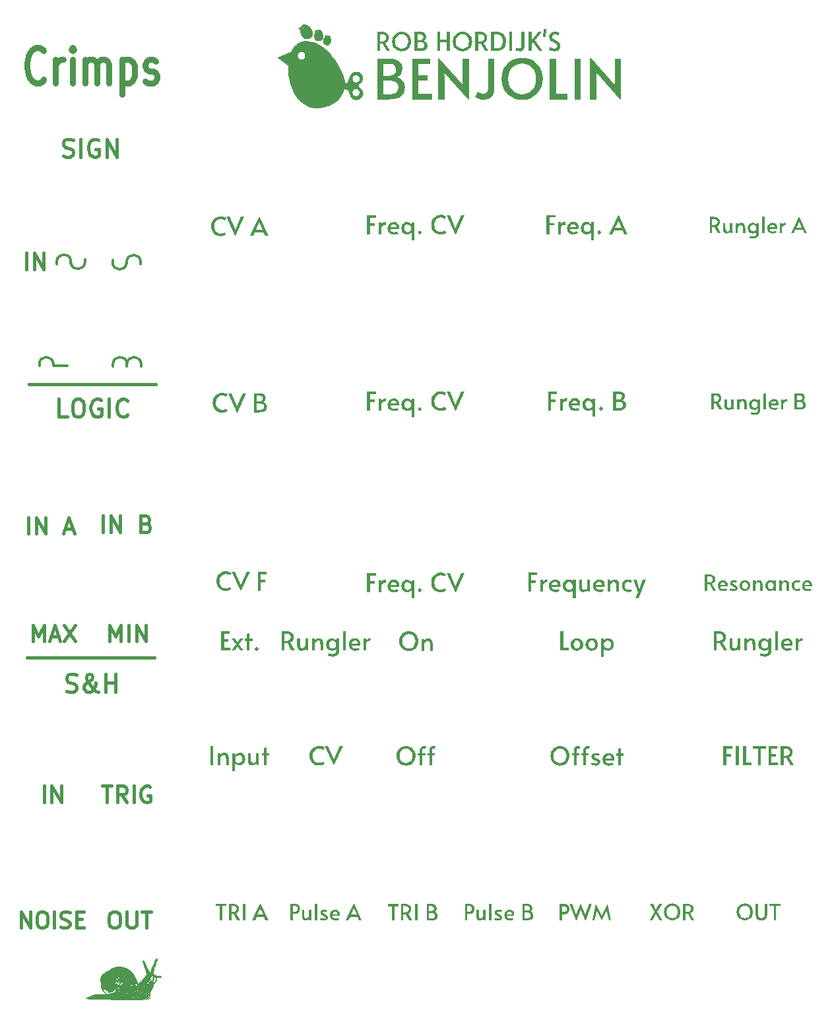
<source format=gbr>
%TF.GenerationSoftware,KiCad,Pcbnew,(6.0.7-1)-1*%
%TF.CreationDate,2022-09-24T04:55:16+07:00*%
%TF.ProjectId,benjolin_1.6_panel,62656e6a-6f6c-4696-9e5f-312e365f7061,rev?*%
%TF.SameCoordinates,Original*%
%TF.FileFunction,Legend,Top*%
%TF.FilePolarity,Positive*%
%FSLAX46Y46*%
G04 Gerber Fmt 4.6, Leading zero omitted, Abs format (unit mm)*
G04 Created by KiCad (PCBNEW (6.0.7-1)-1) date 2022-09-24 04:55:16*
%MOMM*%
%LPD*%
G01*
G04 APERTURE LIST*
%ADD10C,0.330000*%
%ADD11C,0.050000*%
%ADD12C,0.400000*%
%ADD13C,0.800000*%
%ADD14C,0.150000*%
%ADD15C,0.010000*%
G04 APERTURE END LIST*
D10*
X31400000Y-58700000D02*
X31400000Y-59000000D01*
X33200000Y-58800000D02*
X33200000Y-59100000D01*
X27850000Y-58950000D02*
X27850000Y-58650000D01*
X26050000Y-58850000D02*
G75*
G03*
X24248612Y-58899683I-900000J-50000D01*
G01*
X22000000Y-72300000D02*
X22000000Y-72050000D01*
X35001388Y-58949683D02*
G75*
G03*
X33200000Y-58900000I-901388J-317D01*
G01*
X35050000Y-72000000D02*
G75*
G03*
X33248612Y-72049683I-900000J-50000D01*
G01*
X24250000Y-59200000D02*
X24250000Y-58900000D01*
D11*
G36*
X57590145Y-29251256D02*
G01*
X57596388Y-29246409D01*
X57617820Y-29231677D01*
X57633491Y-29221928D01*
X57652071Y-29211296D01*
X57673262Y-29200311D01*
X57696769Y-29189501D01*
X57722295Y-29179397D01*
X57749543Y-29170528D01*
X57778219Y-29163423D01*
X57808024Y-29158612D01*
X57823257Y-29157232D01*
X57838663Y-29156624D01*
X57854202Y-29156854D01*
X57869839Y-29157988D01*
X57885536Y-29160093D01*
X57901256Y-29163235D01*
X57916962Y-29167480D01*
X57932618Y-29172893D01*
X57935840Y-29174178D01*
X57939070Y-29175504D01*
X57942306Y-29176872D01*
X57945546Y-29178280D01*
X57948790Y-29179731D01*
X57952035Y-29181225D01*
X57955280Y-29182762D01*
X57958525Y-29184343D01*
X57958557Y-29184265D01*
X57974323Y-29192590D01*
X57990205Y-29202093D01*
X58006232Y-29212839D01*
X58022434Y-29224899D01*
X58038840Y-29238339D01*
X58055478Y-29253227D01*
X58072377Y-29269633D01*
X58089567Y-29287623D01*
X58107077Y-29307265D01*
X58124935Y-29328629D01*
X58143171Y-29351781D01*
X58161814Y-29376791D01*
X58180892Y-29403725D01*
X58200435Y-29432652D01*
X58220472Y-29463640D01*
X58241032Y-29496757D01*
X58262761Y-29536098D01*
X58282016Y-29578347D01*
X58298847Y-29623067D01*
X58313309Y-29669825D01*
X58325452Y-29718183D01*
X58335330Y-29767707D01*
X58342996Y-29817960D01*
X58348500Y-29868508D01*
X58351897Y-29918915D01*
X58353238Y-29968744D01*
X58352575Y-30017561D01*
X58349962Y-30064930D01*
X58345450Y-30110416D01*
X58339092Y-30153582D01*
X58330940Y-30193993D01*
X58321047Y-30231214D01*
X58318448Y-30239482D01*
X58315655Y-30247687D01*
X58312668Y-30255827D01*
X58309490Y-30263900D01*
X58306121Y-30271903D01*
X58302561Y-30279832D01*
X58298812Y-30287685D01*
X58294875Y-30295459D01*
X58278843Y-30322920D01*
X58270509Y-30336818D01*
X58261895Y-30350442D01*
X58257467Y-30357061D01*
X58252951Y-30363502D01*
X58248339Y-30369729D01*
X58243626Y-30375707D01*
X58238804Y-30381399D01*
X58233869Y-30386768D01*
X58228814Y-30391778D01*
X58223631Y-30396394D01*
X58205665Y-30414844D01*
X58186768Y-30432384D01*
X58167025Y-30448965D01*
X58146520Y-30464540D01*
X58125337Y-30479058D01*
X58103561Y-30492470D01*
X58081277Y-30504729D01*
X58058568Y-30515784D01*
X58035519Y-30525586D01*
X58012214Y-30534088D01*
X57988739Y-30541239D01*
X57965176Y-30546991D01*
X57941611Y-30551295D01*
X57918129Y-30554102D01*
X57894812Y-30555363D01*
X57871746Y-30555028D01*
X57813965Y-30551119D01*
X57782742Y-30547914D01*
X57750331Y-30543565D01*
X57717008Y-30537839D01*
X57683047Y-30530504D01*
X57648724Y-30521327D01*
X57614314Y-30510076D01*
X57580092Y-30496517D01*
X57546334Y-30480418D01*
X57529714Y-30471344D01*
X57513314Y-30461547D01*
X57497167Y-30450999D01*
X57481307Y-30439671D01*
X57465770Y-30427533D01*
X57450590Y-30414556D01*
X57435801Y-30400712D01*
X57421437Y-30385971D01*
X57407533Y-30370304D01*
X57394123Y-30353683D01*
X57381242Y-30336077D01*
X57368924Y-30317459D01*
X57347407Y-30280510D01*
X57328949Y-30243239D01*
X57313395Y-30205744D01*
X57300589Y-30168123D01*
X57290374Y-30130475D01*
X57282595Y-30092896D01*
X57277097Y-30055486D01*
X57273723Y-30018342D01*
X57272317Y-29981563D01*
X57272724Y-29945246D01*
X57274788Y-29909489D01*
X57278353Y-29874391D01*
X57283263Y-29840049D01*
X57289362Y-29806562D01*
X57296495Y-29774027D01*
X57304506Y-29742543D01*
X57322536Y-29683118D01*
X57342208Y-29629072D01*
X57362273Y-29581189D01*
X57381485Y-29540253D01*
X57398599Y-29507049D01*
X57412366Y-29482361D01*
X57424876Y-29461669D01*
X57398868Y-29407558D01*
X57672919Y-29407558D01*
X57673019Y-29411585D01*
X57673312Y-29415588D01*
X57673796Y-29419557D01*
X57674468Y-29423488D01*
X57675327Y-29427371D01*
X57676370Y-29431201D01*
X57677595Y-29434971D01*
X57679001Y-29438672D01*
X57680584Y-29442299D01*
X57682344Y-29445844D01*
X57684277Y-29449300D01*
X57686383Y-29452661D01*
X57688658Y-29455918D01*
X57691100Y-29459066D01*
X57693708Y-29462096D01*
X57696479Y-29465003D01*
X57699412Y-29467778D01*
X57702503Y-29470415D01*
X57705752Y-29472907D01*
X57709156Y-29475247D01*
X57712712Y-29477428D01*
X57716420Y-29479442D01*
X57720229Y-29481263D01*
X57724091Y-29482867D01*
X57727998Y-29484257D01*
X57731942Y-29485435D01*
X57735918Y-29486404D01*
X57739917Y-29487165D01*
X57743933Y-29487722D01*
X57747959Y-29488077D01*
X57751987Y-29488231D01*
X57756011Y-29488188D01*
X57760023Y-29487950D01*
X57764017Y-29487518D01*
X57767984Y-29486896D01*
X57771919Y-29486086D01*
X57775814Y-29485090D01*
X57779662Y-29483910D01*
X57783456Y-29482549D01*
X57787189Y-29481009D01*
X57790853Y-29479293D01*
X57794443Y-29477403D01*
X57797949Y-29475340D01*
X57801367Y-29473109D01*
X57804687Y-29470710D01*
X57807905Y-29468146D01*
X57811011Y-29465420D01*
X57814000Y-29462534D01*
X57816864Y-29459491D01*
X57819595Y-29456292D01*
X57822188Y-29452940D01*
X57824635Y-29449437D01*
X57826929Y-29445786D01*
X57829062Y-29441989D01*
X57831005Y-29438095D01*
X57832735Y-29434156D01*
X57834254Y-29430179D01*
X57835562Y-29426171D01*
X57836664Y-29422139D01*
X57837559Y-29418090D01*
X57838252Y-29414032D01*
X57838744Y-29409971D01*
X57839036Y-29405914D01*
X57839132Y-29401868D01*
X57839033Y-29397841D01*
X57838740Y-29393840D01*
X57838258Y-29389870D01*
X57837587Y-29385941D01*
X57836729Y-29382057D01*
X57835687Y-29378228D01*
X57834462Y-29374459D01*
X57833058Y-29370757D01*
X57831475Y-29367130D01*
X57829717Y-29363585D01*
X57827784Y-29360128D01*
X57825680Y-29356768D01*
X57823406Y-29353510D01*
X57820965Y-29350361D01*
X57818358Y-29347330D01*
X57815588Y-29344423D01*
X57812656Y-29341646D01*
X57809566Y-29339007D01*
X57806318Y-29336514D01*
X57802915Y-29334172D01*
X57799359Y-29331989D01*
X57795653Y-29329973D01*
X57795653Y-29329971D01*
X57791843Y-29328149D01*
X57787980Y-29326543D01*
X57784073Y-29325152D01*
X57780127Y-29323973D01*
X57776151Y-29323003D01*
X57772150Y-29322241D01*
X57768133Y-29321683D01*
X57764106Y-29321328D01*
X57760077Y-29321173D01*
X57756052Y-29321215D01*
X57752039Y-29321454D01*
X57748044Y-29321885D01*
X57744075Y-29322507D01*
X57740139Y-29323317D01*
X57736243Y-29324314D01*
X57732394Y-29325494D01*
X57728598Y-29326855D01*
X57724865Y-29328395D01*
X57721199Y-29330112D01*
X57717609Y-29332003D01*
X57714101Y-29334066D01*
X57710682Y-29336299D01*
X57707361Y-29338698D01*
X57704143Y-29341263D01*
X57701035Y-29343990D01*
X57698046Y-29346877D01*
X57695182Y-29349921D01*
X57692449Y-29353122D01*
X57689856Y-29356475D01*
X57687409Y-29359979D01*
X57685115Y-29363631D01*
X57682982Y-29367429D01*
X57681039Y-29371324D01*
X57679309Y-29375264D01*
X57677791Y-29379242D01*
X57676483Y-29383251D01*
X57675383Y-29387284D01*
X57674488Y-29391333D01*
X57673796Y-29395392D01*
X57673305Y-29399454D01*
X57673013Y-29403512D01*
X57672919Y-29407558D01*
X57398868Y-29407558D01*
X57305611Y-29213521D01*
X57590145Y-29251256D01*
G37*
X57590145Y-29251256D02*
X57596388Y-29246409D01*
X57617820Y-29231677D01*
X57633491Y-29221928D01*
X57652071Y-29211296D01*
X57673262Y-29200311D01*
X57696769Y-29189501D01*
X57722295Y-29179397D01*
X57749543Y-29170528D01*
X57778219Y-29163423D01*
X57808024Y-29158612D01*
X57823257Y-29157232D01*
X57838663Y-29156624D01*
X57854202Y-29156854D01*
X57869839Y-29157988D01*
X57885536Y-29160093D01*
X57901256Y-29163235D01*
X57916962Y-29167480D01*
X57932618Y-29172893D01*
X57935840Y-29174178D01*
X57939070Y-29175504D01*
X57942306Y-29176872D01*
X57945546Y-29178280D01*
X57948790Y-29179731D01*
X57952035Y-29181225D01*
X57955280Y-29182762D01*
X57958525Y-29184343D01*
X57958557Y-29184265D01*
X57974323Y-29192590D01*
X57990205Y-29202093D01*
X58006232Y-29212839D01*
X58022434Y-29224899D01*
X58038840Y-29238339D01*
X58055478Y-29253227D01*
X58072377Y-29269633D01*
X58089567Y-29287623D01*
X58107077Y-29307265D01*
X58124935Y-29328629D01*
X58143171Y-29351781D01*
X58161814Y-29376791D01*
X58180892Y-29403725D01*
X58200435Y-29432652D01*
X58220472Y-29463640D01*
X58241032Y-29496757D01*
X58262761Y-29536098D01*
X58282016Y-29578347D01*
X58298847Y-29623067D01*
X58313309Y-29669825D01*
X58325452Y-29718183D01*
X58335330Y-29767707D01*
X58342996Y-29817960D01*
X58348500Y-29868508D01*
X58351897Y-29918915D01*
X58353238Y-29968744D01*
X58352575Y-30017561D01*
X58349962Y-30064930D01*
X58345450Y-30110416D01*
X58339092Y-30153582D01*
X58330940Y-30193993D01*
X58321047Y-30231214D01*
X58318448Y-30239482D01*
X58315655Y-30247687D01*
X58312668Y-30255827D01*
X58309490Y-30263900D01*
X58306121Y-30271903D01*
X58302561Y-30279832D01*
X58298812Y-30287685D01*
X58294875Y-30295459D01*
X58278843Y-30322920D01*
X58270509Y-30336818D01*
X58261895Y-30350442D01*
X58257467Y-30357061D01*
X58252951Y-30363502D01*
X58248339Y-30369729D01*
X58243626Y-30375707D01*
X58238804Y-30381399D01*
X58233869Y-30386768D01*
X58228814Y-30391778D01*
X58223631Y-30396394D01*
X58205665Y-30414844D01*
X58186768Y-30432384D01*
X58167025Y-30448965D01*
X58146520Y-30464540D01*
X58125337Y-30479058D01*
X58103561Y-30492470D01*
X58081277Y-30504729D01*
X58058568Y-30515784D01*
X58035519Y-30525586D01*
X58012214Y-30534088D01*
X57988739Y-30541239D01*
X57965176Y-30546991D01*
X57941611Y-30551295D01*
X57918129Y-30554102D01*
X57894812Y-30555363D01*
X57871746Y-30555028D01*
X57813965Y-30551119D01*
X57782742Y-30547914D01*
X57750331Y-30543565D01*
X57717008Y-30537839D01*
X57683047Y-30530504D01*
X57648724Y-30521327D01*
X57614314Y-30510076D01*
X57580092Y-30496517D01*
X57546334Y-30480418D01*
X57529714Y-30471344D01*
X57513314Y-30461547D01*
X57497167Y-30450999D01*
X57481307Y-30439671D01*
X57465770Y-30427533D01*
X57450590Y-30414556D01*
X57435801Y-30400712D01*
X57421437Y-30385971D01*
X57407533Y-30370304D01*
X57394123Y-30353683D01*
X57381242Y-30336077D01*
X57368924Y-30317459D01*
X57347407Y-30280510D01*
X57328949Y-30243239D01*
X57313395Y-30205744D01*
X57300589Y-30168123D01*
X57290374Y-30130475D01*
X57282595Y-30092896D01*
X57277097Y-30055486D01*
X57273723Y-30018342D01*
X57272317Y-29981563D01*
X57272724Y-29945246D01*
X57274788Y-29909489D01*
X57278353Y-29874391D01*
X57283263Y-29840049D01*
X57289362Y-29806562D01*
X57296495Y-29774027D01*
X57304506Y-29742543D01*
X57322536Y-29683118D01*
X57342208Y-29629072D01*
X57362273Y-29581189D01*
X57381485Y-29540253D01*
X57398599Y-29507049D01*
X57412366Y-29482361D01*
X57424876Y-29461669D01*
X57398868Y-29407558D01*
X57672919Y-29407558D01*
X57673019Y-29411585D01*
X57673312Y-29415588D01*
X57673796Y-29419557D01*
X57674468Y-29423488D01*
X57675327Y-29427371D01*
X57676370Y-29431201D01*
X57677595Y-29434971D01*
X57679001Y-29438672D01*
X57680584Y-29442299D01*
X57682344Y-29445844D01*
X57684277Y-29449300D01*
X57686383Y-29452661D01*
X57688658Y-29455918D01*
X57691100Y-29459066D01*
X57693708Y-29462096D01*
X57696479Y-29465003D01*
X57699412Y-29467778D01*
X57702503Y-29470415D01*
X57705752Y-29472907D01*
X57709156Y-29475247D01*
X57712712Y-29477428D01*
X57716420Y-29479442D01*
X57720229Y-29481263D01*
X57724091Y-29482867D01*
X57727998Y-29484257D01*
X57731942Y-29485435D01*
X57735918Y-29486404D01*
X57739917Y-29487165D01*
X57743933Y-29487722D01*
X57747959Y-29488077D01*
X57751987Y-29488231D01*
X57756011Y-29488188D01*
X57760023Y-29487950D01*
X57764017Y-29487518D01*
X57767984Y-29486896D01*
X57771919Y-29486086D01*
X57775814Y-29485090D01*
X57779662Y-29483910D01*
X57783456Y-29482549D01*
X57787189Y-29481009D01*
X57790853Y-29479293D01*
X57794443Y-29477403D01*
X57797949Y-29475340D01*
X57801367Y-29473109D01*
X57804687Y-29470710D01*
X57807905Y-29468146D01*
X57811011Y-29465420D01*
X57814000Y-29462534D01*
X57816864Y-29459491D01*
X57819595Y-29456292D01*
X57822188Y-29452940D01*
X57824635Y-29449437D01*
X57826929Y-29445786D01*
X57829062Y-29441989D01*
X57831005Y-29438095D01*
X57832735Y-29434156D01*
X57834254Y-29430179D01*
X57835562Y-29426171D01*
X57836664Y-29422139D01*
X57837559Y-29418090D01*
X57838252Y-29414032D01*
X57838744Y-29409971D01*
X57839036Y-29405914D01*
X57839132Y-29401868D01*
X57839033Y-29397841D01*
X57838740Y-29393840D01*
X57838258Y-29389870D01*
X57837587Y-29385941D01*
X57836729Y-29382057D01*
X57835687Y-29378228D01*
X57834462Y-29374459D01*
X57833058Y-29370757D01*
X57831475Y-29367130D01*
X57829717Y-29363585D01*
X57827784Y-29360128D01*
X57825680Y-29356768D01*
X57823406Y-29353510D01*
X57820965Y-29350361D01*
X57818358Y-29347330D01*
X57815588Y-29344423D01*
X57812656Y-29341646D01*
X57809566Y-29339007D01*
X57806318Y-29336514D01*
X57802915Y-29334172D01*
X57799359Y-29331989D01*
X57795653Y-29329973D01*
X57795653Y-29329971D01*
X57791843Y-29328149D01*
X57787980Y-29326543D01*
X57784073Y-29325152D01*
X57780127Y-29323973D01*
X57776151Y-29323003D01*
X57772150Y-29322241D01*
X57768133Y-29321683D01*
X57764106Y-29321328D01*
X57760077Y-29321173D01*
X57756052Y-29321215D01*
X57752039Y-29321454D01*
X57748044Y-29321885D01*
X57744075Y-29322507D01*
X57740139Y-29323317D01*
X57736243Y-29324314D01*
X57732394Y-29325494D01*
X57728598Y-29326855D01*
X57724865Y-29328395D01*
X57721199Y-29330112D01*
X57717609Y-29332003D01*
X57714101Y-29334066D01*
X57710682Y-29336299D01*
X57707361Y-29338698D01*
X57704143Y-29341263D01*
X57701035Y-29343990D01*
X57698046Y-29346877D01*
X57695182Y-29349921D01*
X57692449Y-29353122D01*
X57689856Y-29356475D01*
X57687409Y-29359979D01*
X57685115Y-29363631D01*
X57682982Y-29367429D01*
X57681039Y-29371324D01*
X57679309Y-29375264D01*
X57677791Y-29379242D01*
X57676483Y-29383251D01*
X57675383Y-29387284D01*
X57674488Y-29391333D01*
X57673796Y-29395392D01*
X57673305Y-29399454D01*
X57673013Y-29403512D01*
X57672919Y-29407558D01*
X57398868Y-29407558D01*
X57305611Y-29213521D01*
X57590145Y-29251256D01*
D10*
X33250000Y-72000000D02*
G75*
G03*
X31448612Y-72049683I-900000J-50000D01*
G01*
X26050000Y-59100000D02*
X26050000Y-58800000D01*
X35000000Y-58950000D02*
X35000000Y-59250000D01*
X26050000Y-59000000D02*
G75*
G03*
X27851388Y-58950317I900000J50000D01*
G01*
X31398612Y-59000317D02*
G75*
G03*
X33200000Y-59050000I901388J317D01*
G01*
D12*
X20450000Y-109650000D02*
X36750000Y-109650000D01*
D11*
G36*
X58685204Y-30083615D02*
G01*
X58700943Y-30070331D01*
X58672402Y-29837556D01*
X58891709Y-29945629D01*
X58919381Y-29937381D01*
X58934686Y-29933789D01*
X58952578Y-29930279D01*
X58972675Y-29927195D01*
X58994593Y-29924886D01*
X59017947Y-29923697D01*
X59042354Y-29923974D01*
X59067432Y-29926063D01*
X59092795Y-29930312D01*
X59105464Y-29933355D01*
X59118061Y-29937067D01*
X59130537Y-29941492D01*
X59142846Y-29946673D01*
X59154938Y-29952654D01*
X59166766Y-29959478D01*
X59178282Y-29967188D01*
X59189438Y-29975828D01*
X59191693Y-29977740D01*
X59193938Y-29979690D01*
X59196174Y-29981675D01*
X59198401Y-29983697D01*
X59200618Y-29985753D01*
X59202825Y-29987844D01*
X59205024Y-29989969D01*
X59207213Y-29992128D01*
X59207268Y-29992078D01*
X59217718Y-30003098D01*
X59227941Y-30015098D01*
X59237942Y-30028142D01*
X59247725Y-30042293D01*
X59257297Y-30057614D01*
X59266660Y-30074167D01*
X59275821Y-30092015D01*
X59284785Y-30111222D01*
X59293555Y-30131849D01*
X59302137Y-30153959D01*
X59310536Y-30177617D01*
X59318757Y-30202883D01*
X59326804Y-30229822D01*
X59334682Y-30258495D01*
X59342397Y-30288966D01*
X59349953Y-30321298D01*
X59356754Y-30358971D01*
X59360765Y-30398316D01*
X59362146Y-30438994D01*
X59361059Y-30480669D01*
X59357666Y-30523004D01*
X59352126Y-30565661D01*
X59344602Y-30608303D01*
X59335254Y-30650593D01*
X59324244Y-30692194D01*
X59311732Y-30732769D01*
X59297879Y-30771981D01*
X59282848Y-30809491D01*
X59266798Y-30844964D01*
X59249891Y-30878062D01*
X59232288Y-30908447D01*
X59214150Y-30935783D01*
X59209798Y-30941744D01*
X59205308Y-30947601D01*
X59200681Y-30953353D01*
X59195917Y-30958999D01*
X59191017Y-30964536D01*
X59185982Y-30969963D01*
X59180812Y-30975280D01*
X59175507Y-30980484D01*
X59155078Y-30998265D01*
X59144561Y-31007204D01*
X59133894Y-31015844D01*
X59128515Y-31019976D01*
X59123113Y-31023941D01*
X59117693Y-31027707D01*
X59112259Y-31031245D01*
X59106815Y-31034524D01*
X59101368Y-31037512D01*
X59095921Y-31040179D01*
X59090479Y-31042493D01*
X59070949Y-31052479D01*
X59050915Y-31061476D01*
X59030461Y-31069470D01*
X59009666Y-31076443D01*
X58988613Y-31082379D01*
X58967382Y-31087261D01*
X58946056Y-31091073D01*
X58924716Y-31093799D01*
X58903443Y-31095421D01*
X58882319Y-31095924D01*
X58861425Y-31095290D01*
X58840842Y-31093504D01*
X58820653Y-31090549D01*
X58800938Y-31086408D01*
X58781780Y-31081064D01*
X58763258Y-31074502D01*
X58717698Y-31055585D01*
X58693378Y-31044481D01*
X58668411Y-31032130D01*
X58643083Y-31018419D01*
X58617681Y-31003236D01*
X58592488Y-30986467D01*
X58567791Y-30968001D01*
X58543875Y-30947724D01*
X58521026Y-30925524D01*
X58510091Y-30913668D01*
X58499530Y-30901288D01*
X58489378Y-30888372D01*
X58479671Y-30874904D01*
X58470445Y-30860871D01*
X58461736Y-30846258D01*
X58453579Y-30831052D01*
X58446009Y-30815239D01*
X58439064Y-30798804D01*
X58432777Y-30781733D01*
X58427186Y-30764012D01*
X58422325Y-30745628D01*
X58415043Y-30709943D01*
X58410317Y-30674832D01*
X58407996Y-30640333D01*
X58407925Y-30606483D01*
X58409954Y-30573316D01*
X58413929Y-30540871D01*
X58419698Y-30509184D01*
X58427109Y-30478291D01*
X58436008Y-30448229D01*
X58446244Y-30419035D01*
X58457665Y-30390745D01*
X58470116Y-30363396D01*
X58483447Y-30337024D01*
X58497505Y-30311666D01*
X58512136Y-30287358D01*
X58527189Y-30264138D01*
X58542511Y-30242042D01*
X58557950Y-30221105D01*
X58588568Y-30182861D01*
X58617822Y-30149697D01*
X58644492Y-30121906D01*
X58648808Y-30117730D01*
X58912062Y-30117730D01*
X58912184Y-30121100D01*
X58912470Y-30124459D01*
X58912921Y-30127799D01*
X58913537Y-30131116D01*
X58914317Y-30134402D01*
X58915263Y-30137651D01*
X58916375Y-30140857D01*
X58917652Y-30144014D01*
X58919094Y-30147115D01*
X58920703Y-30150155D01*
X58922478Y-30153127D01*
X58924420Y-30156024D01*
X58926528Y-30158841D01*
X58928802Y-30161572D01*
X58931244Y-30164209D01*
X58933822Y-30166716D01*
X58936500Y-30169064D01*
X58939273Y-30171250D01*
X58942135Y-30173277D01*
X58945079Y-30175142D01*
X58948098Y-30176847D01*
X58951187Y-30178392D01*
X58954339Y-30179776D01*
X58957547Y-30180999D01*
X58960806Y-30182061D01*
X58964108Y-30182963D01*
X58967449Y-30183704D01*
X58970820Y-30184284D01*
X58974216Y-30184704D01*
X58977631Y-30184962D01*
X58981058Y-30185060D01*
X58984491Y-30184996D01*
X58987923Y-30184772D01*
X58991348Y-30184386D01*
X58994760Y-30183840D01*
X58998153Y-30183132D01*
X59001519Y-30182264D01*
X59004853Y-30181234D01*
X59008149Y-30180043D01*
X59011399Y-30178691D01*
X59014598Y-30177177D01*
X59017739Y-30175503D01*
X59020816Y-30173667D01*
X59023823Y-30171669D01*
X59026753Y-30169511D01*
X59029599Y-30167190D01*
X59032357Y-30164709D01*
X59034996Y-30162097D01*
X59037475Y-30159390D01*
X59039794Y-30156596D01*
X59041950Y-30153719D01*
X59043946Y-30150766D01*
X59045780Y-30147743D01*
X59047452Y-30144657D01*
X59048962Y-30141514D01*
X59050310Y-30138321D01*
X59051495Y-30135082D01*
X59052518Y-30131805D01*
X59053378Y-30128496D01*
X59054075Y-30125162D01*
X59054609Y-30121807D01*
X59054979Y-30118439D01*
X59055185Y-30115065D01*
X59055228Y-30111689D01*
X59055106Y-30108319D01*
X59054820Y-30104960D01*
X59054370Y-30101620D01*
X59053755Y-30098303D01*
X59052975Y-30095017D01*
X59052030Y-30091768D01*
X59050919Y-30088561D01*
X59049643Y-30085404D01*
X59048201Y-30082302D01*
X59046593Y-30079262D01*
X59044819Y-30076290D01*
X59042879Y-30073392D01*
X59040772Y-30070575D01*
X59038498Y-30067844D01*
X59036057Y-30065206D01*
X59036080Y-30065206D01*
X59033502Y-30062697D01*
X59030824Y-30060349D01*
X59028050Y-30058161D01*
X59025188Y-30056134D01*
X59022244Y-30054267D01*
X59019224Y-30052561D01*
X59016134Y-30051016D01*
X59012982Y-30049632D01*
X59009773Y-30048408D01*
X59006513Y-30047345D01*
X59003210Y-30046442D01*
X58999869Y-30045701D01*
X58996496Y-30045121D01*
X58993099Y-30044701D01*
X58989683Y-30044442D01*
X58986255Y-30044345D01*
X58982821Y-30044408D01*
X58979388Y-30044633D01*
X58975962Y-30045018D01*
X58972549Y-30045565D01*
X58969156Y-30046273D01*
X58965788Y-30047142D01*
X58962453Y-30048172D01*
X58959157Y-30049364D01*
X58955906Y-30050716D01*
X58952706Y-30052231D01*
X58949564Y-30053906D01*
X58946486Y-30055743D01*
X58943479Y-30057742D01*
X58940549Y-30059902D01*
X58937702Y-30062223D01*
X58934944Y-30064706D01*
X58932303Y-30067319D01*
X58929822Y-30070026D01*
X58927502Y-30072821D01*
X58925344Y-30075698D01*
X58923347Y-30078652D01*
X58921512Y-30081674D01*
X58919839Y-30084761D01*
X58918328Y-30087904D01*
X58916980Y-30091098D01*
X58915794Y-30094337D01*
X58914771Y-30097614D01*
X58913910Y-30100923D01*
X58913213Y-30104258D01*
X58912680Y-30107612D01*
X58912310Y-30110980D01*
X58912104Y-30114355D01*
X58912062Y-30117730D01*
X58648808Y-30117730D01*
X58667360Y-30099781D01*
X58685204Y-30083615D01*
G37*
X58685204Y-30083615D02*
X58700943Y-30070331D01*
X58672402Y-29837556D01*
X58891709Y-29945629D01*
X58919381Y-29937381D01*
X58934686Y-29933789D01*
X58952578Y-29930279D01*
X58972675Y-29927195D01*
X58994593Y-29924886D01*
X59017947Y-29923697D01*
X59042354Y-29923974D01*
X59067432Y-29926063D01*
X59092795Y-29930312D01*
X59105464Y-29933355D01*
X59118061Y-29937067D01*
X59130537Y-29941492D01*
X59142846Y-29946673D01*
X59154938Y-29952654D01*
X59166766Y-29959478D01*
X59178282Y-29967188D01*
X59189438Y-29975828D01*
X59191693Y-29977740D01*
X59193938Y-29979690D01*
X59196174Y-29981675D01*
X59198401Y-29983697D01*
X59200618Y-29985753D01*
X59202825Y-29987844D01*
X59205024Y-29989969D01*
X59207213Y-29992128D01*
X59207268Y-29992078D01*
X59217718Y-30003098D01*
X59227941Y-30015098D01*
X59237942Y-30028142D01*
X59247725Y-30042293D01*
X59257297Y-30057614D01*
X59266660Y-30074167D01*
X59275821Y-30092015D01*
X59284785Y-30111222D01*
X59293555Y-30131849D01*
X59302137Y-30153959D01*
X59310536Y-30177617D01*
X59318757Y-30202883D01*
X59326804Y-30229822D01*
X59334682Y-30258495D01*
X59342397Y-30288966D01*
X59349953Y-30321298D01*
X59356754Y-30358971D01*
X59360765Y-30398316D01*
X59362146Y-30438994D01*
X59361059Y-30480669D01*
X59357666Y-30523004D01*
X59352126Y-30565661D01*
X59344602Y-30608303D01*
X59335254Y-30650593D01*
X59324244Y-30692194D01*
X59311732Y-30732769D01*
X59297879Y-30771981D01*
X59282848Y-30809491D01*
X59266798Y-30844964D01*
X59249891Y-30878062D01*
X59232288Y-30908447D01*
X59214150Y-30935783D01*
X59209798Y-30941744D01*
X59205308Y-30947601D01*
X59200681Y-30953353D01*
X59195917Y-30958999D01*
X59191017Y-30964536D01*
X59185982Y-30969963D01*
X59180812Y-30975280D01*
X59175507Y-30980484D01*
X59155078Y-30998265D01*
X59144561Y-31007204D01*
X59133894Y-31015844D01*
X59128515Y-31019976D01*
X59123113Y-31023941D01*
X59117693Y-31027707D01*
X59112259Y-31031245D01*
X59106815Y-31034524D01*
X59101368Y-31037512D01*
X59095921Y-31040179D01*
X59090479Y-31042493D01*
X59070949Y-31052479D01*
X59050915Y-31061476D01*
X59030461Y-31069470D01*
X59009666Y-31076443D01*
X58988613Y-31082379D01*
X58967382Y-31087261D01*
X58946056Y-31091073D01*
X58924716Y-31093799D01*
X58903443Y-31095421D01*
X58882319Y-31095924D01*
X58861425Y-31095290D01*
X58840842Y-31093504D01*
X58820653Y-31090549D01*
X58800938Y-31086408D01*
X58781780Y-31081064D01*
X58763258Y-31074502D01*
X58717698Y-31055585D01*
X58693378Y-31044481D01*
X58668411Y-31032130D01*
X58643083Y-31018419D01*
X58617681Y-31003236D01*
X58592488Y-30986467D01*
X58567791Y-30968001D01*
X58543875Y-30947724D01*
X58521026Y-30925524D01*
X58510091Y-30913668D01*
X58499530Y-30901288D01*
X58489378Y-30888372D01*
X58479671Y-30874904D01*
X58470445Y-30860871D01*
X58461736Y-30846258D01*
X58453579Y-30831052D01*
X58446009Y-30815239D01*
X58439064Y-30798804D01*
X58432777Y-30781733D01*
X58427186Y-30764012D01*
X58422325Y-30745628D01*
X58415043Y-30709943D01*
X58410317Y-30674832D01*
X58407996Y-30640333D01*
X58407925Y-30606483D01*
X58409954Y-30573316D01*
X58413929Y-30540871D01*
X58419698Y-30509184D01*
X58427109Y-30478291D01*
X58436008Y-30448229D01*
X58446244Y-30419035D01*
X58457665Y-30390745D01*
X58470116Y-30363396D01*
X58483447Y-30337024D01*
X58497505Y-30311666D01*
X58512136Y-30287358D01*
X58527189Y-30264138D01*
X58542511Y-30242042D01*
X58557950Y-30221105D01*
X58588568Y-30182861D01*
X58617822Y-30149697D01*
X58644492Y-30121906D01*
X58648808Y-30117730D01*
X58912062Y-30117730D01*
X58912184Y-30121100D01*
X58912470Y-30124459D01*
X58912921Y-30127799D01*
X58913537Y-30131116D01*
X58914317Y-30134402D01*
X58915263Y-30137651D01*
X58916375Y-30140857D01*
X58917652Y-30144014D01*
X58919094Y-30147115D01*
X58920703Y-30150155D01*
X58922478Y-30153127D01*
X58924420Y-30156024D01*
X58926528Y-30158841D01*
X58928802Y-30161572D01*
X58931244Y-30164209D01*
X58933822Y-30166716D01*
X58936500Y-30169064D01*
X58939273Y-30171250D01*
X58942135Y-30173277D01*
X58945079Y-30175142D01*
X58948098Y-30176847D01*
X58951187Y-30178392D01*
X58954339Y-30179776D01*
X58957547Y-30180999D01*
X58960806Y-30182061D01*
X58964108Y-30182963D01*
X58967449Y-30183704D01*
X58970820Y-30184284D01*
X58974216Y-30184704D01*
X58977631Y-30184962D01*
X58981058Y-30185060D01*
X58984491Y-30184996D01*
X58987923Y-30184772D01*
X58991348Y-30184386D01*
X58994760Y-30183840D01*
X58998153Y-30183132D01*
X59001519Y-30182264D01*
X59004853Y-30181234D01*
X59008149Y-30180043D01*
X59011399Y-30178691D01*
X59014598Y-30177177D01*
X59017739Y-30175503D01*
X59020816Y-30173667D01*
X59023823Y-30171669D01*
X59026753Y-30169511D01*
X59029599Y-30167190D01*
X59032357Y-30164709D01*
X59034996Y-30162097D01*
X59037475Y-30159390D01*
X59039794Y-30156596D01*
X59041950Y-30153719D01*
X59043946Y-30150766D01*
X59045780Y-30147743D01*
X59047452Y-30144657D01*
X59048962Y-30141514D01*
X59050310Y-30138321D01*
X59051495Y-30135082D01*
X59052518Y-30131805D01*
X59053378Y-30128496D01*
X59054075Y-30125162D01*
X59054609Y-30121807D01*
X59054979Y-30118439D01*
X59055185Y-30115065D01*
X59055228Y-30111689D01*
X59055106Y-30108319D01*
X59054820Y-30104960D01*
X59054370Y-30101620D01*
X59053755Y-30098303D01*
X59052975Y-30095017D01*
X59052030Y-30091768D01*
X59050919Y-30088561D01*
X59049643Y-30085404D01*
X59048201Y-30082302D01*
X59046593Y-30079262D01*
X59044819Y-30076290D01*
X59042879Y-30073392D01*
X59040772Y-30070575D01*
X59038498Y-30067844D01*
X59036057Y-30065206D01*
X59036080Y-30065206D01*
X59033502Y-30062697D01*
X59030824Y-30060349D01*
X59028050Y-30058161D01*
X59025188Y-30056134D01*
X59022244Y-30054267D01*
X59019224Y-30052561D01*
X59016134Y-30051016D01*
X59012982Y-30049632D01*
X59009773Y-30048408D01*
X59006513Y-30047345D01*
X59003210Y-30046442D01*
X58999869Y-30045701D01*
X58996496Y-30045121D01*
X58993099Y-30044701D01*
X58989683Y-30044442D01*
X58986255Y-30044345D01*
X58982821Y-30044408D01*
X58979388Y-30044633D01*
X58975962Y-30045018D01*
X58972549Y-30045565D01*
X58969156Y-30046273D01*
X58965788Y-30047142D01*
X58962453Y-30048172D01*
X58959157Y-30049364D01*
X58955906Y-30050716D01*
X58952706Y-30052231D01*
X58949564Y-30053906D01*
X58946486Y-30055743D01*
X58943479Y-30057742D01*
X58940549Y-30059902D01*
X58937702Y-30062223D01*
X58934944Y-30064706D01*
X58932303Y-30067319D01*
X58929822Y-30070026D01*
X58927502Y-30072821D01*
X58925344Y-30075698D01*
X58923347Y-30078652D01*
X58921512Y-30081674D01*
X58919839Y-30084761D01*
X58918328Y-30087904D01*
X58916980Y-30091098D01*
X58915794Y-30094337D01*
X58914771Y-30097614D01*
X58913910Y-30100923D01*
X58913213Y-30104258D01*
X58912680Y-30107612D01*
X58912310Y-30110980D01*
X58912104Y-30114355D01*
X58912062Y-30117730D01*
X58648808Y-30117730D01*
X58667360Y-30099781D01*
X58685204Y-30083615D01*
D12*
X20650000Y-74650000D02*
X36950000Y-74650000D01*
D11*
G36*
X61757266Y-35329327D02*
G01*
X61789629Y-35256829D01*
X61826498Y-35178186D01*
X61861237Y-35113546D01*
X61893566Y-35056082D01*
X61909391Y-35029405D01*
X61925290Y-35003757D01*
X61941490Y-34978885D01*
X61958216Y-34954534D01*
X61975693Y-34930448D01*
X61994148Y-34906373D01*
X62013806Y-34882055D01*
X62034894Y-34857239D01*
X62057636Y-34831669D01*
X62082258Y-34805092D01*
X62108986Y-34777252D01*
X62138047Y-34747896D01*
X62205927Y-34706802D01*
X62262507Y-34673417D01*
X62310669Y-34646337D01*
X62332495Y-34634721D01*
X62353298Y-34624153D01*
X62373438Y-34614458D01*
X62393275Y-34605460D01*
X62413170Y-34596983D01*
X62433484Y-34588851D01*
X62454576Y-34580888D01*
X62476807Y-34572919D01*
X62526127Y-34556259D01*
X62541919Y-34554378D01*
X62557845Y-34552685D01*
X62573888Y-34551194D01*
X62590033Y-34549922D01*
X62606265Y-34548884D01*
X62622567Y-34548096D01*
X62638924Y-34547574D01*
X62655320Y-34547334D01*
X62673128Y-34547393D01*
X62690508Y-34547818D01*
X62707542Y-34548627D01*
X62724313Y-34549840D01*
X62740902Y-34551475D01*
X62757392Y-34553549D01*
X62773866Y-34556081D01*
X62790407Y-34559089D01*
X62807096Y-34562592D01*
X62824017Y-34566608D01*
X62841251Y-34571154D01*
X62858882Y-34576251D01*
X62876991Y-34581915D01*
X62895662Y-34588165D01*
X62935017Y-34602497D01*
X63060578Y-34684005D01*
X63092020Y-34705330D01*
X63123079Y-34727263D01*
X63153553Y-34749917D01*
X63183240Y-34773406D01*
X63211939Y-34797844D01*
X63239448Y-34823345D01*
X63265564Y-34850023D01*
X63290086Y-34877992D01*
X63301686Y-34892496D01*
X63312812Y-34907366D01*
X63323438Y-34922615D01*
X63333540Y-34938258D01*
X63343091Y-34954310D01*
X63352068Y-34970784D01*
X63360444Y-34987694D01*
X63368195Y-35005056D01*
X63412202Y-35105437D01*
X63433242Y-35156012D01*
X63442681Y-35181502D01*
X63451078Y-35207168D01*
X63458193Y-35233039D01*
X63463785Y-35259148D01*
X63467615Y-35285523D01*
X63469442Y-35312196D01*
X63469529Y-35325654D01*
X63469025Y-35339197D01*
X63467901Y-35352830D01*
X63466125Y-35366556D01*
X63463669Y-35380380D01*
X63460501Y-35394304D01*
X63456592Y-35408334D01*
X63451912Y-35422472D01*
X63444435Y-35464751D01*
X63435470Y-35507014D01*
X63424955Y-35549094D01*
X63412827Y-35590826D01*
X63399020Y-35632047D01*
X63383473Y-35672589D01*
X63366120Y-35712290D01*
X63346898Y-35750983D01*
X63325745Y-35788504D01*
X63302595Y-35824688D01*
X63277385Y-35859370D01*
X63250052Y-35892385D01*
X63235570Y-35908216D01*
X63220533Y-35923568D01*
X63204933Y-35938421D01*
X63188762Y-35952755D01*
X63172013Y-35966547D01*
X63154677Y-35979779D01*
X63136747Y-35992429D01*
X63118214Y-36004476D01*
X63096115Y-36020575D01*
X63074351Y-36037567D01*
X63053137Y-36055446D01*
X63032686Y-36074207D01*
X63013212Y-36093848D01*
X62994930Y-36114362D01*
X62978053Y-36135746D01*
X62962795Y-36157995D01*
X62949369Y-36181105D01*
X62943411Y-36192981D01*
X62937991Y-36205071D01*
X62933136Y-36217374D01*
X62928873Y-36229889D01*
X62925229Y-36242616D01*
X62922230Y-36255554D01*
X62919904Y-36268703D01*
X62918276Y-36282062D01*
X62917374Y-36295630D01*
X62917224Y-36309408D01*
X62917853Y-36323394D01*
X62919288Y-36337588D01*
X62921556Y-36351990D01*
X62924683Y-36366598D01*
X62924673Y-36381743D01*
X62925632Y-36396327D01*
X62927515Y-36410377D01*
X62930274Y-36423920D01*
X62933864Y-36436982D01*
X62938238Y-36449591D01*
X62943349Y-36461774D01*
X62949152Y-36473558D01*
X62955599Y-36484970D01*
X62962645Y-36496037D01*
X62970243Y-36506786D01*
X62978346Y-36517245D01*
X62995882Y-36537397D01*
X63014884Y-36556712D01*
X63034979Y-36575404D01*
X63055795Y-36593691D01*
X63098109Y-36629913D01*
X63118863Y-36648282D01*
X63138853Y-36667112D01*
X63157708Y-36686618D01*
X63175057Y-36707017D01*
X63196120Y-36730891D01*
X63216699Y-36753323D01*
X63256247Y-36795112D01*
X63293383Y-36834883D01*
X63310948Y-36854793D01*
X63327791Y-36875136D01*
X63343872Y-36896224D01*
X63359152Y-36918368D01*
X63373592Y-36941883D01*
X63387151Y-36967080D01*
X63399790Y-36994271D01*
X63411469Y-37023770D01*
X63422149Y-37055887D01*
X63431790Y-37090936D01*
X63444794Y-37124958D01*
X63455680Y-37157834D01*
X63464508Y-37189713D01*
X63471337Y-37220744D01*
X63476223Y-37251074D01*
X63479227Y-37280854D01*
X63480406Y-37310230D01*
X63479820Y-37339352D01*
X63477527Y-37368368D01*
X63473585Y-37397427D01*
X63468052Y-37426677D01*
X63460989Y-37456266D01*
X63452452Y-37486345D01*
X63442501Y-37517060D01*
X63431195Y-37548560D01*
X63418591Y-37580995D01*
X63407099Y-37608205D01*
X63394301Y-37634424D01*
X63380187Y-37659789D01*
X63364751Y-37684438D01*
X63347985Y-37708509D01*
X63329881Y-37732141D01*
X63310432Y-37755470D01*
X63289630Y-37778635D01*
X63267467Y-37801774D01*
X63243936Y-37825025D01*
X63219030Y-37848525D01*
X63192740Y-37872412D01*
X63135979Y-37921902D01*
X63073593Y-37974596D01*
X62980825Y-38015257D01*
X62935570Y-38033695D01*
X62890753Y-38050518D01*
X62846138Y-38065462D01*
X62801491Y-38078261D01*
X62756574Y-38088650D01*
X62711153Y-38096366D01*
X62664992Y-38101143D01*
X62617856Y-38102717D01*
X62569507Y-38100822D01*
X62519712Y-38095195D01*
X62468234Y-38085570D01*
X62414837Y-38071682D01*
X62359287Y-38053268D01*
X62301346Y-38030061D01*
X62275050Y-38018014D01*
X62249618Y-38004899D01*
X62225031Y-37990757D01*
X62201271Y-37975627D01*
X62178320Y-37959552D01*
X62156158Y-37942570D01*
X62114128Y-37906054D01*
X62075033Y-37866403D01*
X62038724Y-37823943D01*
X62005052Y-37778999D01*
X61973867Y-37731897D01*
X61945022Y-37682961D01*
X61918367Y-37632518D01*
X61893753Y-37580892D01*
X61871031Y-37528409D01*
X61850051Y-37475393D01*
X61830666Y-37422171D01*
X61796082Y-37316408D01*
X61785645Y-37290049D01*
X61775709Y-37262867D01*
X61756906Y-37206814D01*
X61751482Y-37189920D01*
X62109885Y-37189920D01*
X62110519Y-37215677D01*
X62112409Y-37241095D01*
X62115522Y-37266145D01*
X62119829Y-37290793D01*
X62125299Y-37315010D01*
X62131900Y-37338762D01*
X62139602Y-37362020D01*
X62148374Y-37384751D01*
X62158185Y-37406923D01*
X62169005Y-37428506D01*
X62180803Y-37449469D01*
X62193548Y-37469779D01*
X62207209Y-37489405D01*
X62221756Y-37508315D01*
X62237157Y-37526479D01*
X62253382Y-37543865D01*
X62270400Y-37560441D01*
X62288180Y-37576176D01*
X62306692Y-37591038D01*
X62325905Y-37604996D01*
X62345787Y-37618019D01*
X62366309Y-37630075D01*
X62387439Y-37641132D01*
X62409147Y-37651160D01*
X62431401Y-37660127D01*
X62454172Y-37668000D01*
X62477428Y-37674750D01*
X62501138Y-37680344D01*
X62525272Y-37684751D01*
X62549798Y-37687939D01*
X62574687Y-37689877D01*
X62599907Y-37690534D01*
X62625132Y-37689884D01*
X62650026Y-37687952D01*
X62674557Y-37684769D01*
X62698696Y-37680368D01*
X62722412Y-37674779D01*
X62745673Y-37668033D01*
X62768449Y-37660163D01*
X62790709Y-37651200D01*
X62812422Y-37641175D01*
X62833557Y-37630119D01*
X62854084Y-37618065D01*
X62873972Y-37605044D01*
X62893190Y-37591086D01*
X62911707Y-37576225D01*
X62929493Y-37560490D01*
X62946516Y-37543913D01*
X62962746Y-37526527D01*
X62978151Y-37508362D01*
X62992702Y-37489450D01*
X63006368Y-37469822D01*
X63019117Y-37449510D01*
X63030918Y-37428546D01*
X63041742Y-37406960D01*
X63051556Y-37384784D01*
X63060331Y-37362050D01*
X63068036Y-37338789D01*
X63074639Y-37315032D01*
X63080110Y-37290812D01*
X63084418Y-37266159D01*
X63087533Y-37241105D01*
X63089423Y-37215682D01*
X63090058Y-37189920D01*
X63089416Y-37164163D01*
X63087520Y-37138745D01*
X63084401Y-37113697D01*
X63080087Y-37089049D01*
X63074612Y-37064834D01*
X63068005Y-37041083D01*
X63060297Y-37017828D01*
X63051519Y-36995100D01*
X63041702Y-36972929D01*
X63030876Y-36951349D01*
X63019073Y-36930390D01*
X63006323Y-36910083D01*
X62992657Y-36890461D01*
X62978105Y-36871554D01*
X62962700Y-36853394D01*
X62946470Y-36836013D01*
X62929448Y-36819441D01*
X62911663Y-36803711D01*
X62893148Y-36788854D01*
X62873931Y-36774901D01*
X62854046Y-36761883D01*
X62833521Y-36749833D01*
X62812388Y-36738781D01*
X62790678Y-36728759D01*
X62768421Y-36719798D01*
X62745648Y-36711930D01*
X62722391Y-36705187D01*
X62698679Y-36699600D01*
X62674544Y-36695199D01*
X62650017Y-36692017D01*
X62625128Y-36690086D01*
X62599907Y-36689436D01*
X62574692Y-36690092D01*
X62549807Y-36692030D01*
X62525285Y-36695217D01*
X62501155Y-36699622D01*
X62477449Y-36705214D01*
X62454196Y-36711962D01*
X62431429Y-36719833D01*
X62409178Y-36728796D01*
X62387473Y-36738821D01*
X62366345Y-36749875D01*
X62345826Y-36761927D01*
X62325945Y-36774945D01*
X62306734Y-36788899D01*
X62288224Y-36803757D01*
X62270444Y-36819487D01*
X62253427Y-36836059D01*
X62237202Y-36853439D01*
X62221801Y-36871598D01*
X62207254Y-36890504D01*
X62193592Y-36910124D01*
X62180846Y-36930429D01*
X62169047Y-36951386D01*
X62158224Y-36972963D01*
X62148410Y-36995131D01*
X62139635Y-37017856D01*
X62131930Y-37041108D01*
X62125325Y-37064855D01*
X62119851Y-37089066D01*
X62115540Y-37113710D01*
X62112421Y-37138754D01*
X62110526Y-37164168D01*
X62109885Y-37189920D01*
X61751482Y-37189920D01*
X61720500Y-37093417D01*
X61711009Y-37065938D01*
X61701143Y-37039198D01*
X61690792Y-37013392D01*
X61679847Y-36988716D01*
X61668198Y-36965364D01*
X61655736Y-36943532D01*
X61642350Y-36923416D01*
X61627932Y-36905210D01*
X61594045Y-36877458D01*
X61564210Y-36854662D01*
X61549632Y-36844700D01*
X61534650Y-36835470D01*
X61518793Y-36826803D01*
X61501589Y-36818531D01*
X61482564Y-36810484D01*
X61461248Y-36802495D01*
X61437167Y-36794392D01*
X61409850Y-36786009D01*
X61343619Y-36767723D01*
X61258776Y-36746286D01*
X61247527Y-36743737D01*
X61235792Y-36741732D01*
X61223621Y-36740210D01*
X61211065Y-36739112D01*
X61198172Y-36738377D01*
X61184992Y-36737945D01*
X61157969Y-36737752D01*
X61102664Y-36738365D01*
X61075174Y-36738212D01*
X61061644Y-36737810D01*
X61048323Y-36737112D01*
X61003391Y-36893714D01*
X60950705Y-37047852D01*
X60890585Y-37199007D01*
X60823353Y-37346654D01*
X60749328Y-37490273D01*
X60668832Y-37629341D01*
X60582186Y-37763338D01*
X60489710Y-37891740D01*
X60391725Y-38014026D01*
X60288552Y-38129675D01*
X60180510Y-38238164D01*
X60067922Y-38338972D01*
X59951108Y-38431577D01*
X59830389Y-38515457D01*
X59706085Y-38590090D01*
X59642688Y-38623776D01*
X59578516Y-38654954D01*
X59250000Y-38800000D01*
X59069304Y-38872182D01*
X58878761Y-38941317D01*
X58679205Y-39005288D01*
X58471469Y-39061981D01*
X58256386Y-39109278D01*
X58034789Y-39145064D01*
X57807514Y-39167225D01*
X57575392Y-39173643D01*
X57339257Y-39162203D01*
X57099943Y-39130790D01*
X56979354Y-39106932D01*
X56858283Y-39077287D01*
X56736834Y-39041591D01*
X56615111Y-38999579D01*
X56493218Y-38950987D01*
X56371260Y-38895551D01*
X56249340Y-38833005D01*
X56127564Y-38763086D01*
X55901970Y-38615855D01*
X55692231Y-38457946D01*
X55497777Y-38290363D01*
X55318037Y-38114115D01*
X55152442Y-37930209D01*
X55000420Y-37739650D01*
X54861404Y-37543446D01*
X54734821Y-37342604D01*
X54620102Y-37138131D01*
X54516677Y-36931034D01*
X54423977Y-36722319D01*
X54341430Y-36512993D01*
X54268467Y-36304063D01*
X54204517Y-36096536D01*
X54101379Y-35689719D01*
X54027455Y-35300597D01*
X53978184Y-34937223D01*
X53949006Y-34607654D01*
X53935359Y-34319944D01*
X53936420Y-33902322D01*
X53944882Y-33748794D01*
X52568350Y-32686971D01*
X53171695Y-32466955D01*
X55087315Y-32466955D01*
X55087981Y-32494662D01*
X55089952Y-32522006D01*
X55093194Y-32548951D01*
X55097677Y-32575466D01*
X55103368Y-32601514D01*
X55110235Y-32627064D01*
X55118246Y-32652080D01*
X55127369Y-32676530D01*
X55137572Y-32700378D01*
X55148823Y-32723592D01*
X55161090Y-32746138D01*
X55174341Y-32767982D01*
X55188545Y-32789089D01*
X55203668Y-32809427D01*
X55219679Y-32828961D01*
X55236546Y-32847657D01*
X55254238Y-32865482D01*
X55272721Y-32882402D01*
X55291964Y-32898383D01*
X55311935Y-32913391D01*
X55332602Y-32927393D01*
X55353933Y-32940353D01*
X55375896Y-32952240D01*
X55398459Y-32963019D01*
X55421590Y-32972655D01*
X55445257Y-32981116D01*
X55469427Y-32988367D01*
X55494070Y-32994375D01*
X55519152Y-32999105D01*
X55544642Y-33002524D01*
X55570508Y-33004599D01*
X55596718Y-33005294D01*
X55622923Y-33004592D01*
X55648784Y-33002511D01*
X55674269Y-32999086D01*
X55699346Y-32994350D01*
X55723983Y-32988337D01*
X55748148Y-32981082D01*
X55771809Y-32972618D01*
X55794935Y-32962978D01*
X55817492Y-32952197D01*
X55839449Y-32940308D01*
X55860775Y-32927345D01*
X55881436Y-32913342D01*
X55901402Y-32898333D01*
X55920640Y-32882352D01*
X55939118Y-32865432D01*
X55956804Y-32847607D01*
X55973666Y-32828911D01*
X55989673Y-32809379D01*
X56004791Y-32789042D01*
X56018990Y-32767937D01*
X56032237Y-32746095D01*
X56044501Y-32723552D01*
X56055748Y-32700341D01*
X56065948Y-32676495D01*
X56075068Y-32652049D01*
X56083076Y-32627036D01*
X56089941Y-32601491D01*
X56095629Y-32575446D01*
X56100111Y-32548937D01*
X56103352Y-32521996D01*
X56105322Y-32494657D01*
X56105988Y-32466955D01*
X56105328Y-32439247D01*
X56103363Y-32411904D01*
X56100127Y-32384958D01*
X56095650Y-32358443D01*
X56089965Y-32332393D01*
X56083104Y-32306842D01*
X56075099Y-32281824D01*
X56065982Y-32257373D01*
X56055784Y-32233522D01*
X56044539Y-32210305D01*
X56032277Y-32187756D01*
X56019031Y-32165910D01*
X56004833Y-32144799D01*
X55989714Y-32124457D01*
X55973708Y-32104920D01*
X55956845Y-32086219D01*
X55939159Y-32068390D01*
X55920680Y-32051465D01*
X55901441Y-32035479D01*
X55881473Y-32020466D01*
X55860810Y-32006460D01*
X55839483Y-31993493D01*
X55817523Y-31981601D01*
X55794963Y-31970817D01*
X55771835Y-31961174D01*
X55748171Y-31952707D01*
X55724002Y-31945449D01*
X55699362Y-31939435D01*
X55674281Y-31934698D01*
X55648792Y-31931272D01*
X55622927Y-31929190D01*
X55596718Y-31928487D01*
X55570504Y-31929183D01*
X55544633Y-31931258D01*
X55519139Y-31934679D01*
X55494053Y-31939411D01*
X55469407Y-31945420D01*
X55445233Y-31952673D01*
X55421563Y-31961137D01*
X55398429Y-31970776D01*
X55375864Y-31981558D01*
X55353898Y-31993448D01*
X55332565Y-32006413D01*
X55311896Y-32020418D01*
X55291924Y-32035430D01*
X55272679Y-32051415D01*
X55254195Y-32068340D01*
X55236503Y-32086170D01*
X55219636Y-32104871D01*
X55203625Y-32124410D01*
X55188502Y-32144753D01*
X55174300Y-32165865D01*
X55161050Y-32187714D01*
X55148784Y-32210265D01*
X55137535Y-32233485D01*
X55127334Y-32257339D01*
X55118214Y-32281794D01*
X55110206Y-32306816D01*
X55103343Y-32332370D01*
X55097656Y-32358424D01*
X55093178Y-32384943D01*
X55089940Y-32411894D01*
X55087975Y-32439243D01*
X55087315Y-32466955D01*
X53171695Y-32466955D01*
X54239825Y-32077449D01*
X54259986Y-32031900D01*
X54334757Y-31886343D01*
X54392405Y-31785712D01*
X54463448Y-31671657D01*
X54547797Y-31548040D01*
X54645368Y-31418719D01*
X54756073Y-31287555D01*
X54879827Y-31158407D01*
X54946570Y-31095796D01*
X55016543Y-31035135D01*
X55089734Y-30976909D01*
X55166134Y-30921599D01*
X55245731Y-30869688D01*
X55328515Y-30821659D01*
X55414475Y-30777993D01*
X55503599Y-30739173D01*
X55595878Y-30705683D01*
X55691300Y-30678003D01*
X55789855Y-30656617D01*
X55891531Y-30642007D01*
X55912955Y-30639831D01*
X55934521Y-30637883D01*
X55956230Y-30636171D01*
X55978085Y-30634702D01*
X56000085Y-30633483D01*
X56022233Y-30632523D01*
X56044528Y-30631829D01*
X56066973Y-30631408D01*
X56066962Y-30631433D01*
X56304665Y-30639874D01*
X56537344Y-30663065D01*
X56764983Y-30700463D01*
X56987566Y-30751523D01*
X57205077Y-30815701D01*
X57417501Y-30892453D01*
X57624820Y-30981234D01*
X57827020Y-31081501D01*
X58024084Y-31192709D01*
X58215997Y-31314314D01*
X58402742Y-31445771D01*
X58584303Y-31586538D01*
X58931812Y-31893819D01*
X59258396Y-32231805D01*
X59563926Y-32596140D01*
X59848276Y-32982473D01*
X60111318Y-33386449D01*
X60352924Y-33803715D01*
X60572967Y-34229916D01*
X60771320Y-34660700D01*
X60947854Y-35091713D01*
X61102442Y-35518602D01*
X61112131Y-35572991D01*
X61120536Y-35627596D01*
X61127685Y-35682397D01*
X61133607Y-35737374D01*
X61138331Y-35792506D01*
X61141883Y-35847773D01*
X61144294Y-35903153D01*
X61145592Y-35958627D01*
X61185882Y-35968997D01*
X61223211Y-35977659D01*
X61257705Y-35984684D01*
X61289495Y-35990140D01*
X61318708Y-35994098D01*
X61345473Y-35996627D01*
X61369919Y-35997796D01*
X61392174Y-35997675D01*
X61412367Y-35996333D01*
X61430626Y-35993840D01*
X61447080Y-35990265D01*
X61461858Y-35985677D01*
X61475088Y-35980147D01*
X61486898Y-35973743D01*
X61497417Y-35966535D01*
X61506775Y-35958592D01*
X61515098Y-35949985D01*
X61522517Y-35940781D01*
X61529158Y-35931052D01*
X61535152Y-35920866D01*
X61545711Y-35899401D01*
X61555220Y-35876943D01*
X61564708Y-35854047D01*
X61575205Y-35831269D01*
X61581153Y-35820098D01*
X61587738Y-35809165D01*
X61595090Y-35798539D01*
X61603337Y-35788290D01*
X61629056Y-35695275D01*
X61653455Y-35612513D01*
X61677504Y-35537271D01*
X61702175Y-35466814D01*
X61716675Y-35429048D01*
X62116732Y-35429048D01*
X62117367Y-35454810D01*
X62119257Y-35480233D01*
X62122372Y-35505287D01*
X62126680Y-35529940D01*
X62132151Y-35554160D01*
X62138754Y-35577916D01*
X62146459Y-35601177D01*
X62155234Y-35623911D01*
X62165048Y-35646087D01*
X62175872Y-35667673D01*
X62187673Y-35688637D01*
X62200422Y-35708949D01*
X62214087Y-35728577D01*
X62228638Y-35747489D01*
X62244044Y-35765654D01*
X62260274Y-35783040D01*
X62277297Y-35799616D01*
X62295082Y-35815351D01*
X62313599Y-35830213D01*
X62332817Y-35844170D01*
X62352705Y-35857192D01*
X62373232Y-35869246D01*
X62394367Y-35880301D01*
X62416080Y-35890326D01*
X62438340Y-35899290D01*
X62461116Y-35907160D01*
X62484377Y-35913905D01*
X62508093Y-35919495D01*
X62532232Y-35923897D01*
X62556764Y-35927080D01*
X62581657Y-35929012D01*
X62606882Y-35929662D01*
X62632107Y-35929012D01*
X62657001Y-35927080D01*
X62681533Y-35923898D01*
X62705672Y-35919496D01*
X62729388Y-35913907D01*
X62752649Y-35907161D01*
X62775425Y-35899291D01*
X62797685Y-35890328D01*
X62819398Y-35880303D01*
X62840534Y-35869248D01*
X62861061Y-35857193D01*
X62880949Y-35844172D01*
X62900167Y-35830215D01*
X62918684Y-35815353D01*
X62936470Y-35799618D01*
X62953493Y-35783041D01*
X62969723Y-35765655D01*
X62985128Y-35747490D01*
X62999679Y-35728578D01*
X63013345Y-35708950D01*
X63026094Y-35688638D01*
X63037895Y-35667674D01*
X63048719Y-35646088D01*
X63058533Y-35623912D01*
X63067308Y-35601178D01*
X63075013Y-35577917D01*
X63081616Y-35554160D01*
X63087087Y-35529940D01*
X63091396Y-35505287D01*
X63094510Y-35480233D01*
X63096400Y-35454810D01*
X63097035Y-35429048D01*
X63096394Y-35403291D01*
X63094498Y-35377873D01*
X63091378Y-35352824D01*
X63087064Y-35328176D01*
X63081589Y-35303961D01*
X63074982Y-35280210D01*
X63067274Y-35256954D01*
X63058496Y-35234225D01*
X63048679Y-35212055D01*
X63037853Y-35190474D01*
X63026050Y-35169515D01*
X63013300Y-35149208D01*
X62999634Y-35129586D01*
X62985082Y-35110679D01*
X62969676Y-35092519D01*
X62953447Y-35075137D01*
X62936425Y-35058566D01*
X62918640Y-35042835D01*
X62900124Y-35027978D01*
X62880908Y-35014025D01*
X62861022Y-35001007D01*
X62840497Y-34988957D01*
X62819364Y-34977905D01*
X62797654Y-34967883D01*
X62775397Y-34958923D01*
X62752624Y-34951055D01*
X62729367Y-34944312D01*
X62705655Y-34938725D01*
X62681520Y-34934324D01*
X62656992Y-34931143D01*
X62632103Y-34929212D01*
X62606882Y-34928562D01*
X62606882Y-34928564D01*
X62581662Y-34929214D01*
X62556773Y-34931145D01*
X62532245Y-34934327D01*
X62508110Y-34938727D01*
X62484398Y-34944315D01*
X62461141Y-34951058D01*
X62438368Y-34958925D01*
X62416111Y-34967886D01*
X62394401Y-34977908D01*
X62373268Y-34988960D01*
X62352743Y-35001010D01*
X62332857Y-35014028D01*
X62313641Y-35027981D01*
X62295126Y-35042838D01*
X62277341Y-35058569D01*
X62260319Y-35075140D01*
X62244089Y-35092522D01*
X62228684Y-35110682D01*
X62214132Y-35129588D01*
X62200466Y-35149211D01*
X62187716Y-35169517D01*
X62175913Y-35190477D01*
X62165088Y-35212057D01*
X62155271Y-35234227D01*
X62146493Y-35256956D01*
X62138785Y-35280211D01*
X62132178Y-35303962D01*
X62126702Y-35328177D01*
X62122389Y-35352825D01*
X62119269Y-35377873D01*
X62117373Y-35403292D01*
X62116732Y-35429048D01*
X61716675Y-35429048D01*
X61728438Y-35398410D01*
X61757266Y-35329327D01*
G37*
X61757266Y-35329327D02*
X61789629Y-35256829D01*
X61826498Y-35178186D01*
X61861237Y-35113546D01*
X61893566Y-35056082D01*
X61909391Y-35029405D01*
X61925290Y-35003757D01*
X61941490Y-34978885D01*
X61958216Y-34954534D01*
X61975693Y-34930448D01*
X61994148Y-34906373D01*
X62013806Y-34882055D01*
X62034894Y-34857239D01*
X62057636Y-34831669D01*
X62082258Y-34805092D01*
X62108986Y-34777252D01*
X62138047Y-34747896D01*
X62205927Y-34706802D01*
X62262507Y-34673417D01*
X62310669Y-34646337D01*
X62332495Y-34634721D01*
X62353298Y-34624153D01*
X62373438Y-34614458D01*
X62393275Y-34605460D01*
X62413170Y-34596983D01*
X62433484Y-34588851D01*
X62454576Y-34580888D01*
X62476807Y-34572919D01*
X62526127Y-34556259D01*
X62541919Y-34554378D01*
X62557845Y-34552685D01*
X62573888Y-34551194D01*
X62590033Y-34549922D01*
X62606265Y-34548884D01*
X62622567Y-34548096D01*
X62638924Y-34547574D01*
X62655320Y-34547334D01*
X62673128Y-34547393D01*
X62690508Y-34547818D01*
X62707542Y-34548627D01*
X62724313Y-34549840D01*
X62740902Y-34551475D01*
X62757392Y-34553549D01*
X62773866Y-34556081D01*
X62790407Y-34559089D01*
X62807096Y-34562592D01*
X62824017Y-34566608D01*
X62841251Y-34571154D01*
X62858882Y-34576251D01*
X62876991Y-34581915D01*
X62895662Y-34588165D01*
X62935017Y-34602497D01*
X63060578Y-34684005D01*
X63092020Y-34705330D01*
X63123079Y-34727263D01*
X63153553Y-34749917D01*
X63183240Y-34773406D01*
X63211939Y-34797844D01*
X63239448Y-34823345D01*
X63265564Y-34850023D01*
X63290086Y-34877992D01*
X63301686Y-34892496D01*
X63312812Y-34907366D01*
X63323438Y-34922615D01*
X63333540Y-34938258D01*
X63343091Y-34954310D01*
X63352068Y-34970784D01*
X63360444Y-34987694D01*
X63368195Y-35005056D01*
X63412202Y-35105437D01*
X63433242Y-35156012D01*
X63442681Y-35181502D01*
X63451078Y-35207168D01*
X63458193Y-35233039D01*
X63463785Y-35259148D01*
X63467615Y-35285523D01*
X63469442Y-35312196D01*
X63469529Y-35325654D01*
X63469025Y-35339197D01*
X63467901Y-35352830D01*
X63466125Y-35366556D01*
X63463669Y-35380380D01*
X63460501Y-35394304D01*
X63456592Y-35408334D01*
X63451912Y-35422472D01*
X63444435Y-35464751D01*
X63435470Y-35507014D01*
X63424955Y-35549094D01*
X63412827Y-35590826D01*
X63399020Y-35632047D01*
X63383473Y-35672589D01*
X63366120Y-35712290D01*
X63346898Y-35750983D01*
X63325745Y-35788504D01*
X63302595Y-35824688D01*
X63277385Y-35859370D01*
X63250052Y-35892385D01*
X63235570Y-35908216D01*
X63220533Y-35923568D01*
X63204933Y-35938421D01*
X63188762Y-35952755D01*
X63172013Y-35966547D01*
X63154677Y-35979779D01*
X63136747Y-35992429D01*
X63118214Y-36004476D01*
X63096115Y-36020575D01*
X63074351Y-36037567D01*
X63053137Y-36055446D01*
X63032686Y-36074207D01*
X63013212Y-36093848D01*
X62994930Y-36114362D01*
X62978053Y-36135746D01*
X62962795Y-36157995D01*
X62949369Y-36181105D01*
X62943411Y-36192981D01*
X62937991Y-36205071D01*
X62933136Y-36217374D01*
X62928873Y-36229889D01*
X62925229Y-36242616D01*
X62922230Y-36255554D01*
X62919904Y-36268703D01*
X62918276Y-36282062D01*
X62917374Y-36295630D01*
X62917224Y-36309408D01*
X62917853Y-36323394D01*
X62919288Y-36337588D01*
X62921556Y-36351990D01*
X62924683Y-36366598D01*
X62924673Y-36381743D01*
X62925632Y-36396327D01*
X62927515Y-36410377D01*
X62930274Y-36423920D01*
X62933864Y-36436982D01*
X62938238Y-36449591D01*
X62943349Y-36461774D01*
X62949152Y-36473558D01*
X62955599Y-36484970D01*
X62962645Y-36496037D01*
X62970243Y-36506786D01*
X62978346Y-36517245D01*
X62995882Y-36537397D01*
X63014884Y-36556712D01*
X63034979Y-36575404D01*
X63055795Y-36593691D01*
X63098109Y-36629913D01*
X63118863Y-36648282D01*
X63138853Y-36667112D01*
X63157708Y-36686618D01*
X63175057Y-36707017D01*
X63196120Y-36730891D01*
X63216699Y-36753323D01*
X63256247Y-36795112D01*
X63293383Y-36834883D01*
X63310948Y-36854793D01*
X63327791Y-36875136D01*
X63343872Y-36896224D01*
X63359152Y-36918368D01*
X63373592Y-36941883D01*
X63387151Y-36967080D01*
X63399790Y-36994271D01*
X63411469Y-37023770D01*
X63422149Y-37055887D01*
X63431790Y-37090936D01*
X63444794Y-37124958D01*
X63455680Y-37157834D01*
X63464508Y-37189713D01*
X63471337Y-37220744D01*
X63476223Y-37251074D01*
X63479227Y-37280854D01*
X63480406Y-37310230D01*
X63479820Y-37339352D01*
X63477527Y-37368368D01*
X63473585Y-37397427D01*
X63468052Y-37426677D01*
X63460989Y-37456266D01*
X63452452Y-37486345D01*
X63442501Y-37517060D01*
X63431195Y-37548560D01*
X63418591Y-37580995D01*
X63407099Y-37608205D01*
X63394301Y-37634424D01*
X63380187Y-37659789D01*
X63364751Y-37684438D01*
X63347985Y-37708509D01*
X63329881Y-37732141D01*
X63310432Y-37755470D01*
X63289630Y-37778635D01*
X63267467Y-37801774D01*
X63243936Y-37825025D01*
X63219030Y-37848525D01*
X63192740Y-37872412D01*
X63135979Y-37921902D01*
X63073593Y-37974596D01*
X62980825Y-38015257D01*
X62935570Y-38033695D01*
X62890753Y-38050518D01*
X62846138Y-38065462D01*
X62801491Y-38078261D01*
X62756574Y-38088650D01*
X62711153Y-38096366D01*
X62664992Y-38101143D01*
X62617856Y-38102717D01*
X62569507Y-38100822D01*
X62519712Y-38095195D01*
X62468234Y-38085570D01*
X62414837Y-38071682D01*
X62359287Y-38053268D01*
X62301346Y-38030061D01*
X62275050Y-38018014D01*
X62249618Y-38004899D01*
X62225031Y-37990757D01*
X62201271Y-37975627D01*
X62178320Y-37959552D01*
X62156158Y-37942570D01*
X62114128Y-37906054D01*
X62075033Y-37866403D01*
X62038724Y-37823943D01*
X62005052Y-37778999D01*
X61973867Y-37731897D01*
X61945022Y-37682961D01*
X61918367Y-37632518D01*
X61893753Y-37580892D01*
X61871031Y-37528409D01*
X61850051Y-37475393D01*
X61830666Y-37422171D01*
X61796082Y-37316408D01*
X61785645Y-37290049D01*
X61775709Y-37262867D01*
X61756906Y-37206814D01*
X61751482Y-37189920D01*
X62109885Y-37189920D01*
X62110519Y-37215677D01*
X62112409Y-37241095D01*
X62115522Y-37266145D01*
X62119829Y-37290793D01*
X62125299Y-37315010D01*
X62131900Y-37338762D01*
X62139602Y-37362020D01*
X62148374Y-37384751D01*
X62158185Y-37406923D01*
X62169005Y-37428506D01*
X62180803Y-37449469D01*
X62193548Y-37469779D01*
X62207209Y-37489405D01*
X62221756Y-37508315D01*
X62237157Y-37526479D01*
X62253382Y-37543865D01*
X62270400Y-37560441D01*
X62288180Y-37576176D01*
X62306692Y-37591038D01*
X62325905Y-37604996D01*
X62345787Y-37618019D01*
X62366309Y-37630075D01*
X62387439Y-37641132D01*
X62409147Y-37651160D01*
X62431401Y-37660127D01*
X62454172Y-37668000D01*
X62477428Y-37674750D01*
X62501138Y-37680344D01*
X62525272Y-37684751D01*
X62549798Y-37687939D01*
X62574687Y-37689877D01*
X62599907Y-37690534D01*
X62625132Y-37689884D01*
X62650026Y-37687952D01*
X62674557Y-37684769D01*
X62698696Y-37680368D01*
X62722412Y-37674779D01*
X62745673Y-37668033D01*
X62768449Y-37660163D01*
X62790709Y-37651200D01*
X62812422Y-37641175D01*
X62833557Y-37630119D01*
X62854084Y-37618065D01*
X62873972Y-37605044D01*
X62893190Y-37591086D01*
X62911707Y-37576225D01*
X62929493Y-37560490D01*
X62946516Y-37543913D01*
X62962746Y-37526527D01*
X62978151Y-37508362D01*
X62992702Y-37489450D01*
X63006368Y-37469822D01*
X63019117Y-37449510D01*
X63030918Y-37428546D01*
X63041742Y-37406960D01*
X63051556Y-37384784D01*
X63060331Y-37362050D01*
X63068036Y-37338789D01*
X63074639Y-37315032D01*
X63080110Y-37290812D01*
X63084418Y-37266159D01*
X63087533Y-37241105D01*
X63089423Y-37215682D01*
X63090058Y-37189920D01*
X63089416Y-37164163D01*
X63087520Y-37138745D01*
X63084401Y-37113697D01*
X63080087Y-37089049D01*
X63074612Y-37064834D01*
X63068005Y-37041083D01*
X63060297Y-37017828D01*
X63051519Y-36995100D01*
X63041702Y-36972929D01*
X63030876Y-36951349D01*
X63019073Y-36930390D01*
X63006323Y-36910083D01*
X62992657Y-36890461D01*
X62978105Y-36871554D01*
X62962700Y-36853394D01*
X62946470Y-36836013D01*
X62929448Y-36819441D01*
X62911663Y-36803711D01*
X62893148Y-36788854D01*
X62873931Y-36774901D01*
X62854046Y-36761883D01*
X62833521Y-36749833D01*
X62812388Y-36738781D01*
X62790678Y-36728759D01*
X62768421Y-36719798D01*
X62745648Y-36711930D01*
X62722391Y-36705187D01*
X62698679Y-36699600D01*
X62674544Y-36695199D01*
X62650017Y-36692017D01*
X62625128Y-36690086D01*
X62599907Y-36689436D01*
X62574692Y-36690092D01*
X62549807Y-36692030D01*
X62525285Y-36695217D01*
X62501155Y-36699622D01*
X62477449Y-36705214D01*
X62454196Y-36711962D01*
X62431429Y-36719833D01*
X62409178Y-36728796D01*
X62387473Y-36738821D01*
X62366345Y-36749875D01*
X62345826Y-36761927D01*
X62325945Y-36774945D01*
X62306734Y-36788899D01*
X62288224Y-36803757D01*
X62270444Y-36819487D01*
X62253427Y-36836059D01*
X62237202Y-36853439D01*
X62221801Y-36871598D01*
X62207254Y-36890504D01*
X62193592Y-36910124D01*
X62180846Y-36930429D01*
X62169047Y-36951386D01*
X62158224Y-36972963D01*
X62148410Y-36995131D01*
X62139635Y-37017856D01*
X62131930Y-37041108D01*
X62125325Y-37064855D01*
X62119851Y-37089066D01*
X62115540Y-37113710D01*
X62112421Y-37138754D01*
X62110526Y-37164168D01*
X62109885Y-37189920D01*
X61751482Y-37189920D01*
X61720500Y-37093417D01*
X61711009Y-37065938D01*
X61701143Y-37039198D01*
X61690792Y-37013392D01*
X61679847Y-36988716D01*
X61668198Y-36965364D01*
X61655736Y-36943532D01*
X61642350Y-36923416D01*
X61627932Y-36905210D01*
X61594045Y-36877458D01*
X61564210Y-36854662D01*
X61549632Y-36844700D01*
X61534650Y-36835470D01*
X61518793Y-36826803D01*
X61501589Y-36818531D01*
X61482564Y-36810484D01*
X61461248Y-36802495D01*
X61437167Y-36794392D01*
X61409850Y-36786009D01*
X61343619Y-36767723D01*
X61258776Y-36746286D01*
X61247527Y-36743737D01*
X61235792Y-36741732D01*
X61223621Y-36740210D01*
X61211065Y-36739112D01*
X61198172Y-36738377D01*
X61184992Y-36737945D01*
X61157969Y-36737752D01*
X61102664Y-36738365D01*
X61075174Y-36738212D01*
X61061644Y-36737810D01*
X61048323Y-36737112D01*
X61003391Y-36893714D01*
X60950705Y-37047852D01*
X60890585Y-37199007D01*
X60823353Y-37346654D01*
X60749328Y-37490273D01*
X60668832Y-37629341D01*
X60582186Y-37763338D01*
X60489710Y-37891740D01*
X60391725Y-38014026D01*
X60288552Y-38129675D01*
X60180510Y-38238164D01*
X60067922Y-38338972D01*
X59951108Y-38431577D01*
X59830389Y-38515457D01*
X59706085Y-38590090D01*
X59642688Y-38623776D01*
X59578516Y-38654954D01*
X59250000Y-38800000D01*
X59069304Y-38872182D01*
X58878761Y-38941317D01*
X58679205Y-39005288D01*
X58471469Y-39061981D01*
X58256386Y-39109278D01*
X58034789Y-39145064D01*
X57807514Y-39167225D01*
X57575392Y-39173643D01*
X57339257Y-39162203D01*
X57099943Y-39130790D01*
X56979354Y-39106932D01*
X56858283Y-39077287D01*
X56736834Y-39041591D01*
X56615111Y-38999579D01*
X56493218Y-38950987D01*
X56371260Y-38895551D01*
X56249340Y-38833005D01*
X56127564Y-38763086D01*
X55901970Y-38615855D01*
X55692231Y-38457946D01*
X55497777Y-38290363D01*
X55318037Y-38114115D01*
X55152442Y-37930209D01*
X55000420Y-37739650D01*
X54861404Y-37543446D01*
X54734821Y-37342604D01*
X54620102Y-37138131D01*
X54516677Y-36931034D01*
X54423977Y-36722319D01*
X54341430Y-36512993D01*
X54268467Y-36304063D01*
X54204517Y-36096536D01*
X54101379Y-35689719D01*
X54027455Y-35300597D01*
X53978184Y-34937223D01*
X53949006Y-34607654D01*
X53935359Y-34319944D01*
X53936420Y-33902322D01*
X53944882Y-33748794D01*
X52568350Y-32686971D01*
X53171695Y-32466955D01*
X55087315Y-32466955D01*
X55087981Y-32494662D01*
X55089952Y-32522006D01*
X55093194Y-32548951D01*
X55097677Y-32575466D01*
X55103368Y-32601514D01*
X55110235Y-32627064D01*
X55118246Y-32652080D01*
X55127369Y-32676530D01*
X55137572Y-32700378D01*
X55148823Y-32723592D01*
X55161090Y-32746138D01*
X55174341Y-32767982D01*
X55188545Y-32789089D01*
X55203668Y-32809427D01*
X55219679Y-32828961D01*
X55236546Y-32847657D01*
X55254238Y-32865482D01*
X55272721Y-32882402D01*
X55291964Y-32898383D01*
X55311935Y-32913391D01*
X55332602Y-32927393D01*
X55353933Y-32940353D01*
X55375896Y-32952240D01*
X55398459Y-32963019D01*
X55421590Y-32972655D01*
X55445257Y-32981116D01*
X55469427Y-32988367D01*
X55494070Y-32994375D01*
X55519152Y-32999105D01*
X55544642Y-33002524D01*
X55570508Y-33004599D01*
X55596718Y-33005294D01*
X55622923Y-33004592D01*
X55648784Y-33002511D01*
X55674269Y-32999086D01*
X55699346Y-32994350D01*
X55723983Y-32988337D01*
X55748148Y-32981082D01*
X55771809Y-32972618D01*
X55794935Y-32962978D01*
X55817492Y-32952197D01*
X55839449Y-32940308D01*
X55860775Y-32927345D01*
X55881436Y-32913342D01*
X55901402Y-32898333D01*
X55920640Y-32882352D01*
X55939118Y-32865432D01*
X55956804Y-32847607D01*
X55973666Y-32828911D01*
X55989673Y-32809379D01*
X56004791Y-32789042D01*
X56018990Y-32767937D01*
X56032237Y-32746095D01*
X56044501Y-32723552D01*
X56055748Y-32700341D01*
X56065948Y-32676495D01*
X56075068Y-32652049D01*
X56083076Y-32627036D01*
X56089941Y-32601491D01*
X56095629Y-32575446D01*
X56100111Y-32548937D01*
X56103352Y-32521996D01*
X56105322Y-32494657D01*
X56105988Y-32466955D01*
X56105328Y-32439247D01*
X56103363Y-32411904D01*
X56100127Y-32384958D01*
X56095650Y-32358443D01*
X56089965Y-32332393D01*
X56083104Y-32306842D01*
X56075099Y-32281824D01*
X56065982Y-32257373D01*
X56055784Y-32233522D01*
X56044539Y-32210305D01*
X56032277Y-32187756D01*
X56019031Y-32165910D01*
X56004833Y-32144799D01*
X55989714Y-32124457D01*
X55973708Y-32104920D01*
X55956845Y-32086219D01*
X55939159Y-32068390D01*
X55920680Y-32051465D01*
X55901441Y-32035479D01*
X55881473Y-32020466D01*
X55860810Y-32006460D01*
X55839483Y-31993493D01*
X55817523Y-31981601D01*
X55794963Y-31970817D01*
X55771835Y-31961174D01*
X55748171Y-31952707D01*
X55724002Y-31945449D01*
X55699362Y-31939435D01*
X55674281Y-31934698D01*
X55648792Y-31931272D01*
X55622927Y-31929190D01*
X55596718Y-31928487D01*
X55570504Y-31929183D01*
X55544633Y-31931258D01*
X55519139Y-31934679D01*
X55494053Y-31939411D01*
X55469407Y-31945420D01*
X55445233Y-31952673D01*
X55421563Y-31961137D01*
X55398429Y-31970776D01*
X55375864Y-31981558D01*
X55353898Y-31993448D01*
X55332565Y-32006413D01*
X55311896Y-32020418D01*
X55291924Y-32035430D01*
X55272679Y-32051415D01*
X55254195Y-32068340D01*
X55236503Y-32086170D01*
X55219636Y-32104871D01*
X55203625Y-32124410D01*
X55188502Y-32144753D01*
X55174300Y-32165865D01*
X55161050Y-32187714D01*
X55148784Y-32210265D01*
X55137535Y-32233485D01*
X55127334Y-32257339D01*
X55118214Y-32281794D01*
X55110206Y-32306816D01*
X55103343Y-32332370D01*
X55097656Y-32358424D01*
X55093178Y-32384943D01*
X55089940Y-32411894D01*
X55087975Y-32439243D01*
X55087315Y-32466955D01*
X53171695Y-32466955D01*
X54239825Y-32077449D01*
X54259986Y-32031900D01*
X54334757Y-31886343D01*
X54392405Y-31785712D01*
X54463448Y-31671657D01*
X54547797Y-31548040D01*
X54645368Y-31418719D01*
X54756073Y-31287555D01*
X54879827Y-31158407D01*
X54946570Y-31095796D01*
X55016543Y-31035135D01*
X55089734Y-30976909D01*
X55166134Y-30921599D01*
X55245731Y-30869688D01*
X55328515Y-30821659D01*
X55414475Y-30777993D01*
X55503599Y-30739173D01*
X55595878Y-30705683D01*
X55691300Y-30678003D01*
X55789855Y-30656617D01*
X55891531Y-30642007D01*
X55912955Y-30639831D01*
X55934521Y-30637883D01*
X55956230Y-30636171D01*
X55978085Y-30634702D01*
X56000085Y-30633483D01*
X56022233Y-30632523D01*
X56044528Y-30631829D01*
X56066973Y-30631408D01*
X56066962Y-30631433D01*
X56304665Y-30639874D01*
X56537344Y-30663065D01*
X56764983Y-30700463D01*
X56987566Y-30751523D01*
X57205077Y-30815701D01*
X57417501Y-30892453D01*
X57624820Y-30981234D01*
X57827020Y-31081501D01*
X58024084Y-31192709D01*
X58215997Y-31314314D01*
X58402742Y-31445771D01*
X58584303Y-31586538D01*
X58931812Y-31893819D01*
X59258396Y-32231805D01*
X59563926Y-32596140D01*
X59848276Y-32982473D01*
X60111318Y-33386449D01*
X60352924Y-33803715D01*
X60572967Y-34229916D01*
X60771320Y-34660700D01*
X60947854Y-35091713D01*
X61102442Y-35518602D01*
X61112131Y-35572991D01*
X61120536Y-35627596D01*
X61127685Y-35682397D01*
X61133607Y-35737374D01*
X61138331Y-35792506D01*
X61141883Y-35847773D01*
X61144294Y-35903153D01*
X61145592Y-35958627D01*
X61185882Y-35968997D01*
X61223211Y-35977659D01*
X61257705Y-35984684D01*
X61289495Y-35990140D01*
X61318708Y-35994098D01*
X61345473Y-35996627D01*
X61369919Y-35997796D01*
X61392174Y-35997675D01*
X61412367Y-35996333D01*
X61430626Y-35993840D01*
X61447080Y-35990265D01*
X61461858Y-35985677D01*
X61475088Y-35980147D01*
X61486898Y-35973743D01*
X61497417Y-35966535D01*
X61506775Y-35958592D01*
X61515098Y-35949985D01*
X61522517Y-35940781D01*
X61529158Y-35931052D01*
X61535152Y-35920866D01*
X61545711Y-35899401D01*
X61555220Y-35876943D01*
X61564708Y-35854047D01*
X61575205Y-35831269D01*
X61581153Y-35820098D01*
X61587738Y-35809165D01*
X61595090Y-35798539D01*
X61603337Y-35788290D01*
X61629056Y-35695275D01*
X61653455Y-35612513D01*
X61677504Y-35537271D01*
X61702175Y-35466814D01*
X61716675Y-35429048D01*
X62116732Y-35429048D01*
X62117367Y-35454810D01*
X62119257Y-35480233D01*
X62122372Y-35505287D01*
X62126680Y-35529940D01*
X62132151Y-35554160D01*
X62138754Y-35577916D01*
X62146459Y-35601177D01*
X62155234Y-35623911D01*
X62165048Y-35646087D01*
X62175872Y-35667673D01*
X62187673Y-35688637D01*
X62200422Y-35708949D01*
X62214087Y-35728577D01*
X62228638Y-35747489D01*
X62244044Y-35765654D01*
X62260274Y-35783040D01*
X62277297Y-35799616D01*
X62295082Y-35815351D01*
X62313599Y-35830213D01*
X62332817Y-35844170D01*
X62352705Y-35857192D01*
X62373232Y-35869246D01*
X62394367Y-35880301D01*
X62416080Y-35890326D01*
X62438340Y-35899290D01*
X62461116Y-35907160D01*
X62484377Y-35913905D01*
X62508093Y-35919495D01*
X62532232Y-35923897D01*
X62556764Y-35927080D01*
X62581657Y-35929012D01*
X62606882Y-35929662D01*
X62632107Y-35929012D01*
X62657001Y-35927080D01*
X62681533Y-35923898D01*
X62705672Y-35919496D01*
X62729388Y-35913907D01*
X62752649Y-35907161D01*
X62775425Y-35899291D01*
X62797685Y-35890328D01*
X62819398Y-35880303D01*
X62840534Y-35869248D01*
X62861061Y-35857193D01*
X62880949Y-35844172D01*
X62900167Y-35830215D01*
X62918684Y-35815353D01*
X62936470Y-35799618D01*
X62953493Y-35783041D01*
X62969723Y-35765655D01*
X62985128Y-35747490D01*
X62999679Y-35728578D01*
X63013345Y-35708950D01*
X63026094Y-35688638D01*
X63037895Y-35667674D01*
X63048719Y-35646088D01*
X63058533Y-35623912D01*
X63067308Y-35601178D01*
X63075013Y-35577917D01*
X63081616Y-35554160D01*
X63087087Y-35529940D01*
X63091396Y-35505287D01*
X63094510Y-35480233D01*
X63096400Y-35454810D01*
X63097035Y-35429048D01*
X63096394Y-35403291D01*
X63094498Y-35377873D01*
X63091378Y-35352824D01*
X63087064Y-35328176D01*
X63081589Y-35303961D01*
X63074982Y-35280210D01*
X63067274Y-35256954D01*
X63058496Y-35234225D01*
X63048679Y-35212055D01*
X63037853Y-35190474D01*
X63026050Y-35169515D01*
X63013300Y-35149208D01*
X62999634Y-35129586D01*
X62985082Y-35110679D01*
X62969676Y-35092519D01*
X62953447Y-35075137D01*
X62936425Y-35058566D01*
X62918640Y-35042835D01*
X62900124Y-35027978D01*
X62880908Y-35014025D01*
X62861022Y-35001007D01*
X62840497Y-34988957D01*
X62819364Y-34977905D01*
X62797654Y-34967883D01*
X62775397Y-34958923D01*
X62752624Y-34951055D01*
X62729367Y-34944312D01*
X62705655Y-34938725D01*
X62681520Y-34934324D01*
X62656992Y-34931143D01*
X62632103Y-34929212D01*
X62606882Y-34928562D01*
X62606882Y-34928564D01*
X62581662Y-34929214D01*
X62556773Y-34931145D01*
X62532245Y-34934327D01*
X62508110Y-34938727D01*
X62484398Y-34944315D01*
X62461141Y-34951058D01*
X62438368Y-34958925D01*
X62416111Y-34967886D01*
X62394401Y-34977908D01*
X62373268Y-34988960D01*
X62352743Y-35001010D01*
X62332857Y-35014028D01*
X62313641Y-35027981D01*
X62295126Y-35042838D01*
X62277341Y-35058569D01*
X62260319Y-35075140D01*
X62244089Y-35092522D01*
X62228684Y-35110682D01*
X62214132Y-35129588D01*
X62200466Y-35149211D01*
X62187716Y-35169517D01*
X62175913Y-35190477D01*
X62165088Y-35212057D01*
X62155271Y-35234227D01*
X62146493Y-35256956D01*
X62138785Y-35280211D01*
X62132178Y-35303962D01*
X62126702Y-35328177D01*
X62122389Y-35352825D01*
X62119269Y-35377873D01*
X62117373Y-35403292D01*
X62116732Y-35429048D01*
X61716675Y-35429048D01*
X61728438Y-35398410D01*
X61757266Y-35329327D01*
D10*
X23800000Y-72000000D02*
G75*
G03*
X21998612Y-72049683I-900000J-50000D01*
G01*
X23850000Y-72250000D02*
X23800000Y-71950000D01*
X35050000Y-72350000D02*
X35050000Y-71950000D01*
X25600000Y-72250000D02*
X23900000Y-72250000D01*
X33250000Y-72350000D02*
X33250000Y-71950000D01*
X31450000Y-72350000D02*
X31450000Y-72050000D01*
D11*
G36*
X55562132Y-28783941D02*
G01*
X55578141Y-28753200D01*
X55590483Y-28731947D01*
X55605693Y-28707860D01*
X55623751Y-28681752D01*
X55644641Y-28654440D01*
X55668342Y-28626738D01*
X55694837Y-28599463D01*
X55709127Y-28586239D01*
X55724107Y-28573428D01*
X55739777Y-28561130D01*
X55756134Y-28549449D01*
X55773175Y-28538485D01*
X55790899Y-28528341D01*
X55809303Y-28519119D01*
X55828384Y-28510920D01*
X55848140Y-28503846D01*
X55868570Y-28498000D01*
X55889670Y-28493482D01*
X55911438Y-28490396D01*
X55920646Y-28489686D01*
X55929982Y-28489087D01*
X55939437Y-28488643D01*
X55944207Y-28488492D01*
X55949004Y-28488395D01*
X55949013Y-28488149D01*
X55972725Y-28488483D01*
X55997306Y-28490155D01*
X56022834Y-28493228D01*
X56049384Y-28497766D01*
X56077033Y-28503833D01*
X56105858Y-28511493D01*
X56135935Y-28520809D01*
X56167341Y-28531845D01*
X56200151Y-28544665D01*
X56234443Y-28559333D01*
X56270293Y-28575911D01*
X56307778Y-28594465D01*
X56346973Y-28615057D01*
X56387956Y-28637752D01*
X56430803Y-28662613D01*
X56475590Y-28689704D01*
X56525630Y-28723534D01*
X56574572Y-28762358D01*
X56622207Y-28805623D01*
X56668325Y-28852776D01*
X56712716Y-28903263D01*
X56755171Y-28956530D01*
X56795480Y-29012024D01*
X56833433Y-29069191D01*
X56868821Y-29127477D01*
X56901434Y-29186329D01*
X56931062Y-29245193D01*
X56957496Y-29303515D01*
X56980525Y-29360742D01*
X56999941Y-29416320D01*
X57015533Y-29469696D01*
X57027092Y-29520315D01*
X57029188Y-29531802D01*
X57031013Y-29543334D01*
X57032569Y-29554907D01*
X57033856Y-29566518D01*
X57034875Y-29578162D01*
X57035629Y-29589834D01*
X57036118Y-29601530D01*
X57036343Y-29613246D01*
X57034608Y-29655929D01*
X57033471Y-29677665D01*
X57031834Y-29699244D01*
X57030754Y-29709875D01*
X57029458Y-29720348D01*
X57027918Y-29730625D01*
X57026103Y-29740664D01*
X57023983Y-29750427D01*
X57021528Y-29759873D01*
X57018708Y-29768965D01*
X57015494Y-29777662D01*
X57005874Y-29810736D01*
X56994594Y-29843291D01*
X56981723Y-29875215D01*
X56967329Y-29906398D01*
X56951480Y-29936730D01*
X56934247Y-29966101D01*
X56915696Y-29994401D01*
X56895897Y-30021519D01*
X56874918Y-30047346D01*
X56852829Y-30071771D01*
X56829698Y-30094683D01*
X56805593Y-30115973D01*
X56780583Y-30135531D01*
X56754737Y-30153246D01*
X56728124Y-30169008D01*
X56714551Y-30176122D01*
X56700812Y-30182706D01*
X56630478Y-30213344D01*
X56591792Y-30228591D01*
X56550998Y-30243194D01*
X56508273Y-30256706D01*
X56463798Y-30268680D01*
X56417749Y-30278670D01*
X56370306Y-30286229D01*
X56321647Y-30290910D01*
X56271950Y-30292266D01*
X56221394Y-30289850D01*
X56170158Y-30283216D01*
X56144340Y-30278177D01*
X56118419Y-30271916D01*
X56092417Y-30264377D01*
X56066356Y-30255504D01*
X56040259Y-30245241D01*
X56014148Y-30233533D01*
X55988046Y-30220323D01*
X55961974Y-30205556D01*
X55913675Y-30174462D01*
X55868770Y-30141112D01*
X55827138Y-30105719D01*
X55788656Y-30068495D01*
X55753203Y-30029655D01*
X55720656Y-29989409D01*
X55690893Y-29947971D01*
X55663792Y-29905554D01*
X55639231Y-29862369D01*
X55617088Y-29818631D01*
X55597242Y-29774551D01*
X55579569Y-29730341D01*
X55563948Y-29686216D01*
X55550256Y-29642386D01*
X55528175Y-29556467D01*
X55512349Y-29474285D01*
X55501800Y-29397541D01*
X55495553Y-29327937D01*
X55492632Y-29267173D01*
X55492859Y-29178972D01*
X55494671Y-29146547D01*
X55199955Y-28922288D01*
X55328470Y-28876060D01*
X55739258Y-28876060D01*
X55739401Y-28881912D01*
X55739824Y-28887687D01*
X55740518Y-28893378D01*
X55741478Y-28898978D01*
X55742697Y-28904480D01*
X55744167Y-28909876D01*
X55745883Y-28915159D01*
X55747836Y-28920323D01*
X55750021Y-28925360D01*
X55752430Y-28930263D01*
X55755056Y-28935025D01*
X55757893Y-28939638D01*
X55760934Y-28944096D01*
X55764172Y-28948391D01*
X55767600Y-28952517D01*
X55771211Y-28956465D01*
X55774999Y-28960230D01*
X55778956Y-28963804D01*
X55783076Y-28967179D01*
X55787352Y-28970348D01*
X55791776Y-28973305D01*
X55796343Y-28976043D01*
X55801045Y-28978553D01*
X55805876Y-28980830D01*
X55810828Y-28982865D01*
X55815894Y-28984651D01*
X55821069Y-28986183D01*
X55826345Y-28987451D01*
X55831714Y-28988450D01*
X55837172Y-28989172D01*
X55842709Y-28989610D01*
X55848320Y-28989757D01*
X55853931Y-28989609D01*
X55859468Y-28989169D01*
X55864924Y-28988446D01*
X55870293Y-28987446D01*
X55875568Y-28986176D01*
X55880742Y-28984644D01*
X55885808Y-28982856D01*
X55890759Y-28980820D01*
X55895588Y-28978543D01*
X55900289Y-28976032D01*
X55904855Y-28973295D01*
X55909279Y-28970337D01*
X55913553Y-28967167D01*
X55917672Y-28963792D01*
X55921628Y-28960219D01*
X55925415Y-28956454D01*
X55929025Y-28952505D01*
X55932452Y-28948380D01*
X55935688Y-28944085D01*
X55938728Y-28939628D01*
X55941564Y-28935015D01*
X55944190Y-28930253D01*
X55946598Y-28925351D01*
X55948781Y-28920315D01*
X55950734Y-28915152D01*
X55952448Y-28909869D01*
X55953917Y-28904474D01*
X55955135Y-28898973D01*
X55956094Y-28893375D01*
X55956788Y-28887685D01*
X55957210Y-28881911D01*
X55957352Y-28876060D01*
X55957211Y-28870209D01*
X55956790Y-28864434D01*
X55956097Y-28858743D01*
X55955139Y-28853144D01*
X55953922Y-28847642D01*
X55952453Y-28842246D01*
X55950739Y-28836962D01*
X55948787Y-28831799D01*
X55946604Y-28826761D01*
X55944196Y-28821858D01*
X55941571Y-28817096D01*
X55938735Y-28812482D01*
X55935696Y-28808024D01*
X55932459Y-28803728D01*
X55929032Y-28799602D01*
X55925422Y-28795652D01*
X55921635Y-28791887D01*
X55917679Y-28788312D01*
X55913560Y-28784936D01*
X55909285Y-28781765D01*
X55904861Y-28778807D01*
X55900295Y-28776069D01*
X55895594Y-28773557D01*
X55890764Y-28771279D01*
X55885812Y-28769243D01*
X55880746Y-28767454D01*
X55875571Y-28765921D01*
X55870296Y-28764651D01*
X55864926Y-28763650D01*
X55859469Y-28762927D01*
X55853932Y-28762487D01*
X55848320Y-28762338D01*
X55842708Y-28762485D01*
X55837170Y-28762923D01*
X55831712Y-28763645D01*
X55826341Y-28764645D01*
X55821065Y-28765914D01*
X55815889Y-28767445D01*
X55810822Y-28769233D01*
X55805869Y-28771269D01*
X55801038Y-28773546D01*
X55796335Y-28776057D01*
X55791768Y-28778795D01*
X55787342Y-28781753D01*
X55783066Y-28784923D01*
X55778946Y-28788299D01*
X55774989Y-28791874D01*
X55771201Y-28795639D01*
X55767589Y-28799589D01*
X55764161Y-28803716D01*
X55760923Y-28808012D01*
X55757883Y-28812471D01*
X55755046Y-28817085D01*
X55752419Y-28821848D01*
X55750011Y-28826752D01*
X55747827Y-28831790D01*
X55745874Y-28836955D01*
X55744159Y-28842239D01*
X55742690Y-28847636D01*
X55741472Y-28853139D01*
X55740514Y-28858740D01*
X55739820Y-28864431D01*
X55739400Y-28870207D01*
X55739258Y-28876060D01*
X55328470Y-28876060D01*
X55557816Y-28793561D01*
X55562132Y-28783941D01*
G37*
X55562132Y-28783941D02*
X55578141Y-28753200D01*
X55590483Y-28731947D01*
X55605693Y-28707860D01*
X55623751Y-28681752D01*
X55644641Y-28654440D01*
X55668342Y-28626738D01*
X55694837Y-28599463D01*
X55709127Y-28586239D01*
X55724107Y-28573428D01*
X55739777Y-28561130D01*
X55756134Y-28549449D01*
X55773175Y-28538485D01*
X55790899Y-28528341D01*
X55809303Y-28519119D01*
X55828384Y-28510920D01*
X55848140Y-28503846D01*
X55868570Y-28498000D01*
X55889670Y-28493482D01*
X55911438Y-28490396D01*
X55920646Y-28489686D01*
X55929982Y-28489087D01*
X55939437Y-28488643D01*
X55944207Y-28488492D01*
X55949004Y-28488395D01*
X55949013Y-28488149D01*
X55972725Y-28488483D01*
X55997306Y-28490155D01*
X56022834Y-28493228D01*
X56049384Y-28497766D01*
X56077033Y-28503833D01*
X56105858Y-28511493D01*
X56135935Y-28520809D01*
X56167341Y-28531845D01*
X56200151Y-28544665D01*
X56234443Y-28559333D01*
X56270293Y-28575911D01*
X56307778Y-28594465D01*
X56346973Y-28615057D01*
X56387956Y-28637752D01*
X56430803Y-28662613D01*
X56475590Y-28689704D01*
X56525630Y-28723534D01*
X56574572Y-28762358D01*
X56622207Y-28805623D01*
X56668325Y-28852776D01*
X56712716Y-28903263D01*
X56755171Y-28956530D01*
X56795480Y-29012024D01*
X56833433Y-29069191D01*
X56868821Y-29127477D01*
X56901434Y-29186329D01*
X56931062Y-29245193D01*
X56957496Y-29303515D01*
X56980525Y-29360742D01*
X56999941Y-29416320D01*
X57015533Y-29469696D01*
X57027092Y-29520315D01*
X57029188Y-29531802D01*
X57031013Y-29543334D01*
X57032569Y-29554907D01*
X57033856Y-29566518D01*
X57034875Y-29578162D01*
X57035629Y-29589834D01*
X57036118Y-29601530D01*
X57036343Y-29613246D01*
X57034608Y-29655929D01*
X57033471Y-29677665D01*
X57031834Y-29699244D01*
X57030754Y-29709875D01*
X57029458Y-29720348D01*
X57027918Y-29730625D01*
X57026103Y-29740664D01*
X57023983Y-29750427D01*
X57021528Y-29759873D01*
X57018708Y-29768965D01*
X57015494Y-29777662D01*
X57005874Y-29810736D01*
X56994594Y-29843291D01*
X56981723Y-29875215D01*
X56967329Y-29906398D01*
X56951480Y-29936730D01*
X56934247Y-29966101D01*
X56915696Y-29994401D01*
X56895897Y-30021519D01*
X56874918Y-30047346D01*
X56852829Y-30071771D01*
X56829698Y-30094683D01*
X56805593Y-30115973D01*
X56780583Y-30135531D01*
X56754737Y-30153246D01*
X56728124Y-30169008D01*
X56714551Y-30176122D01*
X56700812Y-30182706D01*
X56630478Y-30213344D01*
X56591792Y-30228591D01*
X56550998Y-30243194D01*
X56508273Y-30256706D01*
X56463798Y-30268680D01*
X56417749Y-30278670D01*
X56370306Y-30286229D01*
X56321647Y-30290910D01*
X56271950Y-30292266D01*
X56221394Y-30289850D01*
X56170158Y-30283216D01*
X56144340Y-30278177D01*
X56118419Y-30271916D01*
X56092417Y-30264377D01*
X56066356Y-30255504D01*
X56040259Y-30245241D01*
X56014148Y-30233533D01*
X55988046Y-30220323D01*
X55961974Y-30205556D01*
X55913675Y-30174462D01*
X55868770Y-30141112D01*
X55827138Y-30105719D01*
X55788656Y-30068495D01*
X55753203Y-30029655D01*
X55720656Y-29989409D01*
X55690893Y-29947971D01*
X55663792Y-29905554D01*
X55639231Y-29862369D01*
X55617088Y-29818631D01*
X55597242Y-29774551D01*
X55579569Y-29730341D01*
X55563948Y-29686216D01*
X55550256Y-29642386D01*
X55528175Y-29556467D01*
X55512349Y-29474285D01*
X55501800Y-29397541D01*
X55495553Y-29327937D01*
X55492632Y-29267173D01*
X55492859Y-29178972D01*
X55494671Y-29146547D01*
X55199955Y-28922288D01*
X55328470Y-28876060D01*
X55739258Y-28876060D01*
X55739401Y-28881912D01*
X55739824Y-28887687D01*
X55740518Y-28893378D01*
X55741478Y-28898978D01*
X55742697Y-28904480D01*
X55744167Y-28909876D01*
X55745883Y-28915159D01*
X55747836Y-28920323D01*
X55750021Y-28925360D01*
X55752430Y-28930263D01*
X55755056Y-28935025D01*
X55757893Y-28939638D01*
X55760934Y-28944096D01*
X55764172Y-28948391D01*
X55767600Y-28952517D01*
X55771211Y-28956465D01*
X55774999Y-28960230D01*
X55778956Y-28963804D01*
X55783076Y-28967179D01*
X55787352Y-28970348D01*
X55791776Y-28973305D01*
X55796343Y-28976043D01*
X55801045Y-28978553D01*
X55805876Y-28980830D01*
X55810828Y-28982865D01*
X55815894Y-28984651D01*
X55821069Y-28986183D01*
X55826345Y-28987451D01*
X55831714Y-28988450D01*
X55837172Y-28989172D01*
X55842709Y-28989610D01*
X55848320Y-28989757D01*
X55853931Y-28989609D01*
X55859468Y-28989169D01*
X55864924Y-28988446D01*
X55870293Y-28987446D01*
X55875568Y-28986176D01*
X55880742Y-28984644D01*
X55885808Y-28982856D01*
X55890759Y-28980820D01*
X55895588Y-28978543D01*
X55900289Y-28976032D01*
X55904855Y-28973295D01*
X55909279Y-28970337D01*
X55913553Y-28967167D01*
X55917672Y-28963792D01*
X55921628Y-28960219D01*
X55925415Y-28956454D01*
X55929025Y-28952505D01*
X55932452Y-28948380D01*
X55935688Y-28944085D01*
X55938728Y-28939628D01*
X55941564Y-28935015D01*
X55944190Y-28930253D01*
X55946598Y-28925351D01*
X55948781Y-28920315D01*
X55950734Y-28915152D01*
X55952448Y-28909869D01*
X55953917Y-28904474D01*
X55955135Y-28898973D01*
X55956094Y-28893375D01*
X55956788Y-28887685D01*
X55957210Y-28881911D01*
X55957352Y-28876060D01*
X55957211Y-28870209D01*
X55956790Y-28864434D01*
X55956097Y-28858743D01*
X55955139Y-28853144D01*
X55953922Y-28847642D01*
X55952453Y-28842246D01*
X55950739Y-28836962D01*
X55948787Y-28831799D01*
X55946604Y-28826761D01*
X55944196Y-28821858D01*
X55941571Y-28817096D01*
X55938735Y-28812482D01*
X55935696Y-28808024D01*
X55932459Y-28803728D01*
X55929032Y-28799602D01*
X55925422Y-28795652D01*
X55921635Y-28791887D01*
X55917679Y-28788312D01*
X55913560Y-28784936D01*
X55909285Y-28781765D01*
X55904861Y-28778807D01*
X55900295Y-28776069D01*
X55895594Y-28773557D01*
X55890764Y-28771279D01*
X55885812Y-28769243D01*
X55880746Y-28767454D01*
X55875571Y-28765921D01*
X55870296Y-28764651D01*
X55864926Y-28763650D01*
X55859469Y-28762927D01*
X55853932Y-28762487D01*
X55848320Y-28762338D01*
X55842708Y-28762485D01*
X55837170Y-28762923D01*
X55831712Y-28763645D01*
X55826341Y-28764645D01*
X55821065Y-28765914D01*
X55815889Y-28767445D01*
X55810822Y-28769233D01*
X55805869Y-28771269D01*
X55801038Y-28773546D01*
X55796335Y-28776057D01*
X55791768Y-28778795D01*
X55787342Y-28781753D01*
X55783066Y-28784923D01*
X55778946Y-28788299D01*
X55774989Y-28791874D01*
X55771201Y-28795639D01*
X55767589Y-28799589D01*
X55764161Y-28803716D01*
X55760923Y-28808012D01*
X55757883Y-28812471D01*
X55755046Y-28817085D01*
X55752419Y-28821848D01*
X55750011Y-28826752D01*
X55747827Y-28831790D01*
X55745874Y-28836955D01*
X55744159Y-28842239D01*
X55742690Y-28847636D01*
X55741472Y-28853139D01*
X55740514Y-28858740D01*
X55739820Y-28864431D01*
X55739400Y-28870207D01*
X55739258Y-28876060D01*
X55328470Y-28876060D01*
X55557816Y-28793561D01*
X55562132Y-28783941D01*
D12*
X21200000Y-107600000D02*
X21200000Y-105500000D01*
X21900000Y-107000000D01*
X22600000Y-105500000D01*
X22600000Y-107600000D01*
X23500000Y-107000000D02*
X24500000Y-107000000D01*
X23300000Y-107600000D02*
X24000000Y-105500000D01*
X24700000Y-107600000D01*
X25200000Y-105500000D02*
X26600000Y-107600000D01*
X26600000Y-105500000D02*
X25200000Y-107600000D01*
X31050000Y-107600000D02*
X31050000Y-105500000D01*
X31750000Y-107000000D01*
X32450000Y-105500000D01*
X32450000Y-107600000D01*
X33450000Y-107600000D02*
X33450000Y-105500000D01*
X34450000Y-107600000D02*
X34450000Y-105500000D01*
X35650000Y-107600000D01*
X35650000Y-105500000D01*
X20600000Y-93800000D02*
X20600000Y-91700000D01*
X21600000Y-93800000D02*
X21600000Y-91700000D01*
X22800000Y-93800000D01*
X22800000Y-91700000D01*
X25300000Y-93200000D02*
X26300000Y-93200000D01*
X25100000Y-93800000D02*
X25800000Y-91700000D01*
X26500000Y-93800000D01*
X25485714Y-113960714D02*
X25807142Y-114067857D01*
X26342857Y-114067857D01*
X26557142Y-113960714D01*
X26664285Y-113853571D01*
X26771428Y-113639285D01*
X26771428Y-113425000D01*
X26664285Y-113210714D01*
X26557142Y-113103571D01*
X26342857Y-112996428D01*
X25914285Y-112889285D01*
X25700000Y-112782142D01*
X25592857Y-112675000D01*
X25485714Y-112460714D01*
X25485714Y-112246428D01*
X25592857Y-112032142D01*
X25700000Y-111925000D01*
X25914285Y-111817857D01*
X26450000Y-111817857D01*
X26771428Y-111925000D01*
X29557142Y-114067857D02*
X29450000Y-114067857D01*
X29235714Y-113960714D01*
X28914285Y-113639285D01*
X28378571Y-112996428D01*
X28164285Y-112675000D01*
X28057142Y-112353571D01*
X28057142Y-112139285D01*
X28164285Y-111925000D01*
X28378571Y-111817857D01*
X28485714Y-111817857D01*
X28700000Y-111925000D01*
X28807142Y-112139285D01*
X28807142Y-112246428D01*
X28700000Y-112460714D01*
X28592857Y-112567857D01*
X27950000Y-112996428D01*
X27842857Y-113103571D01*
X27735714Y-113317857D01*
X27735714Y-113639285D01*
X27842857Y-113853571D01*
X27950000Y-113960714D01*
X28164285Y-114067857D01*
X28485714Y-114067857D01*
X28700000Y-113960714D01*
X28807142Y-113853571D01*
X29128571Y-113425000D01*
X29235714Y-113103571D01*
X29235714Y-112889285D01*
X30521428Y-114067857D02*
X30521428Y-111817857D01*
X30521428Y-112889285D02*
X31807142Y-112889285D01*
X31807142Y-114067857D02*
X31807142Y-111817857D01*
X20350000Y-59900000D02*
X20350000Y-57800000D01*
X21350000Y-59900000D02*
X21350000Y-57800000D01*
X22550000Y-59900000D01*
X22550000Y-57800000D01*
X31450000Y-142250000D02*
X31850000Y-142250000D01*
X32050000Y-142350000D01*
X32250000Y-142550000D01*
X32350000Y-142950000D01*
X32350000Y-143650000D01*
X32250000Y-144050000D01*
X32050000Y-144250000D01*
X31850000Y-144350000D01*
X31450000Y-144350000D01*
X31250000Y-144250000D01*
X31050000Y-144050000D01*
X30950000Y-143650000D01*
X30950000Y-142950000D01*
X31050000Y-142550000D01*
X31250000Y-142350000D01*
X31450000Y-142250000D01*
X33250000Y-142250000D02*
X33250000Y-143950000D01*
X33350000Y-144150000D01*
X33450000Y-144250000D01*
X33650000Y-144350000D01*
X34050000Y-144350000D01*
X34250000Y-144250000D01*
X34350000Y-144150000D01*
X34450000Y-143950000D01*
X34450000Y-142250000D01*
X35150000Y-142250000D02*
X36350000Y-142250000D01*
X35750000Y-144350000D02*
X35750000Y-142250000D01*
X30200000Y-93600000D02*
X30200000Y-91500000D01*
X31200000Y-93600000D02*
X31200000Y-91500000D01*
X32400000Y-93600000D01*
X32400000Y-91500000D01*
X35700000Y-92500000D02*
X36000000Y-92600000D01*
X36100000Y-92700000D01*
X36200000Y-92900000D01*
X36200000Y-93200000D01*
X36100000Y-93400000D01*
X36000000Y-93500000D01*
X35800000Y-93600000D01*
X35000000Y-93600000D01*
X35000000Y-91500000D01*
X35700000Y-91500000D01*
X35900000Y-91600000D01*
X36000000Y-91700000D01*
X36100000Y-91900000D01*
X36100000Y-92100000D01*
X36000000Y-92300000D01*
X35900000Y-92400000D01*
X35700000Y-92500000D01*
X35000000Y-92500000D01*
X25582142Y-78767857D02*
X24510714Y-78767857D01*
X24510714Y-76517857D01*
X26760714Y-76517857D02*
X27189285Y-76517857D01*
X27403571Y-76625000D01*
X27617857Y-76839285D01*
X27725000Y-77267857D01*
X27725000Y-78017857D01*
X27617857Y-78446428D01*
X27403571Y-78660714D01*
X27189285Y-78767857D01*
X26760714Y-78767857D01*
X26546428Y-78660714D01*
X26332142Y-78446428D01*
X26225000Y-78017857D01*
X26225000Y-77267857D01*
X26332142Y-76839285D01*
X26546428Y-76625000D01*
X26760714Y-76517857D01*
X29867857Y-76625000D02*
X29653571Y-76517857D01*
X29332142Y-76517857D01*
X29010714Y-76625000D01*
X28796428Y-76839285D01*
X28689285Y-77053571D01*
X28582142Y-77482142D01*
X28582142Y-77803571D01*
X28689285Y-78232142D01*
X28796428Y-78446428D01*
X29010714Y-78660714D01*
X29332142Y-78767857D01*
X29546428Y-78767857D01*
X29867857Y-78660714D01*
X29975000Y-78553571D01*
X29975000Y-77803571D01*
X29546428Y-77803571D01*
X30939285Y-78767857D02*
X30939285Y-76517857D01*
X33296428Y-78553571D02*
X33189285Y-78660714D01*
X32867857Y-78767857D01*
X32653571Y-78767857D01*
X32332142Y-78660714D01*
X32117857Y-78446428D01*
X32010714Y-78232142D01*
X31903571Y-77803571D01*
X31903571Y-77482142D01*
X32010714Y-77053571D01*
X32117857Y-76839285D01*
X32332142Y-76625000D01*
X32653571Y-76517857D01*
X32867857Y-76517857D01*
X33189285Y-76625000D01*
X33296428Y-76732142D01*
X25067857Y-45360714D02*
X25389285Y-45467857D01*
X25925000Y-45467857D01*
X26139285Y-45360714D01*
X26246428Y-45253571D01*
X26353571Y-45039285D01*
X26353571Y-44825000D01*
X26246428Y-44610714D01*
X26139285Y-44503571D01*
X25925000Y-44396428D01*
X25496428Y-44289285D01*
X25282142Y-44182142D01*
X25175000Y-44075000D01*
X25067857Y-43860714D01*
X25067857Y-43646428D01*
X25175000Y-43432142D01*
X25282142Y-43325000D01*
X25496428Y-43217857D01*
X26032142Y-43217857D01*
X26353571Y-43325000D01*
X27317857Y-45467857D02*
X27317857Y-43217857D01*
X29567857Y-43325000D02*
X29353571Y-43217857D01*
X29032142Y-43217857D01*
X28710714Y-43325000D01*
X28496428Y-43539285D01*
X28389285Y-43753571D01*
X28282142Y-44182142D01*
X28282142Y-44503571D01*
X28389285Y-44932142D01*
X28496428Y-45146428D01*
X28710714Y-45360714D01*
X29032142Y-45467857D01*
X29246428Y-45467857D01*
X29567857Y-45360714D01*
X29675000Y-45253571D01*
X29675000Y-44503571D01*
X29246428Y-44503571D01*
X30639285Y-45467857D02*
X30639285Y-43217857D01*
X31925000Y-45467857D01*
X31925000Y-43217857D01*
X22600000Y-128250000D02*
X22600000Y-126150000D01*
X23600000Y-128250000D02*
X23600000Y-126150000D01*
X24800000Y-128250000D01*
X24800000Y-126150000D01*
D13*
X22583333Y-35557142D02*
X22416666Y-35771428D01*
X21916666Y-35985714D01*
X21583333Y-35985714D01*
X21083333Y-35771428D01*
X20750000Y-35342857D01*
X20583333Y-34914285D01*
X20416666Y-34057142D01*
X20416666Y-33414285D01*
X20583333Y-32557142D01*
X20750000Y-32128571D01*
X21083333Y-31700000D01*
X21583333Y-31485714D01*
X21916666Y-31485714D01*
X22416666Y-31700000D01*
X22583333Y-31914285D01*
X24083333Y-35985714D02*
X24083333Y-32985714D01*
X24083333Y-33842857D02*
X24250000Y-33414285D01*
X24416666Y-33200000D01*
X24750000Y-32985714D01*
X25083333Y-32985714D01*
X26250000Y-35985714D02*
X26250000Y-32985714D01*
X26250000Y-31485714D02*
X26083333Y-31700000D01*
X26250000Y-31914285D01*
X26416666Y-31700000D01*
X26250000Y-31485714D01*
X26250000Y-31914285D01*
X27916666Y-35985714D02*
X27916666Y-32985714D01*
X27916666Y-33414285D02*
X28083333Y-33200000D01*
X28416666Y-32985714D01*
X28916666Y-32985714D01*
X29250000Y-33200000D01*
X29416666Y-33628571D01*
X29416666Y-35985714D01*
X29416666Y-33628571D02*
X29583333Y-33200000D01*
X29916666Y-32985714D01*
X30416666Y-32985714D01*
X30750000Y-33200000D01*
X30916666Y-33628571D01*
X30916666Y-35985714D01*
X32583333Y-32985714D02*
X32583333Y-37485714D01*
X32583333Y-33200000D02*
X32916666Y-32985714D01*
X33583333Y-32985714D01*
X33916666Y-33200000D01*
X34083333Y-33414285D01*
X34250000Y-33842857D01*
X34250000Y-35128571D01*
X34083333Y-35557142D01*
X33916666Y-35771428D01*
X33583333Y-35985714D01*
X32916666Y-35985714D01*
X32583333Y-35771428D01*
X35583333Y-35771428D02*
X35916666Y-35985714D01*
X36583333Y-35985714D01*
X36916666Y-35771428D01*
X37083333Y-35342857D01*
X37083333Y-35128571D01*
X36916666Y-34700000D01*
X36583333Y-34485714D01*
X36083333Y-34485714D01*
X35750000Y-34271428D01*
X35583333Y-33842857D01*
X35583333Y-33628571D01*
X35750000Y-33200000D01*
X36083333Y-32985714D01*
X36583333Y-32985714D01*
X36916666Y-33200000D01*
D12*
X19697619Y-144350000D02*
X19697619Y-142250000D01*
X20840476Y-144350000D01*
X20840476Y-142250000D01*
X22173809Y-142250000D02*
X22554761Y-142250000D01*
X22745238Y-142350000D01*
X22935714Y-142550000D01*
X23030952Y-142950000D01*
X23030952Y-143650000D01*
X22935714Y-144050000D01*
X22745238Y-144250000D01*
X22554761Y-144350000D01*
X22173809Y-144350000D01*
X21983333Y-144250000D01*
X21792857Y-144050000D01*
X21697619Y-143650000D01*
X21697619Y-142950000D01*
X21792857Y-142550000D01*
X21983333Y-142350000D01*
X22173809Y-142250000D01*
X23888095Y-144350000D02*
X23888095Y-142250000D01*
X24745238Y-144250000D02*
X25030952Y-144350000D01*
X25507142Y-144350000D01*
X25697619Y-144250000D01*
X25792857Y-144150000D01*
X25888095Y-143950000D01*
X25888095Y-143750000D01*
X25792857Y-143550000D01*
X25697619Y-143450000D01*
X25507142Y-143350000D01*
X25126190Y-143250000D01*
X24935714Y-143150000D01*
X24840476Y-143050000D01*
X24745238Y-142850000D01*
X24745238Y-142650000D01*
X24840476Y-142450000D01*
X24935714Y-142350000D01*
X25126190Y-142250000D01*
X25602380Y-142250000D01*
X25888095Y-142350000D01*
X26745238Y-143250000D02*
X27411904Y-143250000D01*
X27697619Y-144350000D02*
X26745238Y-144350000D01*
X26745238Y-142250000D01*
X27697619Y-142250000D01*
X30100000Y-126150000D02*
X31300000Y-126150000D01*
X30700000Y-128250000D02*
X30700000Y-126150000D01*
X33200000Y-128250000D02*
X32500000Y-127250000D01*
X32000000Y-128250000D02*
X32000000Y-126150000D01*
X32800000Y-126150000D01*
X33000000Y-126250000D01*
X33100000Y-126350000D01*
X33200000Y-126550000D01*
X33200000Y-126850000D01*
X33100000Y-127050000D01*
X33000000Y-127150000D01*
X32800000Y-127250000D01*
X32000000Y-127250000D01*
X34100000Y-128250000D02*
X34100000Y-126150000D01*
X36200000Y-126250000D02*
X36000000Y-126150000D01*
X35700000Y-126150000D01*
X35400000Y-126250000D01*
X35200000Y-126450000D01*
X35100000Y-126650000D01*
X35000000Y-127050000D01*
X35000000Y-127350000D01*
X35100000Y-127750000D01*
X35200000Y-127950000D01*
X35400000Y-128150000D01*
X35700000Y-128250000D01*
X35900000Y-128250000D01*
X36200000Y-128150000D01*
X36300000Y-128050000D01*
X36300000Y-127350000D01*
X35900000Y-127350000D01*
D14*
%TO.C,*%
%TO.C,kibuzzard-632E1F89*%
G36*
X75881700Y-31854614D02*
G01*
X75688157Y-31768492D01*
X75513135Y-31650514D01*
X75363672Y-31503274D01*
X75239768Y-31326770D01*
X75147163Y-31125263D01*
X75091601Y-30903013D01*
X75073334Y-30663354D01*
X75469796Y-30663354D01*
X75498133Y-30932971D01*
X75583144Y-31161749D01*
X75716077Y-31345106D01*
X75888182Y-31478456D01*
X76087790Y-31559716D01*
X76303234Y-31586803D01*
X76523261Y-31559716D01*
X76723286Y-31478456D01*
X76893724Y-31345106D01*
X77024991Y-31161749D01*
X77108751Y-30932971D01*
X77136671Y-30663354D01*
X77108751Y-30391236D01*
X77024991Y-30161624D01*
X76894141Y-29978685D01*
X76724953Y-29846585D01*
X76525345Y-29766575D01*
X76303234Y-29739905D01*
X76080706Y-29766575D01*
X75879848Y-29846585D01*
X75709826Y-29978685D01*
X75579810Y-30161624D01*
X75497300Y-30391236D01*
X75469796Y-30663354D01*
X75073334Y-30663354D01*
X75073080Y-30660020D01*
X75091601Y-30415360D01*
X75147163Y-30192554D01*
X75239768Y-29991603D01*
X75363672Y-29816211D01*
X75513135Y-29670081D01*
X75688157Y-29553215D01*
X75881700Y-29468019D01*
X76086725Y-29416902D01*
X76303234Y-29399862D01*
X76519742Y-29416902D01*
X76724768Y-29468019D01*
X76918311Y-29553215D01*
X77093333Y-29670081D01*
X77242796Y-29816211D01*
X77366700Y-29991603D01*
X77459304Y-30192554D01*
X77514867Y-30415360D01*
X77533388Y-30660020D01*
X77514867Y-30903013D01*
X77459304Y-31125263D01*
X77366700Y-31326770D01*
X77242796Y-31503274D01*
X77093333Y-31650514D01*
X76918311Y-31768492D01*
X76724768Y-31854614D01*
X76519742Y-31906287D01*
X76303234Y-31923511D01*
X76086725Y-31906287D01*
X75881700Y-31854614D01*
G37*
G36*
X68080725Y-31854614D02*
G01*
X67887182Y-31768492D01*
X67712160Y-31650514D01*
X67562697Y-31503274D01*
X67438792Y-31326770D01*
X67346188Y-31125263D01*
X67290626Y-30903013D01*
X67272359Y-30663354D01*
X67668821Y-30663354D01*
X67697158Y-30932971D01*
X67782169Y-31161749D01*
X67915102Y-31345106D01*
X68087207Y-31478456D01*
X68286815Y-31559716D01*
X68502259Y-31586803D01*
X68722286Y-31559716D01*
X68922311Y-31478456D01*
X69092749Y-31345106D01*
X69224016Y-31161749D01*
X69307776Y-30932971D01*
X69335696Y-30663354D01*
X69307776Y-30391236D01*
X69224016Y-30161624D01*
X69093166Y-29978685D01*
X68923978Y-29846585D01*
X68724370Y-29766575D01*
X68502259Y-29739905D01*
X68279731Y-29766575D01*
X68078872Y-29846585D01*
X67908851Y-29978685D01*
X67778835Y-30161624D01*
X67696325Y-30391236D01*
X67668821Y-30663354D01*
X67272359Y-30663354D01*
X67272105Y-30660020D01*
X67290626Y-30415360D01*
X67346188Y-30192554D01*
X67438792Y-29991603D01*
X67562697Y-29816211D01*
X67712160Y-29670081D01*
X67887182Y-29553215D01*
X68080725Y-29468019D01*
X68285750Y-29416902D01*
X68502259Y-29399862D01*
X68718767Y-29416902D01*
X68923793Y-29468019D01*
X69117336Y-29553215D01*
X69292357Y-29670081D01*
X69441821Y-29816211D01*
X69565725Y-29991603D01*
X69658329Y-30192554D01*
X69713892Y-30415360D01*
X69732412Y-30660020D01*
X69713892Y-30903013D01*
X69658329Y-31125263D01*
X69565725Y-31326770D01*
X69441821Y-31503274D01*
X69292357Y-31650514D01*
X69117336Y-31768492D01*
X68923793Y-31854614D01*
X68718767Y-31906287D01*
X68502259Y-31923511D01*
X68285750Y-31906287D01*
X68080725Y-31854614D01*
G37*
G36*
X80593770Y-31890174D02*
G01*
X79983694Y-31890174D01*
X79983694Y-31560133D01*
X80357074Y-31560133D01*
X80633775Y-31560133D01*
X80912514Y-31531055D01*
X81135319Y-31443822D01*
X81302192Y-31298433D01*
X81417947Y-31108965D01*
X81487400Y-30889493D01*
X81510551Y-30640018D01*
X81487215Y-30398135D01*
X81417206Y-30188109D01*
X81300525Y-30009939D01*
X81133097Y-29874737D01*
X80910847Y-29793615D01*
X80633775Y-29766575D01*
X80357074Y-29766575D01*
X80357074Y-31560133D01*
X79983694Y-31560133D01*
X79983694Y-29439867D01*
X80573768Y-29439867D01*
X80852002Y-29453869D01*
X81094633Y-29495874D01*
X81301658Y-29565883D01*
X81473080Y-29663895D01*
X81608897Y-29789911D01*
X81737976Y-29973267D01*
X81830175Y-30173293D01*
X81885494Y-30389986D01*
X81903934Y-30623349D01*
X81889858Y-30842080D01*
X81847630Y-31049328D01*
X81777251Y-31245093D01*
X81674461Y-31423449D01*
X81534999Y-31578468D01*
X81358866Y-31710151D01*
X81144209Y-31810164D01*
X80889177Y-31870171D01*
X80633775Y-31887465D01*
X80593770Y-31890174D01*
G37*
G36*
X85161008Y-30533338D02*
G01*
X86001113Y-29439867D01*
X86447835Y-29439867D01*
X85604396Y-30516669D01*
X86567850Y-31890174D01*
X86111126Y-31890174D01*
X85361033Y-30793370D01*
X85161008Y-31040068D01*
X85161008Y-31890174D01*
X84794295Y-31890174D01*
X84794295Y-29439867D01*
X85161008Y-29439867D01*
X85161008Y-30533338D01*
G37*
G36*
X65798587Y-30970059D02*
G01*
X65705242Y-30970059D01*
X65705242Y-31890174D01*
X65341864Y-31890174D01*
X65341864Y-30666688D01*
X65705242Y-30666688D01*
X65941939Y-30666688D01*
X66217390Y-30631266D01*
X66390328Y-30525003D01*
X66481590Y-30369567D01*
X66512010Y-30186627D01*
X66475547Y-29995562D01*
X66366158Y-29859087D01*
X66183844Y-29777201D01*
X65928604Y-29749906D01*
X65705242Y-29749906D01*
X65705242Y-30666688D01*
X65341864Y-30666688D01*
X65341864Y-29439867D01*
X65898600Y-29439867D01*
X66164189Y-29459314D01*
X66396440Y-29517655D01*
X66595354Y-29614889D01*
X66747225Y-29755833D01*
X66838347Y-29945301D01*
X66868721Y-30183294D01*
X66839968Y-30412906D01*
X66753707Y-30608347D01*
X66610772Y-30766283D01*
X66411997Y-30883381D01*
X66995404Y-31890174D01*
X66565350Y-31890174D01*
X66071955Y-30963391D01*
X65941939Y-30966562D01*
X65798587Y-30970059D01*
G37*
G36*
X78406830Y-30970059D02*
G01*
X78313485Y-30970059D01*
X78313485Y-31890174D01*
X77950106Y-31890174D01*
X77950106Y-30666688D01*
X78313485Y-30666688D01*
X78550181Y-30666688D01*
X78825632Y-30631266D01*
X78998571Y-30525003D01*
X79089832Y-30369567D01*
X79120253Y-30186627D01*
X79083790Y-29995562D01*
X78974401Y-29859087D01*
X78792086Y-29777201D01*
X78536846Y-29749906D01*
X78313485Y-29749906D01*
X78313485Y-30666688D01*
X77950106Y-30666688D01*
X77950106Y-29439867D01*
X78506843Y-29439867D01*
X78772431Y-29459314D01*
X79004683Y-29517655D01*
X79203596Y-29614889D01*
X79355467Y-29755833D01*
X79446590Y-29945301D01*
X79476964Y-30183294D01*
X79448210Y-30412906D01*
X79361949Y-30608347D01*
X79219015Y-30766283D01*
X79020240Y-30883381D01*
X79603646Y-31890174D01*
X79173592Y-31890174D01*
X78680198Y-30963391D01*
X78550181Y-30966562D01*
X78406830Y-30970059D01*
G37*
G36*
X70849219Y-31890174D02*
G01*
X70149131Y-31890174D01*
X70149131Y-30776701D01*
X70515844Y-30776701D01*
X70515844Y-31576801D01*
X70899225Y-31576801D01*
X71153007Y-31546381D01*
X71307609Y-31455119D01*
X71386369Y-31317185D01*
X71412622Y-31146748D01*
X71382619Y-30990061D01*
X71292607Y-30873380D01*
X71141755Y-30800871D01*
X70929229Y-30776701D01*
X70515844Y-30776701D01*
X70149131Y-30776701D01*
X70149131Y-30479997D01*
X70515844Y-30479997D01*
X70832550Y-30479997D01*
X71035075Y-30451244D01*
X71169259Y-30364983D01*
X71244268Y-30234550D01*
X71269271Y-30073280D01*
X71218895Y-29897332D01*
X71067765Y-29791763D01*
X70815881Y-29756574D01*
X70515844Y-29756574D01*
X70515844Y-30479997D01*
X70149131Y-30479997D01*
X70149131Y-29439867D01*
X70772542Y-29439867D01*
X71084433Y-29459500D01*
X71317796Y-29518396D01*
X71472630Y-29616556D01*
X71602646Y-29811581D01*
X71645985Y-30043276D01*
X71627649Y-30205380D01*
X71572642Y-30358316D01*
X71477631Y-30487915D01*
X71339280Y-30580010D01*
X71544722Y-30662520D01*
X71687657Y-30790036D01*
X71771417Y-30953390D01*
X71799337Y-31143414D01*
X71782669Y-31343439D01*
X71732662Y-31516794D01*
X71630150Y-31663479D01*
X71455961Y-31783494D01*
X71295200Y-31842760D01*
X71092953Y-31878320D01*
X70899225Y-31887742D01*
X70849219Y-31890174D01*
G37*
G36*
X73422874Y-30439993D02*
G01*
X74286315Y-30439993D01*
X74286315Y-29439867D01*
X74659695Y-29439867D01*
X74659695Y-31890174D01*
X74286315Y-31890174D01*
X74286315Y-30753365D01*
X73422874Y-30753365D01*
X73422874Y-31890174D01*
X73049494Y-31890174D01*
X73049494Y-29439867D01*
X73422874Y-29439867D01*
X73422874Y-30439993D01*
G37*
G36*
X88392152Y-29425051D02*
G01*
X88586621Y-29490615D01*
X88758124Y-29599888D01*
X88581435Y-29903259D01*
X88403079Y-29788244D01*
X88158049Y-29739905D01*
X88009280Y-29758657D01*
X87896349Y-29814914D01*
X87801338Y-30036609D01*
X87861345Y-30221632D01*
X88013031Y-30363316D01*
X88120961Y-30429991D01*
X88261395Y-30510001D01*
X88491424Y-30641684D01*
X88641443Y-30756699D01*
X88798129Y-30963391D01*
X88858136Y-31226758D01*
X88832716Y-31433450D01*
X88756457Y-31606805D01*
X88635608Y-31744322D01*
X88476422Y-31843501D01*
X88285981Y-31903509D01*
X88071371Y-31923511D01*
X87872180Y-31906009D01*
X87674655Y-31853503D01*
X87505467Y-31779327D01*
X87391286Y-31696816D01*
X87567975Y-31380110D01*
X87786336Y-31511793D01*
X87931770Y-31563050D01*
X88071371Y-31580135D01*
X88231808Y-31559299D01*
X88359741Y-31496791D01*
X88443501Y-31397612D01*
X88471421Y-31266763D01*
X88411414Y-31070071D01*
X88264729Y-30931721D01*
X88159716Y-30870463D01*
X88018031Y-30796704D01*
X87858011Y-30715027D01*
X87757999Y-30656686D01*
X87578347Y-30493703D01*
X87470555Y-30293678D01*
X87434625Y-30056611D01*
X87457961Y-29861957D01*
X87527970Y-29700270D01*
X87644651Y-29571551D01*
X87796893Y-29478020D01*
X87973581Y-29421902D01*
X88174718Y-29403196D01*
X88392152Y-29425051D01*
G37*
G36*
X84250894Y-31213423D02*
G01*
X84232188Y-31439562D01*
X84176070Y-31620140D01*
X84082539Y-31755157D01*
X83887932Y-31881423D01*
X83640818Y-31923511D01*
X83499967Y-31914760D01*
X83357449Y-31888507D01*
X83117419Y-31770159D01*
X83267438Y-31426783D01*
X83402454Y-31531796D01*
X83587478Y-31566800D01*
X83754165Y-31530129D01*
X83849177Y-31396779D01*
X83872930Y-31279264D01*
X83880848Y-31120078D01*
X83880848Y-29439867D01*
X84250894Y-29439867D01*
X84250894Y-31213423D01*
G37*
G36*
X82694033Y-31890174D02*
G01*
X82320653Y-31890174D01*
X82320653Y-29439867D01*
X82694033Y-29439867D01*
X82694033Y-31890174D01*
G37*
G36*
X86997904Y-30073280D02*
G01*
X86667863Y-30073280D01*
X86744539Y-29076489D01*
X87097916Y-29076489D01*
X86997904Y-30073280D01*
G37*
%TO.C,kibuzzard-632DCE8A*%
G36*
X91465594Y-38101063D02*
G01*
X90665494Y-38101063D01*
X90665494Y-32850407D01*
X91465594Y-32850407D01*
X91465594Y-38101063D01*
G37*
G36*
X88293769Y-37386688D02*
G01*
X89801100Y-37386688D01*
X89801100Y-38101063D01*
X87486525Y-38101063D01*
X87486525Y-32850407D01*
X88293769Y-32850407D01*
X88293769Y-37386688D01*
G37*
G36*
X72134606Y-33550494D02*
G01*
X70627275Y-33550494D01*
X70627275Y-35000675D01*
X71841712Y-35000675D01*
X71841712Y-35715050D01*
X70627275Y-35715050D01*
X70627275Y-37393832D01*
X72370350Y-37393832D01*
X72370350Y-38101063D01*
X69834319Y-38101063D01*
X69834319Y-32850407D01*
X72134606Y-32850407D01*
X72134606Y-33550494D01*
G37*
G36*
X80378494Y-36650882D02*
G01*
X80338409Y-37135466D01*
X80218156Y-37522419D01*
X80017734Y-37811741D01*
X79600718Y-38082311D01*
X79071187Y-38172500D01*
X78769364Y-38153748D01*
X78463969Y-38097491D01*
X77949619Y-37843888D01*
X78271087Y-37108082D01*
X78560409Y-37333110D01*
X78956887Y-37408119D01*
X79314075Y-37329538D01*
X79517672Y-37043788D01*
X79568571Y-36791971D01*
X79585537Y-36450857D01*
X79585537Y-32850407D01*
X80378494Y-32850407D01*
X80378494Y-36650882D01*
G37*
G36*
X66869662Y-38101063D02*
G01*
X65369475Y-38101063D01*
X65369475Y-35715050D01*
X66155287Y-35715050D01*
X66155287Y-37429550D01*
X66976819Y-37429550D01*
X67520637Y-37364364D01*
X67851928Y-37168804D01*
X68020699Y-36873231D01*
X68076956Y-36508007D01*
X68012662Y-36172250D01*
X67819781Y-35922219D01*
X67496527Y-35766843D01*
X67041112Y-35715050D01*
X66155287Y-35715050D01*
X65369475Y-35715050D01*
X65369475Y-35079257D01*
X66155287Y-35079257D01*
X66833944Y-35079257D01*
X67267927Y-35017642D01*
X67555462Y-34832797D01*
X67716197Y-34553298D01*
X67769775Y-34207719D01*
X67661825Y-33830688D01*
X67337975Y-33604469D01*
X66798225Y-33529063D01*
X66155287Y-33529063D01*
X66155287Y-35079257D01*
X65369475Y-35079257D01*
X65369475Y-32850407D01*
X66705356Y-32850407D01*
X67373694Y-32892475D01*
X67873756Y-33018682D01*
X68205544Y-33229025D01*
X68484150Y-33646935D01*
X68577019Y-34143425D01*
X68537728Y-34490790D01*
X68419856Y-34818510D01*
X68216259Y-35096223D01*
X67919794Y-35293569D01*
X68360027Y-35470377D01*
X68666316Y-35743625D01*
X68845802Y-36093669D01*
X68905631Y-36500863D01*
X68869913Y-36929488D01*
X68762756Y-37300963D01*
X68543086Y-37615288D01*
X68169825Y-37872463D01*
X67825337Y-37999463D01*
X67391950Y-38075663D01*
X66976819Y-38095852D01*
X66869662Y-38101063D01*
G37*
G36*
X76363706Y-36286550D02*
G01*
X76335131Y-35686475D01*
X76335131Y-32850407D01*
X77135231Y-32850407D01*
X77135231Y-38101063D01*
X77028075Y-38101063D01*
X73956262Y-34700638D01*
X73977694Y-35272138D01*
X73977694Y-38101063D01*
X73177594Y-38101063D01*
X73177594Y-32843263D01*
X73277606Y-32843263D01*
X76363706Y-36286550D01*
G37*
G36*
X95859000Y-36286550D02*
G01*
X95830425Y-35686475D01*
X95830425Y-32850407D01*
X96630525Y-32850407D01*
X96630525Y-38101063D01*
X96523369Y-38101063D01*
X93451556Y-34700638D01*
X93472987Y-35272138D01*
X93472987Y-38101063D01*
X92672887Y-38101063D01*
X92672887Y-32843263D01*
X92772900Y-32843263D01*
X95859000Y-36286550D01*
G37*
G36*
X83054225Y-38024863D02*
G01*
X82639491Y-37840316D01*
X82264444Y-37587507D01*
X81944166Y-37271991D01*
X81678656Y-36893769D01*
X81480219Y-36461969D01*
X81361156Y-35985719D01*
X81322014Y-35472163D01*
X82171575Y-35472163D01*
X82232297Y-36049914D01*
X82414462Y-36540154D01*
X82699320Y-36933060D01*
X83068116Y-37218810D01*
X83495848Y-37392939D01*
X83957512Y-37450982D01*
X84429000Y-37392939D01*
X84857625Y-37218810D01*
X85222849Y-36933060D01*
X85504134Y-36540154D01*
X85683621Y-36049914D01*
X85743450Y-35472163D01*
X85683621Y-34889054D01*
X85504134Y-34397028D01*
X85223742Y-34005015D01*
X84861197Y-33721944D01*
X84433465Y-33550494D01*
X83957512Y-33493344D01*
X83480667Y-33550494D01*
X83050256Y-33721944D01*
X82685925Y-34005015D01*
X82407319Y-34397028D01*
X82230511Y-34889054D01*
X82171575Y-35472163D01*
X81322014Y-35472163D01*
X81321469Y-35465019D01*
X81361156Y-34940747D01*
X81480219Y-34463307D01*
X81678656Y-34032697D01*
X81944166Y-33656857D01*
X82264444Y-33343722D01*
X82639491Y-33093294D01*
X83054225Y-32910732D01*
X83493566Y-32801194D01*
X83957512Y-32764682D01*
X84421459Y-32801194D01*
X84860800Y-32910732D01*
X85275534Y-33093294D01*
X85650581Y-33343722D01*
X85970859Y-33656857D01*
X86236369Y-34032697D01*
X86434806Y-34463307D01*
X86553869Y-34940747D01*
X86593556Y-35465019D01*
X86553869Y-35985719D01*
X86434806Y-36461969D01*
X86236369Y-36893769D01*
X85970859Y-37271991D01*
X85650581Y-37587507D01*
X85275534Y-37840316D01*
X84860800Y-38024863D01*
X84421459Y-38135591D01*
X83957512Y-38172500D01*
X83493566Y-38135591D01*
X83054225Y-38024863D01*
G37*
%TO.C,kibuzzard-632DBE54*%
G36*
X94253658Y-77619852D02*
G01*
X94322000Y-77791540D01*
X94253658Y-77959894D01*
X94081970Y-78028236D01*
X93911948Y-77959894D01*
X93841940Y-77791540D01*
X93910282Y-77619852D01*
X94081970Y-77551510D01*
X94253658Y-77619852D01*
G37*
G36*
X89764763Y-76444705D02*
G01*
X89714757Y-76808083D01*
X89584741Y-76788081D01*
X89435139Y-76813084D01*
X89299705Y-76888093D01*
X89203443Y-77018110D01*
X89171356Y-77208133D01*
X89171356Y-77994899D01*
X88811311Y-77994899D01*
X88811311Y-76464707D01*
X89171356Y-76464707D01*
X89171356Y-76764745D01*
X89241365Y-76626394D01*
X89344711Y-76518047D01*
X89473060Y-76448038D01*
X89618078Y-76424702D01*
X89764763Y-76444705D01*
G37*
G36*
X90359421Y-77529840D02*
G01*
X90449849Y-77648189D01*
X90579449Y-77715697D01*
X90751553Y-77738200D01*
X91014920Y-77711530D01*
X91204943Y-77638187D01*
X91314957Y-77894886D01*
X91088262Y-77988231D01*
X90929909Y-78018235D01*
X90741552Y-78028236D01*
X90490687Y-78001149D01*
X90284828Y-77919889D01*
X90125642Y-77793207D01*
X90014795Y-77629853D01*
X89949786Y-77439412D01*
X89928117Y-77231470D01*
X89942219Y-77104787D01*
X90304831Y-77104787D01*
X91064926Y-77104787D01*
X91044090Y-76928515D01*
X90974915Y-76813084D01*
X90861567Y-76749326D01*
X90708215Y-76728073D01*
X90507819Y-76769931D01*
X90373358Y-76895502D01*
X90304831Y-77104787D01*
X89942219Y-77104787D01*
X89953537Y-77003108D01*
X90029796Y-76804750D01*
X90151062Y-76642646D01*
X90311498Y-76523048D01*
X90503189Y-76449289D01*
X90718216Y-76424702D01*
X90933613Y-76446372D01*
X91108635Y-76511380D01*
X91243281Y-76619727D01*
X91338664Y-76767338D01*
X91395893Y-76950138D01*
X91414970Y-77168129D01*
X91404968Y-77354818D01*
X90304831Y-77354818D01*
X90359421Y-77529840D01*
G37*
G36*
X88434597Y-75867966D02*
G01*
X87654500Y-75867966D01*
X87654500Y-76561386D01*
X88261242Y-76561386D01*
X88261242Y-76888093D01*
X87654500Y-76888093D01*
X87654500Y-77994899D01*
X87284453Y-77994899D01*
X87284453Y-75544592D01*
X88434597Y-75544592D01*
X88434597Y-75867966D01*
G37*
G36*
X92445098Y-78028236D02*
G01*
X92247574Y-78003233D01*
X92068385Y-77928224D01*
X91916282Y-77807375D01*
X91800018Y-77644855D01*
X91726259Y-77447330D01*
X91702398Y-77228136D01*
X92081720Y-77228136D01*
X92110473Y-77430245D01*
X92196734Y-77589848D01*
X92337168Y-77693611D01*
X92528442Y-77728198D01*
X92703464Y-77695278D01*
X92848482Y-77596515D01*
X92945994Y-77444413D01*
X92978498Y-77251472D01*
X92978498Y-77228136D01*
X92918491Y-76971437D01*
X92755137Y-76794748D01*
X92528442Y-76731407D01*
X92339252Y-76765995D01*
X92198401Y-76869758D01*
X92110890Y-77028528D01*
X92081720Y-77228136D01*
X91702398Y-77228136D01*
X91701672Y-77221468D01*
X91726675Y-76981855D01*
X91801685Y-76783080D01*
X91918783Y-76626811D01*
X92070051Y-76514713D01*
X92247990Y-76447205D01*
X92445098Y-76424702D01*
X92679572Y-76460262D01*
X92867373Y-76566942D01*
X93008502Y-76744742D01*
X93011836Y-76464707D01*
X93358546Y-76464707D01*
X93358546Y-78805000D01*
X93005168Y-78805000D01*
X93008502Y-77764870D01*
X92912657Y-77876967D01*
X92785141Y-77959894D01*
X92628455Y-78011151D01*
X92528442Y-78020470D01*
X92445098Y-78028236D01*
G37*
G36*
X96345586Y-77994899D02*
G01*
X95645498Y-77994899D01*
X95645498Y-76881426D01*
X96012211Y-76881426D01*
X96012211Y-77681526D01*
X96395592Y-77681526D01*
X96649374Y-77651106D01*
X96803977Y-77559844D01*
X96882736Y-77421910D01*
X96908990Y-77251472D01*
X96878986Y-77094786D01*
X96788975Y-76978105D01*
X96638122Y-76905596D01*
X96425596Y-76881426D01*
X96012211Y-76881426D01*
X95645498Y-76881426D01*
X95645498Y-76584722D01*
X96012211Y-76584722D01*
X96328917Y-76584722D01*
X96531442Y-76555969D01*
X96665626Y-76469708D01*
X96740635Y-76339275D01*
X96765638Y-76178005D01*
X96715262Y-76002057D01*
X96564132Y-75896488D01*
X96312248Y-75861298D01*
X96012211Y-75861298D01*
X96012211Y-76584722D01*
X95645498Y-76584722D01*
X95645498Y-75544592D01*
X96268910Y-75544592D01*
X96580800Y-75564224D01*
X96814163Y-75623121D01*
X96968997Y-75721281D01*
X97099013Y-75916305D01*
X97142352Y-76148001D01*
X97124017Y-76310105D01*
X97069010Y-76463040D01*
X96973998Y-76592640D01*
X96835647Y-76684735D01*
X97041089Y-76767245D01*
X97184024Y-76894761D01*
X97267784Y-77058115D01*
X97295705Y-77248138D01*
X97279036Y-77448164D01*
X97229030Y-77621519D01*
X97126517Y-77768203D01*
X96952328Y-77888219D01*
X96791568Y-77947485D01*
X96589320Y-77983045D01*
X96395592Y-77992467D01*
X96345586Y-77994899D01*
G37*
%TO.C,kibuzzard-632DC0F4*%
G36*
X87234447Y-99689619D02*
G01*
X87184441Y-100052998D01*
X87054425Y-100032995D01*
X86904823Y-100057998D01*
X86769389Y-100133008D01*
X86673127Y-100263024D01*
X86641040Y-100453048D01*
X86641040Y-101239813D01*
X86280995Y-101239813D01*
X86280995Y-99709621D01*
X86641040Y-99709621D01*
X86641040Y-100009659D01*
X86711048Y-99871308D01*
X86814395Y-99762961D01*
X86942744Y-99692953D01*
X87087762Y-99669616D01*
X87234447Y-99689619D01*
G37*
G36*
X97710340Y-99680868D02*
G01*
X97850774Y-99714622D01*
X98052466Y-99826303D01*
X97892446Y-100116339D01*
X97743261Y-100011326D01*
X97575740Y-99976321D01*
X97387799Y-100008825D01*
X97250699Y-100106338D01*
X97166939Y-100258023D01*
X97139018Y-100453048D01*
X97167772Y-100672242D01*
X97254033Y-100836429D01*
X97391967Y-100938942D01*
X97575740Y-100973113D01*
X97777432Y-100943109D01*
X97929117Y-100873100D01*
X98059133Y-101126465D01*
X97854108Y-101228145D01*
X97715340Y-101261899D01*
X97562405Y-101273150D01*
X97346961Y-101248564D01*
X97154020Y-101174804D01*
X96991083Y-101054789D01*
X96865651Y-100891436D01*
X96785641Y-100690161D01*
X96758971Y-100456381D01*
X96783557Y-100234270D01*
X96857317Y-100041329D01*
X96975665Y-99883393D01*
X97134018Y-99766295D01*
X97326125Y-99693786D01*
X97545736Y-99669616D01*
X97710340Y-99680868D01*
G37*
G36*
X91641665Y-100476384D02*
G01*
X91647082Y-100645155D01*
X91663334Y-100771421D01*
X91750012Y-100926440D01*
X91945036Y-100976446D01*
X92125058Y-100923106D01*
X92266743Y-100778088D01*
X92321750Y-100576396D01*
X92321750Y-99709621D01*
X92678461Y-99709621D01*
X92678461Y-101239813D01*
X92385091Y-101239813D01*
X92345086Y-101016451D01*
X92251324Y-101129799D01*
X92136727Y-101209809D01*
X91998793Y-101257315D01*
X91835022Y-101273150D01*
X91567905Y-101226478D01*
X91399968Y-101086460D01*
X91311207Y-100863099D01*
X91281620Y-100566395D01*
X91281620Y-99709621D01*
X91641665Y-99709621D01*
X91641665Y-100476384D01*
G37*
G36*
X96018045Y-99694203D02*
G01*
X96172231Y-99767962D01*
X96278077Y-99885893D01*
X96342252Y-100042996D01*
X96374756Y-100246355D01*
X96385591Y-100503054D01*
X96385591Y-101239813D01*
X96025546Y-101239813D01*
X96025546Y-100513055D01*
X96011377Y-100263441D01*
X95968872Y-100094669D01*
X95882195Y-99998407D01*
X95735510Y-99966320D01*
X95532151Y-100027994D01*
X95360463Y-100206350D01*
X95309206Y-100333033D01*
X95292121Y-100479718D01*
X95292121Y-101239813D01*
X94932076Y-101239813D01*
X94932076Y-99709621D01*
X95285453Y-99709621D01*
X95288787Y-99989656D01*
X95370464Y-99862140D01*
X95488812Y-99759628D01*
X95637164Y-99692119D01*
X95808852Y-99669616D01*
X96018045Y-99694203D01*
G37*
G36*
X87829105Y-100774755D02*
G01*
X87919533Y-100893103D01*
X88049132Y-100960611D01*
X88221237Y-100983114D01*
X88484603Y-100956444D01*
X88674627Y-100883101D01*
X88784641Y-101139800D01*
X88557946Y-101233145D01*
X88399593Y-101263149D01*
X88211236Y-101273150D01*
X87960371Y-101246063D01*
X87754512Y-101164803D01*
X87595326Y-101038121D01*
X87484478Y-100874767D01*
X87419470Y-100684327D01*
X87397801Y-100476384D01*
X87411903Y-100349701D01*
X87774515Y-100349701D01*
X88534610Y-100349701D01*
X88513774Y-100173429D01*
X88444598Y-100057998D01*
X88331251Y-99994240D01*
X88177898Y-99972988D01*
X87977503Y-100014845D01*
X87843042Y-100140416D01*
X87774515Y-100349701D01*
X87411903Y-100349701D01*
X87423221Y-100248022D01*
X87499480Y-100049664D01*
X87620745Y-99887560D01*
X87781182Y-99767962D01*
X87972873Y-99694203D01*
X88187900Y-99669616D01*
X88403297Y-99691286D01*
X88578319Y-99756294D01*
X88712965Y-99864641D01*
X88808348Y-100012252D01*
X88865577Y-100195052D01*
X88884653Y-100413043D01*
X88874652Y-100599733D01*
X87774515Y-100599733D01*
X87829105Y-100774755D01*
G37*
G36*
X93499814Y-100774755D02*
G01*
X93590242Y-100893103D01*
X93719841Y-100960611D01*
X93891946Y-100983114D01*
X94155312Y-100956444D01*
X94345336Y-100883101D01*
X94455350Y-101139800D01*
X94228655Y-101233145D01*
X94070302Y-101263149D01*
X93881945Y-101273150D01*
X93631080Y-101246063D01*
X93425221Y-101164803D01*
X93266034Y-101038121D01*
X93155187Y-100874767D01*
X93090179Y-100684327D01*
X93068510Y-100476384D01*
X93082611Y-100349701D01*
X93445223Y-100349701D01*
X94205318Y-100349701D01*
X94184482Y-100173429D01*
X94115307Y-100057998D01*
X94001960Y-99994240D01*
X93848607Y-99972988D01*
X93648212Y-100014845D01*
X93513750Y-100140416D01*
X93445223Y-100349701D01*
X93082611Y-100349701D01*
X93093929Y-100248022D01*
X93170189Y-100049664D01*
X93291454Y-99887560D01*
X93451891Y-99767962D01*
X93643582Y-99694203D01*
X93858608Y-99669616D01*
X94074006Y-99691286D01*
X94249028Y-99756294D01*
X94383674Y-99864641D01*
X94479056Y-100012252D01*
X94536286Y-100195052D01*
X94555362Y-100413043D01*
X94545361Y-100599733D01*
X93445223Y-100599733D01*
X93499814Y-100774755D01*
G37*
G36*
X85904281Y-99112880D02*
G01*
X85124183Y-99112880D01*
X85124183Y-99806300D01*
X85730926Y-99806300D01*
X85730926Y-100133008D01*
X85124183Y-100133008D01*
X85124183Y-101239813D01*
X84754137Y-101239813D01*
X84754137Y-98789506D01*
X85904281Y-98789506D01*
X85904281Y-99112880D01*
G37*
G36*
X98942577Y-100683076D02*
G01*
X99015920Y-100919773D01*
X99089262Y-100683076D01*
X99432638Y-99709621D01*
X99826021Y-99709621D01*
X98885903Y-102079918D01*
X98512523Y-102079918D01*
X98842565Y-101286485D01*
X98209152Y-99709621D01*
X98615870Y-99709621D01*
X98942577Y-100683076D01*
G37*
G36*
X89914782Y-101273150D02*
G01*
X89717257Y-101248147D01*
X89538068Y-101173138D01*
X89385966Y-101052289D01*
X89269702Y-100889769D01*
X89195942Y-100692244D01*
X89172082Y-100473050D01*
X89551403Y-100473050D01*
X89580157Y-100675159D01*
X89666418Y-100834762D01*
X89806852Y-100938525D01*
X89998126Y-100973113D01*
X90173148Y-100940192D01*
X90318166Y-100841430D01*
X90415678Y-100689327D01*
X90448182Y-100496386D01*
X90448182Y-100473050D01*
X90388175Y-100216351D01*
X90224821Y-100039663D01*
X89998126Y-99976321D01*
X89808936Y-100010909D01*
X89668085Y-100114672D01*
X89580574Y-100273442D01*
X89551403Y-100473050D01*
X89172082Y-100473050D01*
X89171356Y-100466383D01*
X89196359Y-100226769D01*
X89271368Y-100027994D01*
X89388466Y-99871725D01*
X89539735Y-99759628D01*
X89717674Y-99692119D01*
X89914782Y-99669616D01*
X90149256Y-99705176D01*
X90337057Y-99811856D01*
X90478186Y-99989656D01*
X90481520Y-99709621D01*
X90828230Y-99709621D01*
X90828230Y-102049914D01*
X90474852Y-102049914D01*
X90478186Y-101009784D01*
X90382341Y-101121881D01*
X90254825Y-101204808D01*
X90098138Y-101256065D01*
X89998126Y-101265384D01*
X89914782Y-101273150D01*
G37*
%TO.C,kibuzzard-632DC25B*%
G36*
X117088402Y-141533823D02*
G01*
X116545477Y-141533823D01*
X116545477Y-143354051D01*
X116228294Y-143354051D01*
X116228294Y-141533823D01*
X115691084Y-141533823D01*
X115691084Y-141253788D01*
X117088402Y-141253788D01*
X117088402Y-141533823D01*
G37*
G36*
X114230902Y-142462511D02*
G01*
X114242014Y-142664282D01*
X114275352Y-142823826D01*
X114330914Y-142941142D01*
X114463073Y-143049370D01*
X114659527Y-143085446D01*
X114855622Y-143050084D01*
X114986710Y-142944000D01*
X115041479Y-142827636D01*
X115074340Y-142667140D01*
X115085294Y-142462511D01*
X115085294Y-141253788D01*
X115408192Y-141253788D01*
X115408192Y-142456796D01*
X115396494Y-142667983D01*
X115361400Y-142852917D01*
X115302910Y-143011597D01*
X115221025Y-143144025D01*
X115075451Y-143276581D01*
X114888285Y-143356115D01*
X114659527Y-143382626D01*
X114420767Y-143356273D01*
X114230267Y-143277216D01*
X114088027Y-143145453D01*
X114010517Y-143013472D01*
X113955153Y-142854703D01*
X113921934Y-142669144D01*
X113910861Y-142456796D01*
X113910861Y-141253788D01*
X114230902Y-141253788D01*
X114230902Y-142462511D01*
G37*
G36*
X112163659Y-143323571D02*
G01*
X111997765Y-143249752D01*
X111847746Y-143148628D01*
X111719635Y-143022422D01*
X111613431Y-142871133D01*
X111534056Y-142698413D01*
X111486431Y-142507913D01*
X111470774Y-142302491D01*
X111810599Y-142302491D01*
X111834888Y-142533591D01*
X111907754Y-142729687D01*
X112021697Y-142886850D01*
X112169215Y-143001150D01*
X112340308Y-143070801D01*
X112524974Y-143094018D01*
X112713569Y-143070801D01*
X112885019Y-143001150D01*
X113031109Y-142886850D01*
X113143623Y-142729687D01*
X113215417Y-142533591D01*
X113239349Y-142302491D01*
X113215417Y-142069247D01*
X113143623Y-141872437D01*
X113031466Y-141715632D01*
X112886448Y-141602403D01*
X112715355Y-141533823D01*
X112524974Y-141510963D01*
X112334236Y-141533823D01*
X112162071Y-141602403D01*
X112016339Y-141715632D01*
X111904896Y-141872437D01*
X111834173Y-142069247D01*
X111810599Y-142302491D01*
X111470774Y-142302491D01*
X111470556Y-142299633D01*
X111486431Y-142089925D01*
X111534056Y-141898948D01*
X111613431Y-141726704D01*
X111719635Y-141576368D01*
X111847746Y-141451114D01*
X111997765Y-141350943D01*
X112163659Y-141277918D01*
X112339395Y-141234103D01*
X112524974Y-141219498D01*
X112710553Y-141234103D01*
X112886289Y-141277918D01*
X113052183Y-141350943D01*
X113202201Y-141451114D01*
X113330313Y-141576368D01*
X113436517Y-141726704D01*
X113515891Y-141898948D01*
X113563517Y-142089925D01*
X113579392Y-142299633D01*
X113563517Y-142507913D01*
X113515891Y-142698413D01*
X113436517Y-142871133D01*
X113330313Y-143022422D01*
X113202201Y-143148628D01*
X113052183Y-143249752D01*
X112886289Y-143323571D01*
X112710553Y-143367862D01*
X112524974Y-143382626D01*
X112339395Y-143367862D01*
X112163659Y-143323571D01*
G37*
%TO.C,kibuzzard-632DC24F*%
G36*
X105012896Y-142565381D02*
G01*
X104932886Y-142565381D01*
X104932886Y-143354051D01*
X104621418Y-143354051D01*
X104621418Y-142305348D01*
X104932886Y-142305348D01*
X105135768Y-142305348D01*
X105371869Y-142274987D01*
X105520102Y-142183905D01*
X105598326Y-142050674D01*
X105624401Y-141893868D01*
X105593147Y-141730098D01*
X105499385Y-141613119D01*
X105343116Y-141542932D01*
X105124338Y-141519536D01*
X104932886Y-141519536D01*
X104932886Y-142305348D01*
X104621418Y-142305348D01*
X104621418Y-141253788D01*
X105098621Y-141253788D01*
X105326268Y-141270457D01*
X105525341Y-141320463D01*
X105695838Y-141403807D01*
X105826013Y-141524616D01*
X105904118Y-141687017D01*
X105930153Y-141891011D01*
X105905507Y-142087821D01*
X105831570Y-142255342D01*
X105709054Y-142390716D01*
X105538676Y-142491086D01*
X106038738Y-143354051D01*
X105670121Y-143354051D01*
X105247211Y-142559666D01*
X105135768Y-142562384D01*
X105012896Y-142565381D01*
G37*
G36*
X101146698Y-141988166D02*
G01*
X101555321Y-141253788D01*
X101932511Y-141253788D01*
X101323863Y-142253913D01*
X101992518Y-143354051D01*
X101612471Y-143354051D01*
X101149556Y-142522518D01*
X100695213Y-143354051D01*
X100326596Y-143354051D01*
X100969533Y-142259628D01*
X100363743Y-141253788D01*
X100749506Y-141253788D01*
X101146698Y-141988166D01*
G37*
G36*
X102848498Y-143323571D02*
G01*
X102682605Y-143249752D01*
X102532586Y-143148628D01*
X102404475Y-143022422D01*
X102298271Y-142871133D01*
X102218896Y-142698413D01*
X102171271Y-142507913D01*
X102155614Y-142302491D01*
X102495438Y-142302491D01*
X102519727Y-142533591D01*
X102592593Y-142729687D01*
X102706536Y-142886850D01*
X102854055Y-143001150D01*
X103025147Y-143070801D01*
X103209813Y-143094018D01*
X103398408Y-143070801D01*
X103569858Y-143001150D01*
X103715948Y-142886850D01*
X103828462Y-142729687D01*
X103900257Y-142533591D01*
X103924188Y-142302491D01*
X103900257Y-142069247D01*
X103828462Y-141872437D01*
X103716305Y-141715632D01*
X103571287Y-141602403D01*
X103400194Y-141533823D01*
X103209813Y-141510963D01*
X103019075Y-141533823D01*
X102846911Y-141602403D01*
X102701178Y-141715632D01*
X102589736Y-141872437D01*
X102519013Y-142069247D01*
X102495438Y-142302491D01*
X102155614Y-142302491D01*
X102155396Y-142299633D01*
X102171271Y-142089925D01*
X102218896Y-141898948D01*
X102298271Y-141726704D01*
X102404475Y-141576368D01*
X102532586Y-141451114D01*
X102682605Y-141350943D01*
X102848498Y-141277918D01*
X103024235Y-141234103D01*
X103209813Y-141219498D01*
X103395392Y-141234103D01*
X103571128Y-141277918D01*
X103737022Y-141350943D01*
X103887041Y-141451114D01*
X104015152Y-141576368D01*
X104121356Y-141726704D01*
X104200731Y-141898948D01*
X104248356Y-142089925D01*
X104264231Y-142299633D01*
X104248356Y-142507913D01*
X104200731Y-142698413D01*
X104121356Y-142871133D01*
X104015152Y-143022422D01*
X103887041Y-143148628D01*
X103737022Y-143249752D01*
X103571128Y-143323571D01*
X103395392Y-143367862D01*
X103209813Y-143382626D01*
X103024235Y-143367862D01*
X102848498Y-143323571D01*
G37*
%TO.C,kibuzzard-632DC244*%
G36*
X89225877Y-142605386D02*
G01*
X89114435Y-142605386D01*
X89114435Y-143382626D01*
X88791537Y-143382626D01*
X88791537Y-142322494D01*
X89114435Y-142322494D01*
X89234450Y-142322494D01*
X89448048Y-142294633D01*
X89585922Y-142211051D01*
X89660932Y-142088179D01*
X89685935Y-141942446D01*
X89661646Y-141789570D01*
X89588780Y-141668126D01*
X89458763Y-141588831D01*
X89263025Y-141562399D01*
X89114435Y-141562399D01*
X89114435Y-142322494D01*
X88791537Y-142322494D01*
X88791537Y-141282364D01*
X89254452Y-141282364D01*
X89492101Y-141300937D01*
X89683077Y-141356659D01*
X89827381Y-141449527D01*
X89928187Y-141574781D01*
X89988671Y-141727657D01*
X90008832Y-141908156D01*
X89986925Y-142115484D01*
X89921202Y-142287886D01*
X89811665Y-142425364D01*
X89658947Y-142525376D01*
X89463685Y-142585384D01*
X89234450Y-142604665D01*
X89225877Y-142605386D01*
G37*
G36*
X93997902Y-142416791D02*
G01*
X94169352Y-142796839D01*
X94340802Y-142416791D01*
X94906587Y-141282364D01*
X94938020Y-141282364D01*
X95389505Y-143382626D01*
X95075180Y-143382626D01*
X94863725Y-142402504D01*
X94800860Y-142105324D01*
X94686560Y-142402504D01*
X94177925Y-143382626D01*
X94160780Y-143382626D01*
X93655002Y-142402504D01*
X93523557Y-142105324D01*
X93463550Y-142402504D01*
X93269240Y-143382626D01*
X92952057Y-143382626D01*
X93386397Y-141282364D01*
X93420687Y-141282364D01*
X93997902Y-142416791D01*
G37*
G36*
X92071947Y-142633961D02*
G01*
X92574867Y-141282364D01*
X92914910Y-141282364D01*
X92097665Y-143382626D01*
X92057660Y-143382626D01*
X91486160Y-142022456D01*
X90917517Y-143379769D01*
X90877512Y-143379769D01*
X90060267Y-141282364D01*
X90400310Y-141282364D01*
X90903230Y-142633961D01*
X91480445Y-141270934D01*
X91497590Y-141270934D01*
X92071947Y-142633961D01*
G37*
%TO.C,kibuzzard-632DC22E*%
G36*
X81184830Y-142033886D02*
G01*
X81357709Y-142099608D01*
X81246266Y-142345353D01*
X81127680Y-142281060D01*
X80946229Y-142253913D01*
X80794067Y-142284631D01*
X80743346Y-142376786D01*
X80797638Y-142481085D01*
X80974803Y-142559666D01*
X81063386Y-142591098D01*
X81222692Y-142667536D01*
X81334849Y-142753976D01*
X81401285Y-142858275D01*
X81423431Y-142988291D01*
X81386641Y-143159026D01*
X81276270Y-143282613D01*
X81109463Y-143357623D01*
X80903366Y-143382626D01*
X80763706Y-143373696D01*
X80619045Y-143346907D01*
X80409019Y-143262611D01*
X80511889Y-143019723D01*
X80695483Y-143109735D01*
X80903366Y-143139738D01*
X81068387Y-143107591D01*
X81123394Y-143011151D01*
X81077674Y-142922568D01*
X80914796Y-142848273D01*
X80806211Y-142808268D01*
X80652620Y-142732902D01*
X80534749Y-142643962D01*
X80459739Y-142532877D01*
X80434736Y-142391073D01*
X80470098Y-142230696D01*
X80576182Y-142109610D01*
X80741560Y-142033529D01*
X80954801Y-142008168D01*
X81184830Y-142033886D01*
G37*
G36*
X78385908Y-142699683D02*
G01*
X78390552Y-142844344D01*
X78404482Y-142952572D01*
X78478777Y-143085446D01*
X78645941Y-143128308D01*
X78800246Y-143082588D01*
X78921690Y-142958287D01*
X78968838Y-142785408D01*
X78968838Y-142042458D01*
X79274591Y-142042458D01*
X79274591Y-143354051D01*
X79023131Y-143354051D01*
X78988841Y-143162598D01*
X78908474Y-143259753D01*
X78810247Y-143328333D01*
X78692018Y-143369053D01*
X78551644Y-143382626D01*
X78322686Y-143342621D01*
X78178740Y-143222606D01*
X78102659Y-143031153D01*
X78077298Y-142776836D01*
X78077298Y-142042458D01*
X78385908Y-142042458D01*
X78385908Y-142699683D01*
G37*
G36*
X82036008Y-142955430D02*
G01*
X82113517Y-143056871D01*
X82224603Y-143114735D01*
X82372121Y-143134023D01*
X82597864Y-143111163D01*
X82760741Y-143048298D01*
X82855039Y-143268326D01*
X82660729Y-143348336D01*
X82524997Y-143374053D01*
X82363549Y-143382626D01*
X82148522Y-143359409D01*
X81972071Y-143289757D01*
X81835625Y-143181172D01*
X81740614Y-143041155D01*
X81684892Y-142877920D01*
X81666318Y-142699683D01*
X81678405Y-142591098D01*
X81989216Y-142591098D01*
X82640726Y-142591098D01*
X82622867Y-142440008D01*
X82563574Y-142341067D01*
X82466419Y-142286417D01*
X82334973Y-142268201D01*
X82163206Y-142304078D01*
X82047954Y-142411711D01*
X81989216Y-142591098D01*
X81678405Y-142591098D01*
X81688107Y-142503945D01*
X81753472Y-142333923D01*
X81857414Y-142194977D01*
X81994931Y-142092465D01*
X82159237Y-142029242D01*
X82343546Y-142008168D01*
X82528172Y-142026742D01*
X82678191Y-142082463D01*
X82793602Y-142175332D01*
X82875359Y-142301856D01*
X82924412Y-142458542D01*
X82940763Y-142645391D01*
X82932191Y-142805411D01*
X81989216Y-142805411D01*
X82036008Y-142955430D01*
G37*
G36*
X80017541Y-143354051D02*
G01*
X79711789Y-143354051D01*
X79711789Y-141253788D01*
X80017541Y-141253788D01*
X80017541Y-143354051D01*
G37*
G36*
X77037169Y-142576811D02*
G01*
X76925726Y-142576811D01*
X76925726Y-143354051D01*
X76602828Y-143354051D01*
X76602828Y-142293918D01*
X76925726Y-142293918D01*
X77045741Y-142293918D01*
X77259339Y-142266058D01*
X77397213Y-142182476D01*
X77472223Y-142059603D01*
X77497226Y-141913871D01*
X77472937Y-141760995D01*
X77400071Y-141639551D01*
X77270055Y-141560255D01*
X77074316Y-141533823D01*
X76925726Y-141533823D01*
X76925726Y-142293918D01*
X76602828Y-142293918D01*
X76602828Y-141253788D01*
X77065743Y-141253788D01*
X77303392Y-141272362D01*
X77494368Y-141328083D01*
X77638672Y-141420952D01*
X77739478Y-141546206D01*
X77799962Y-141699082D01*
X77820123Y-141879581D01*
X77798216Y-142086908D01*
X77732493Y-142259311D01*
X77622956Y-142396788D01*
X77470238Y-142496801D01*
X77274976Y-142556808D01*
X77045741Y-142576090D01*
X77037169Y-142576811D01*
G37*
G36*
X84583826Y-143354051D02*
G01*
X83983751Y-143354051D01*
X83983751Y-142399646D01*
X84298076Y-142399646D01*
X84298076Y-143085446D01*
X84626689Y-143085446D01*
X84844216Y-143059371D01*
X84976732Y-142981147D01*
X85044241Y-142862918D01*
X85066744Y-142716828D01*
X85041026Y-142582526D01*
X84963874Y-142482513D01*
X84834572Y-142420363D01*
X84652406Y-142399646D01*
X84298076Y-142399646D01*
X83983751Y-142399646D01*
X83983751Y-142145328D01*
X84298076Y-142145328D01*
X84569539Y-142145328D01*
X84743132Y-142120682D01*
X84858146Y-142046745D01*
X84922440Y-141934945D01*
X84943871Y-141796713D01*
X84900691Y-141645901D01*
X84771151Y-141555413D01*
X84555251Y-141525251D01*
X84298076Y-141525251D01*
X84298076Y-142145328D01*
X83983751Y-142145328D01*
X83983751Y-141253788D01*
X84518104Y-141253788D01*
X84785439Y-141270616D01*
X84985464Y-141321098D01*
X85118179Y-141405236D01*
X85229621Y-141572399D01*
X85266769Y-141770996D01*
X85251052Y-141909942D01*
X85203904Y-142041030D01*
X85122465Y-142152115D01*
X85003879Y-142231053D01*
X85179972Y-142301776D01*
X85302487Y-142411076D01*
X85374282Y-142551093D01*
X85398214Y-142713971D01*
X85383926Y-142885421D01*
X85341064Y-143034011D01*
X85253195Y-143159741D01*
X85103891Y-143262611D01*
X84966096Y-143313411D01*
X84792741Y-143343891D01*
X84626689Y-143351966D01*
X84583826Y-143354051D01*
G37*
%TO.C,kibuzzard-632DC217*%
G36*
X70513029Y-143382626D02*
G01*
X70192989Y-143382626D01*
X70192989Y-141282364D01*
X70513029Y-141282364D01*
X70513029Y-143382626D01*
G37*
G36*
X68104157Y-141562399D02*
G01*
X67561232Y-141562399D01*
X67561232Y-143382626D01*
X67244049Y-143382626D01*
X67244049Y-141562399D01*
X66706839Y-141562399D01*
X66706839Y-141282364D01*
X68104157Y-141282364D01*
X68104157Y-141562399D01*
G37*
G36*
X72296109Y-143382626D02*
G01*
X71696034Y-143382626D01*
X71696034Y-142428221D01*
X72010359Y-142428221D01*
X72010359Y-143114021D01*
X72338972Y-143114021D01*
X72556499Y-143087947D01*
X72689015Y-143009722D01*
X72756524Y-142891493D01*
X72779027Y-142745404D01*
X72753309Y-142611101D01*
X72676157Y-142511089D01*
X72546855Y-142448938D01*
X72364689Y-142428221D01*
X72010359Y-142428221D01*
X71696034Y-142428221D01*
X71696034Y-142173904D01*
X72010359Y-142173904D01*
X72281822Y-142173904D01*
X72455415Y-142149258D01*
X72570429Y-142075320D01*
X72634723Y-141963520D01*
X72656154Y-141825289D01*
X72612974Y-141674476D01*
X72483434Y-141583989D01*
X72267534Y-141553826D01*
X72010359Y-141553826D01*
X72010359Y-142173904D01*
X71696034Y-142173904D01*
X71696034Y-141282364D01*
X72230387Y-141282364D01*
X72497722Y-141299191D01*
X72697747Y-141349674D01*
X72830462Y-141433811D01*
X72941904Y-141600975D01*
X72979052Y-141799571D01*
X72963336Y-141938517D01*
X72916187Y-142069605D01*
X72834748Y-142180690D01*
X72716162Y-142259629D01*
X72892255Y-142330352D01*
X73014771Y-142439651D01*
X73086565Y-142579669D01*
X73110497Y-142742546D01*
X73096209Y-142913996D01*
X73053347Y-143062586D01*
X72965479Y-143188316D01*
X72816174Y-143291186D01*
X72678379Y-143341986D01*
X72505024Y-143372466D01*
X72338972Y-143380542D01*
X72296109Y-143382626D01*
G37*
G36*
X68804244Y-142593956D02*
G01*
X68724234Y-142593956D01*
X68724234Y-143382626D01*
X68412767Y-143382626D01*
X68412767Y-142333924D01*
X68724234Y-142333924D01*
X68927117Y-142333924D01*
X69163218Y-142303563D01*
X69311450Y-142212480D01*
X69389675Y-142079249D01*
X69415749Y-141922444D01*
X69384495Y-141758673D01*
X69290734Y-141641694D01*
X69134464Y-141571507D01*
X68915687Y-141548111D01*
X68724234Y-141548111D01*
X68724234Y-142333924D01*
X68412767Y-142333924D01*
X68412767Y-141282364D01*
X68889969Y-141282364D01*
X69117617Y-141299032D01*
X69316689Y-141349039D01*
X69487187Y-141432383D01*
X69617362Y-141553191D01*
X69695467Y-141715592D01*
X69721502Y-141919586D01*
X69696856Y-142116397D01*
X69622918Y-142283918D01*
X69500403Y-142419292D01*
X69330024Y-142519661D01*
X69830087Y-143382626D01*
X69461469Y-143382626D01*
X69038559Y-142588241D01*
X68927117Y-142590959D01*
X68804244Y-142593956D01*
G37*
%TO.C,kibuzzard-632DC1F0*%
G36*
X61699454Y-143354051D02*
G01*
X61342266Y-143354051D01*
X61677091Y-142653963D01*
X62008064Y-142653963D01*
X62716724Y-142653963D01*
X62490981Y-142148186D01*
X62368109Y-141859578D01*
X62362394Y-141859578D01*
X62236664Y-142145328D01*
X62008064Y-142653963D01*
X61677091Y-142653963D01*
X62348106Y-141250930D01*
X62379539Y-141250930D01*
X63391094Y-143354051D01*
X63022476Y-143354051D01*
X62842454Y-142942571D01*
X61879476Y-142942571D01*
X61699454Y-143354051D01*
G37*
G36*
X54664288Y-142576811D02*
G01*
X54552846Y-142576811D01*
X54552846Y-143354051D01*
X54229948Y-143354051D01*
X54229948Y-142293918D01*
X54552846Y-142293918D01*
X54672861Y-142293918D01*
X54886459Y-142266057D01*
X55024333Y-142182476D01*
X55099343Y-142059603D01*
X55124346Y-141913871D01*
X55100057Y-141760994D01*
X55027191Y-141639551D01*
X54897175Y-141560255D01*
X54701436Y-141533823D01*
X54552846Y-141533823D01*
X54552846Y-142293918D01*
X54229948Y-142293918D01*
X54229948Y-141253788D01*
X54692863Y-141253788D01*
X54930512Y-141272362D01*
X55121488Y-141328083D01*
X55265792Y-141420952D01*
X55366598Y-141546205D01*
X55427082Y-141699082D01*
X55447243Y-141879581D01*
X55425336Y-142086908D01*
X55359613Y-142259311D01*
X55250076Y-142396788D01*
X55097358Y-142496801D01*
X54902096Y-142556808D01*
X54672861Y-142576089D01*
X54664288Y-142576811D01*
G37*
G36*
X57644661Y-143354051D02*
G01*
X57338908Y-143354051D01*
X57338908Y-141253788D01*
X57644661Y-141253788D01*
X57644661Y-143354051D01*
G37*
G36*
X59663128Y-142955429D02*
G01*
X59740637Y-143056871D01*
X59851723Y-143114735D01*
X59999241Y-143134023D01*
X60224984Y-143111163D01*
X60387861Y-143048298D01*
X60482159Y-143268326D01*
X60287849Y-143348336D01*
X60152117Y-143374053D01*
X59990669Y-143382626D01*
X59775642Y-143359408D01*
X59599191Y-143289757D01*
X59462745Y-143181172D01*
X59367734Y-143041154D01*
X59312012Y-142877920D01*
X59293438Y-142699683D01*
X59305525Y-142591098D01*
X59616336Y-142591098D01*
X60267846Y-142591098D01*
X60249987Y-142440008D01*
X60190693Y-142341067D01*
X60093539Y-142286417D01*
X59962093Y-142268201D01*
X59790326Y-142304078D01*
X59675074Y-142411710D01*
X59616336Y-142591098D01*
X59305525Y-142591098D01*
X59315227Y-142503944D01*
X59380592Y-142333923D01*
X59484534Y-142194977D01*
X59622051Y-142092464D01*
X59786357Y-142029242D01*
X59970666Y-142008168D01*
X60155292Y-142026742D01*
X60305311Y-142082463D01*
X60420722Y-142175332D01*
X60502479Y-142301856D01*
X60551532Y-142458542D01*
X60567883Y-142645391D01*
X60559311Y-142805411D01*
X59616336Y-142805411D01*
X59663128Y-142955429D01*
G37*
G36*
X56013028Y-142699683D02*
G01*
X56017672Y-142844344D01*
X56031602Y-142952572D01*
X56105897Y-143085446D01*
X56273061Y-143128308D01*
X56427366Y-143082588D01*
X56548810Y-142958287D01*
X56595958Y-142785408D01*
X56595958Y-142042458D01*
X56901711Y-142042458D01*
X56901711Y-143354051D01*
X56650251Y-143354051D01*
X56615961Y-143162598D01*
X56535594Y-143259753D01*
X56437367Y-143328333D01*
X56319138Y-143369052D01*
X56178763Y-143382626D01*
X55949806Y-143342620D01*
X55805860Y-143222606D01*
X55729779Y-143031153D01*
X55704418Y-142776836D01*
X55704418Y-142042458D01*
X56013028Y-142042458D01*
X56013028Y-142699683D01*
G37*
G36*
X58811950Y-142033886D02*
G01*
X58984828Y-142099608D01*
X58873386Y-142345353D01*
X58754800Y-142281059D01*
X58573349Y-142253913D01*
X58421187Y-142284631D01*
X58370466Y-142376786D01*
X58424758Y-142481084D01*
X58601923Y-142559666D01*
X58690506Y-142591098D01*
X58849812Y-142667536D01*
X58961968Y-142753976D01*
X59028405Y-142858274D01*
X59050551Y-142988291D01*
X59013761Y-143159026D01*
X58903390Y-143282613D01*
X58736583Y-143357622D01*
X58530486Y-143382626D01*
X58390826Y-143373696D01*
X58246165Y-143346907D01*
X58036139Y-143262611D01*
X58139008Y-143019723D01*
X58322603Y-143109734D01*
X58530486Y-143139738D01*
X58695507Y-143107591D01*
X58750514Y-143011151D01*
X58704794Y-142922568D01*
X58541916Y-142848273D01*
X58433331Y-142808268D01*
X58279740Y-142732901D01*
X58161868Y-142643962D01*
X58086859Y-142532876D01*
X58061856Y-142391073D01*
X58097218Y-142230696D01*
X58203302Y-142109609D01*
X58368680Y-142033528D01*
X58581921Y-142008168D01*
X58811950Y-142033886D01*
G37*
%TO.C,kibuzzard-632DC17B*%
G36*
X49693069Y-143354050D02*
G01*
X49335881Y-143354050D01*
X49670705Y-142653963D01*
X50001679Y-142653963D01*
X50710339Y-142653963D01*
X50484596Y-142148185D01*
X50361724Y-141859578D01*
X50356009Y-141859578D01*
X50230279Y-142145327D01*
X50001679Y-142653963D01*
X49670705Y-142653963D01*
X50341721Y-141250930D01*
X50373154Y-141250930D01*
X51384709Y-143354050D01*
X51016091Y-143354050D01*
X50836069Y-142942570D01*
X49873091Y-142942570D01*
X49693069Y-143354050D01*
G37*
G36*
X46712696Y-142565380D02*
G01*
X46632686Y-142565380D01*
X46632686Y-143354050D01*
X46321219Y-143354050D01*
X46321219Y-142305348D01*
X46632686Y-142305348D01*
X46835569Y-142305348D01*
X47071670Y-142274987D01*
X47219902Y-142183904D01*
X47298127Y-142050673D01*
X47324201Y-141893867D01*
X47292947Y-141730097D01*
X47199186Y-141613118D01*
X47042916Y-141542931D01*
X46824139Y-141519535D01*
X46632686Y-141519535D01*
X46632686Y-142305348D01*
X46321219Y-142305348D01*
X46321219Y-141253787D01*
X46798421Y-141253787D01*
X47026069Y-141270456D01*
X47225141Y-141320462D01*
X47395639Y-141403806D01*
X47525814Y-141524615D01*
X47603919Y-141687016D01*
X47629954Y-141891010D01*
X47605308Y-142087820D01*
X47531370Y-142255341D01*
X47408855Y-142390715D01*
X47238476Y-142491085D01*
X47738539Y-143354050D01*
X47369921Y-143354050D01*
X46947011Y-142559665D01*
X46835569Y-142562383D01*
X46712696Y-142565380D01*
G37*
G36*
X46012609Y-141533822D02*
G01*
X45469684Y-141533822D01*
X45469684Y-143354050D01*
X45152501Y-143354050D01*
X45152501Y-141533822D01*
X44615291Y-141533822D01*
X44615291Y-141253787D01*
X46012609Y-141253787D01*
X46012609Y-141533822D01*
G37*
G36*
X48421481Y-143354050D02*
G01*
X48101441Y-143354050D01*
X48101441Y-141253787D01*
X48421481Y-141253787D01*
X48421481Y-143354050D01*
G37*
%TO.C,kibuzzard-632DC131*%
G36*
X111389118Y-99781178D02*
G01*
X111561996Y-99846900D01*
X111450554Y-100092645D01*
X111331968Y-100028352D01*
X111150516Y-100001205D01*
X110998355Y-100031923D01*
X110947634Y-100124078D01*
X111001926Y-100228377D01*
X111179091Y-100306958D01*
X111267674Y-100338390D01*
X111426980Y-100414828D01*
X111539137Y-100501268D01*
X111605573Y-100605567D01*
X111627719Y-100735583D01*
X111590929Y-100906318D01*
X111480558Y-101029905D01*
X111313751Y-101104915D01*
X111107654Y-101129918D01*
X110967994Y-101120988D01*
X110823333Y-101094199D01*
X110613306Y-101009903D01*
X110716176Y-100767015D01*
X110899771Y-100857027D01*
X111107654Y-100887030D01*
X111272675Y-100854883D01*
X111327681Y-100758443D01*
X111281961Y-100669860D01*
X111119084Y-100595565D01*
X111010499Y-100555560D01*
X110856908Y-100480194D01*
X110739036Y-100391254D01*
X110664027Y-100280169D01*
X110639024Y-100138365D01*
X110674386Y-99977988D01*
X110780470Y-99856902D01*
X110945848Y-99780821D01*
X111159089Y-99755460D01*
X111389118Y-99781178D01*
G37*
G36*
X119355471Y-99765104D02*
G01*
X119475843Y-99794037D01*
X119648721Y-99889763D01*
X119511562Y-100138365D01*
X119383688Y-100048354D01*
X119240099Y-100018350D01*
X119079007Y-100046211D01*
X118961493Y-100129793D01*
X118889698Y-100259809D01*
X118865767Y-100426973D01*
X118890412Y-100614853D01*
X118964350Y-100755585D01*
X119082579Y-100843453D01*
X119240099Y-100872743D01*
X119412978Y-100847025D01*
X119542994Y-100787018D01*
X119654437Y-101004188D01*
X119478700Y-101091342D01*
X119359757Y-101120274D01*
X119228669Y-101129918D01*
X119044003Y-101108844D01*
X118878625Y-101045622D01*
X118738965Y-100942752D01*
X118631452Y-100802734D01*
X118562872Y-100630212D01*
X118540012Y-100429830D01*
X118561086Y-100239449D01*
X118624308Y-100074072D01*
X118725749Y-99938697D01*
X118861480Y-99838328D01*
X119026144Y-99776177D01*
X119214382Y-99755460D01*
X119355471Y-99765104D01*
G37*
G36*
X114504507Y-99776534D02*
G01*
X114636666Y-99839757D01*
X114727392Y-99940841D01*
X114782399Y-100075500D01*
X114810260Y-100249808D01*
X114819546Y-100469835D01*
X114819546Y-101101343D01*
X114510936Y-101101343D01*
X114510936Y-100478408D01*
X114498792Y-100264452D01*
X114462359Y-100119792D01*
X114388064Y-100037281D01*
X114262334Y-100009778D01*
X114088026Y-100062642D01*
X113940865Y-100215518D01*
X113896931Y-100324103D01*
X113882286Y-100449833D01*
X113882286Y-101101343D01*
X113573676Y-101101343D01*
X113573676Y-99789750D01*
X113876571Y-99789750D01*
X113879429Y-100029780D01*
X113949438Y-99920481D01*
X114050879Y-99832613D01*
X114178038Y-99774748D01*
X114325199Y-99755460D01*
X114504507Y-99776534D01*
G37*
G36*
X117904932Y-99776534D02*
G01*
X118037092Y-99839757D01*
X118127817Y-99940841D01*
X118182824Y-100075500D01*
X118210685Y-100249808D01*
X118219972Y-100469835D01*
X118219972Y-101101343D01*
X117911361Y-101101343D01*
X117911361Y-100478408D01*
X117899217Y-100264452D01*
X117862784Y-100119792D01*
X117788489Y-100037281D01*
X117662759Y-100009778D01*
X117488452Y-100062642D01*
X117341290Y-100215518D01*
X117297356Y-100324103D01*
X117282712Y-100449833D01*
X117282712Y-101101343D01*
X116974102Y-101101343D01*
X116974102Y-99789750D01*
X117276997Y-99789750D01*
X117279854Y-100029780D01*
X117349863Y-99920481D01*
X117451304Y-99832613D01*
X117578463Y-99774748D01*
X117725624Y-99755460D01*
X117904932Y-99776534D01*
G37*
G36*
X109428516Y-100702722D02*
G01*
X109506025Y-100804163D01*
X109617111Y-100862027D01*
X109764629Y-100881315D01*
X109990371Y-100858455D01*
X110153249Y-100795590D01*
X110247546Y-101015618D01*
X110053236Y-101095628D01*
X109917505Y-101121345D01*
X109756056Y-101129918D01*
X109541030Y-101106701D01*
X109364579Y-101037049D01*
X109228133Y-100928464D01*
X109133121Y-100788447D01*
X109077400Y-100625212D01*
X109058826Y-100446975D01*
X109070913Y-100338390D01*
X109381724Y-100338390D01*
X110033234Y-100338390D01*
X110015375Y-100187300D01*
X109956081Y-100088359D01*
X109858926Y-100033709D01*
X109727481Y-100015493D01*
X109555714Y-100051370D01*
X109440461Y-100159003D01*
X109381724Y-100338390D01*
X109070913Y-100338390D01*
X109080615Y-100251237D01*
X109145980Y-100081215D01*
X109249922Y-99942269D01*
X109387439Y-99839757D01*
X109551745Y-99776534D01*
X109736054Y-99755460D01*
X109920680Y-99774034D01*
X110070699Y-99829755D01*
X110186110Y-99922624D01*
X110267866Y-100049148D01*
X110316920Y-100205834D01*
X110333271Y-100392683D01*
X110324699Y-100552703D01*
X109381724Y-100552703D01*
X109428516Y-100702722D01*
G37*
G36*
X120241296Y-100702722D02*
G01*
X120318805Y-100804163D01*
X120429891Y-100862027D01*
X120577409Y-100881315D01*
X120803151Y-100858455D01*
X120966029Y-100795590D01*
X121060327Y-101015618D01*
X120866017Y-101095628D01*
X120730285Y-101121345D01*
X120568837Y-101129918D01*
X120353810Y-101106701D01*
X120177359Y-101037049D01*
X120040913Y-100928464D01*
X119945902Y-100788447D01*
X119890180Y-100625212D01*
X119871606Y-100446975D01*
X119883693Y-100338390D01*
X120194504Y-100338390D01*
X120846014Y-100338390D01*
X120828155Y-100187300D01*
X120768862Y-100088359D01*
X120671707Y-100033709D01*
X120540261Y-100015493D01*
X120368494Y-100051370D01*
X120253242Y-100159003D01*
X120194504Y-100338390D01*
X119883693Y-100338390D01*
X119893395Y-100251237D01*
X119958760Y-100081215D01*
X120062702Y-99942269D01*
X120200219Y-99839757D01*
X120364525Y-99776534D01*
X120548834Y-99755460D01*
X120733460Y-99774034D01*
X120883479Y-99829755D01*
X120998890Y-99922624D01*
X121080647Y-100049148D01*
X121129700Y-100205834D01*
X121146052Y-100392683D01*
X121137479Y-100552703D01*
X120194504Y-100552703D01*
X120241296Y-100702722D01*
G37*
G36*
X112559264Y-101129918D02*
G01*
X112367811Y-101107058D01*
X112199219Y-101038478D01*
X112059916Y-100930607D01*
X111956331Y-100789875D01*
X111892038Y-100624140D01*
X111871276Y-100446975D01*
X112190646Y-100446975D01*
X112217078Y-100615211D01*
X112296374Y-100754157D01*
X112417103Y-100847382D01*
X112567836Y-100878458D01*
X112716069Y-100847740D01*
X112829298Y-100755585D01*
X112901092Y-100616997D01*
X112925024Y-100446975D01*
X112899306Y-100275882D01*
X112822154Y-100134079D01*
X112702853Y-100038710D01*
X112550691Y-100006920D01*
X112403887Y-100038353D01*
X112289230Y-100132650D01*
X112215292Y-100274097D01*
X112190646Y-100446975D01*
X111871276Y-100446975D01*
X111870606Y-100441260D01*
X111891681Y-100260523D01*
X111954903Y-100095503D01*
X112057416Y-99954771D01*
X112196361Y-99846900D01*
X112365668Y-99778320D01*
X112559264Y-99755460D01*
X112752502Y-99778320D01*
X112920738Y-99846900D01*
X113058612Y-99954771D01*
X113160768Y-100095503D01*
X113223990Y-100260523D01*
X113245064Y-100441260D01*
X113223633Y-100624140D01*
X113159339Y-100789875D01*
X113056112Y-100930607D01*
X112917880Y-101038478D01*
X112750359Y-101107058D01*
X112567836Y-101128892D01*
X112559264Y-101129918D01*
G37*
G36*
X115796812Y-101129918D02*
G01*
X115626433Y-101108844D01*
X115469628Y-101045622D01*
X115334611Y-100943466D01*
X115229598Y-100805591D01*
X115162089Y-100636642D01*
X115139915Y-100444118D01*
X115465342Y-100444118D01*
X115489987Y-100617354D01*
X115563925Y-100754157D01*
X115684297Y-100843096D01*
X115848246Y-100872743D01*
X115998265Y-100844525D01*
X116122566Y-100759872D01*
X116206148Y-100629498D01*
X116234009Y-100464120D01*
X116234009Y-100444118D01*
X116182574Y-100224090D01*
X116042557Y-100072643D01*
X115848246Y-100018350D01*
X115686083Y-100047997D01*
X115565354Y-100136937D01*
X115490345Y-100273025D01*
X115465342Y-100444118D01*
X115139915Y-100444118D01*
X115139586Y-100441260D01*
X115159232Y-100248379D01*
X115218168Y-100081215D01*
X115313537Y-99944055D01*
X115442481Y-99841185D01*
X115601073Y-99776892D01*
X115785382Y-99755460D01*
X115999694Y-99795465D01*
X116168286Y-99894049D01*
X116259726Y-100009778D01*
X116265442Y-99789750D01*
X116559764Y-99789750D01*
X116559764Y-101101343D01*
X116268299Y-101101343D01*
X116262584Y-100869885D01*
X116194004Y-100966683D01*
X116085419Y-101051336D01*
X115948973Y-101110272D01*
X115848246Y-101123277D01*
X115796812Y-101129918D01*
G37*
G36*
X107804384Y-100312673D02*
G01*
X107724374Y-100312673D01*
X107724374Y-101101343D01*
X107412906Y-101101343D01*
X107412906Y-100052640D01*
X107724374Y-100052640D01*
X107927256Y-100052640D01*
X108163357Y-100022279D01*
X108311590Y-99931197D01*
X108389814Y-99797966D01*
X108415889Y-99641160D01*
X108384635Y-99477390D01*
X108290873Y-99360411D01*
X108134604Y-99290224D01*
X107915826Y-99266828D01*
X107724374Y-99266828D01*
X107724374Y-100052640D01*
X107412906Y-100052640D01*
X107412906Y-99001080D01*
X107890109Y-99001080D01*
X108117756Y-99017749D01*
X108316829Y-99067755D01*
X108487326Y-99151099D01*
X108617501Y-99271908D01*
X108695606Y-99434309D01*
X108721641Y-99638303D01*
X108696996Y-99835113D01*
X108623058Y-100002634D01*
X108500542Y-100138008D01*
X108330164Y-100238378D01*
X108830226Y-101101343D01*
X108461609Y-101101343D01*
X108038699Y-100306958D01*
X107927256Y-100309676D01*
X107804384Y-100312673D01*
G37*
%TO.C,kibuzzard-632DC065*%
G36*
X71010046Y-100899770D02*
G01*
X71078388Y-101071458D01*
X71010046Y-101239813D01*
X70838358Y-101308155D01*
X70668337Y-101239813D01*
X70598328Y-101071458D01*
X70666670Y-100899770D01*
X70838358Y-100831428D01*
X71010046Y-100899770D01*
G37*
G36*
X66521152Y-99724623D02*
G01*
X66471145Y-100088002D01*
X66341129Y-100068000D01*
X66191527Y-100093003D01*
X66056093Y-100168012D01*
X65959831Y-100298028D01*
X65927744Y-100488052D01*
X65927744Y-101274817D01*
X65567699Y-101274817D01*
X65567699Y-99744626D01*
X65927744Y-99744626D01*
X65927744Y-100044663D01*
X65997753Y-99906313D01*
X66101099Y-99797966D01*
X66229448Y-99727957D01*
X66374467Y-99704621D01*
X66521152Y-99724623D01*
G37*
G36*
X67115809Y-100809759D02*
G01*
X67206237Y-100928107D01*
X67335837Y-100995615D01*
X67507942Y-101018118D01*
X67771308Y-100991448D01*
X67961332Y-100918106D01*
X68071345Y-101174805D01*
X67844650Y-101268150D01*
X67686297Y-101298153D01*
X67497940Y-101308155D01*
X67247076Y-101281068D01*
X67041217Y-101199808D01*
X66882030Y-101073125D01*
X66771183Y-100909771D01*
X66706175Y-100719331D01*
X66684505Y-100511388D01*
X66698607Y-100384706D01*
X67061219Y-100384706D01*
X67821314Y-100384706D01*
X67800478Y-100208434D01*
X67731303Y-100093003D01*
X67617955Y-100029245D01*
X67464603Y-100007992D01*
X67264207Y-100049849D01*
X67129746Y-100175420D01*
X67061219Y-100384706D01*
X66698607Y-100384706D01*
X66709925Y-100283026D01*
X66786185Y-100084668D01*
X66907450Y-99922565D01*
X67067887Y-99802966D01*
X67259577Y-99729207D01*
X67474604Y-99704621D01*
X67690001Y-99726290D01*
X67865023Y-99791298D01*
X67999670Y-99899645D01*
X68095052Y-100047256D01*
X68152281Y-100230057D01*
X68171358Y-100448047D01*
X68161357Y-100634737D01*
X67061219Y-100634737D01*
X67115809Y-100809759D01*
G37*
G36*
X65190985Y-99147884D02*
G01*
X64410888Y-99147884D01*
X64410888Y-99841305D01*
X65017630Y-99841305D01*
X65017630Y-100168012D01*
X64410888Y-100168012D01*
X64410888Y-101274817D01*
X64040842Y-101274817D01*
X64040842Y-98824511D01*
X65190985Y-98824511D01*
X65190985Y-99147884D01*
G37*
G36*
X69201487Y-101308155D02*
G01*
X69003962Y-101283151D01*
X68824773Y-101208142D01*
X68672671Y-101087294D01*
X68556406Y-100924773D01*
X68482647Y-100727249D01*
X68458786Y-100508055D01*
X68838108Y-100508055D01*
X68866861Y-100710163D01*
X68953122Y-100869766D01*
X69093556Y-100973529D01*
X69284830Y-101008117D01*
X69459852Y-100975196D01*
X69604870Y-100876434D01*
X69702383Y-100724332D01*
X69734887Y-100531391D01*
X69734887Y-100508055D01*
X69674879Y-100251356D01*
X69511525Y-100074667D01*
X69284830Y-100011326D01*
X69095640Y-100045913D01*
X68954789Y-100149676D01*
X68867278Y-100308446D01*
X68838108Y-100508055D01*
X68458786Y-100508055D01*
X68458060Y-100501387D01*
X68483063Y-100261774D01*
X68558073Y-100062999D01*
X68675171Y-99906729D01*
X68826440Y-99794632D01*
X69004379Y-99727124D01*
X69201487Y-99704621D01*
X69435960Y-99740181D01*
X69623762Y-99846861D01*
X69764890Y-100024661D01*
X69768224Y-99744626D01*
X70114934Y-99744626D01*
X70114934Y-102084918D01*
X69761557Y-102084918D01*
X69764890Y-101044788D01*
X69669045Y-101156886D01*
X69541529Y-101239813D01*
X69384843Y-101291069D01*
X69284830Y-101300388D01*
X69201487Y-101308155D01*
G37*
G36*
X73696632Y-98793257D02*
G01*
X73843734Y-98819510D01*
X74078763Y-98899520D01*
X74202112Y-98974530D01*
X74038758Y-99307905D01*
X73889480Y-99207892D01*
X73712791Y-99147885D01*
X73508692Y-99127882D01*
X73289498Y-99156219D01*
X73091973Y-99241229D01*
X72925285Y-99378747D01*
X72798603Y-99564603D01*
X72718593Y-99791298D01*
X72691923Y-100051331D01*
X72715676Y-100293028D01*
X72786935Y-100511388D01*
X72904033Y-100696411D01*
X73065303Y-100838096D01*
X73266161Y-100928107D01*
X73502024Y-100958111D01*
X73695382Y-100939590D01*
X73884294Y-100884027D01*
X74068762Y-100791423D01*
X74178775Y-101108130D01*
X74075012Y-101173554D01*
X73910409Y-101236479D01*
X73714134Y-101282735D01*
X73515359Y-101298153D01*
X73273292Y-101279262D01*
X73053820Y-101222588D01*
X72856944Y-101128132D01*
X72685996Y-101002005D01*
X72544312Y-100850320D01*
X72431890Y-100673075D01*
X72350399Y-100476569D01*
X72301504Y-100267098D01*
X72285205Y-100044663D01*
X72302800Y-99810930D01*
X72355585Y-99594237D01*
X72443559Y-99394582D01*
X72563388Y-99217338D01*
X72711740Y-99067874D01*
X72888614Y-98946193D01*
X73088269Y-98856367D01*
X73304962Y-98802471D01*
X73538695Y-98784506D01*
X73696632Y-98793257D01*
G37*
G36*
X75408929Y-100508055D02*
G01*
X76145688Y-98824511D01*
X76565740Y-98824511D01*
X75435599Y-101274817D01*
X75385593Y-101274817D01*
X74252118Y-98824511D01*
X74675504Y-98824511D01*
X75408929Y-100508055D01*
G37*
G36*
X71010046Y-77639854D02*
G01*
X71078388Y-77811542D01*
X71010046Y-77979897D01*
X70838358Y-78048239D01*
X70668337Y-77979897D01*
X70598328Y-77811542D01*
X70666670Y-77639854D01*
X70838358Y-77571512D01*
X71010046Y-77639854D01*
G37*
G36*
X66521152Y-76464707D02*
G01*
X66471145Y-76828086D01*
X66341129Y-76808084D01*
X66191527Y-76833087D01*
X66056093Y-76908096D01*
X65959831Y-77038112D01*
X65927744Y-77228136D01*
X65927744Y-78014901D01*
X65567699Y-78014901D01*
X65567699Y-76484710D01*
X65927744Y-76484710D01*
X65927744Y-76784747D01*
X65997753Y-76646397D01*
X66101099Y-76538050D01*
X66229448Y-76468041D01*
X66374467Y-76444705D01*
X66521152Y-76464707D01*
G37*
G36*
X67115809Y-77549843D02*
G01*
X67206237Y-77668191D01*
X67335837Y-77735699D01*
X67507942Y-77758202D01*
X67771308Y-77731532D01*
X67961332Y-77658190D01*
X68071345Y-77914889D01*
X67844650Y-78008234D01*
X67686297Y-78038237D01*
X67497940Y-78048239D01*
X67247076Y-78021152D01*
X67041217Y-77939892D01*
X66882030Y-77813209D01*
X66771183Y-77649855D01*
X66706175Y-77459415D01*
X66684505Y-77251472D01*
X66698607Y-77124790D01*
X67061219Y-77124790D01*
X67821314Y-77124790D01*
X67800478Y-76948518D01*
X67731303Y-76833087D01*
X67617955Y-76769329D01*
X67464603Y-76748076D01*
X67264207Y-76789933D01*
X67129746Y-76915504D01*
X67061219Y-77124790D01*
X66698607Y-77124790D01*
X66709925Y-77023110D01*
X66786185Y-76824752D01*
X66907450Y-76662649D01*
X67067887Y-76543050D01*
X67259577Y-76469291D01*
X67474604Y-76444705D01*
X67690001Y-76466374D01*
X67865023Y-76531382D01*
X67999670Y-76639729D01*
X68095052Y-76787340D01*
X68152281Y-76970141D01*
X68171358Y-77188131D01*
X68161357Y-77374821D01*
X67061219Y-77374821D01*
X67115809Y-77549843D01*
G37*
G36*
X65190985Y-75887968D02*
G01*
X64410888Y-75887968D01*
X64410888Y-76581389D01*
X65017630Y-76581389D01*
X65017630Y-76908096D01*
X64410888Y-76908096D01*
X64410888Y-78014901D01*
X64040842Y-78014901D01*
X64040842Y-75564595D01*
X65190985Y-75564595D01*
X65190985Y-75887968D01*
G37*
G36*
X69201487Y-78048239D02*
G01*
X69003962Y-78023235D01*
X68824773Y-77948226D01*
X68672671Y-77827378D01*
X68556406Y-77664857D01*
X68482647Y-77467333D01*
X68458786Y-77248139D01*
X68838108Y-77248139D01*
X68866861Y-77450247D01*
X68953122Y-77609850D01*
X69093556Y-77713613D01*
X69284830Y-77748201D01*
X69459852Y-77715280D01*
X69604870Y-77616518D01*
X69702383Y-77464416D01*
X69734887Y-77271475D01*
X69734887Y-77248139D01*
X69674879Y-76991440D01*
X69511525Y-76814751D01*
X69284830Y-76751410D01*
X69095640Y-76785997D01*
X68954789Y-76889760D01*
X68867278Y-77048530D01*
X68838108Y-77248139D01*
X68458786Y-77248139D01*
X68458060Y-77241471D01*
X68483063Y-77001858D01*
X68558073Y-76803083D01*
X68675171Y-76646813D01*
X68826440Y-76534716D01*
X69004379Y-76467208D01*
X69201487Y-76444705D01*
X69435960Y-76480265D01*
X69623762Y-76586945D01*
X69764890Y-76764745D01*
X69768224Y-76484710D01*
X70114934Y-76484710D01*
X70114934Y-78825002D01*
X69761557Y-78825002D01*
X69764890Y-77784872D01*
X69669045Y-77896970D01*
X69541529Y-77979897D01*
X69384843Y-78031153D01*
X69284830Y-78040472D01*
X69201487Y-78048239D01*
G37*
G36*
X73696632Y-75533341D02*
G01*
X73843734Y-75559594D01*
X74078763Y-75639604D01*
X74202112Y-75714614D01*
X74038758Y-76047989D01*
X73889480Y-75947976D01*
X73712791Y-75887969D01*
X73508692Y-75867966D01*
X73289498Y-75896303D01*
X73091973Y-75981313D01*
X72925285Y-76118831D01*
X72798603Y-76304687D01*
X72718593Y-76531382D01*
X72691923Y-76791415D01*
X72715676Y-77033112D01*
X72786935Y-77251472D01*
X72904033Y-77436495D01*
X73065303Y-77578180D01*
X73266161Y-77668191D01*
X73502024Y-77698195D01*
X73695382Y-77679674D01*
X73884294Y-77624111D01*
X74068762Y-77531507D01*
X74178775Y-77848214D01*
X74075012Y-77913638D01*
X73910409Y-77976563D01*
X73714134Y-78022819D01*
X73515359Y-78038237D01*
X73273292Y-78019346D01*
X73053820Y-77962672D01*
X72856944Y-77868216D01*
X72685996Y-77742089D01*
X72544312Y-77590404D01*
X72431890Y-77413159D01*
X72350399Y-77216653D01*
X72301504Y-77007182D01*
X72285205Y-76784747D01*
X72302800Y-76551014D01*
X72355585Y-76334321D01*
X72443559Y-76134666D01*
X72563388Y-75957422D01*
X72711740Y-75807958D01*
X72888614Y-75686277D01*
X73088269Y-75596451D01*
X73304962Y-75542555D01*
X73538695Y-75524590D01*
X73696632Y-75533341D01*
G37*
G36*
X75408929Y-77248139D02*
G01*
X76145688Y-75564595D01*
X76565740Y-75564595D01*
X75435599Y-78014901D01*
X75385593Y-78014901D01*
X74252118Y-75564595D01*
X74675504Y-75564595D01*
X75408929Y-77248139D01*
G37*
G36*
X71010046Y-55018269D02*
G01*
X71078388Y-55189957D01*
X71010046Y-55358312D01*
X70838358Y-55426654D01*
X70668337Y-55358312D01*
X70598328Y-55189957D01*
X70666670Y-55018269D01*
X70838358Y-54949927D01*
X71010046Y-55018269D01*
G37*
G36*
X66521152Y-53843122D02*
G01*
X66471145Y-54206501D01*
X66341129Y-54186499D01*
X66191527Y-54211502D01*
X66056093Y-54286511D01*
X65959831Y-54416527D01*
X65927744Y-54606551D01*
X65927744Y-55393316D01*
X65567699Y-55393316D01*
X65567699Y-53863125D01*
X65927744Y-53863125D01*
X65927744Y-54163162D01*
X65997753Y-54024812D01*
X66101099Y-53916465D01*
X66229448Y-53846456D01*
X66374467Y-53823120D01*
X66521152Y-53843122D01*
G37*
G36*
X67115809Y-54928258D02*
G01*
X67206237Y-55046606D01*
X67335837Y-55114114D01*
X67507942Y-55136617D01*
X67771308Y-55109947D01*
X67961332Y-55036605D01*
X68071345Y-55293304D01*
X67844650Y-55386649D01*
X67686297Y-55416652D01*
X67497940Y-55426654D01*
X67247076Y-55399567D01*
X67041217Y-55318307D01*
X66882030Y-55191624D01*
X66771183Y-55028270D01*
X66706175Y-54837830D01*
X66684505Y-54629887D01*
X66698607Y-54503205D01*
X67061219Y-54503205D01*
X67821314Y-54503205D01*
X67800478Y-54326933D01*
X67731303Y-54211502D01*
X67617955Y-54147744D01*
X67464603Y-54126491D01*
X67264207Y-54168348D01*
X67129746Y-54293919D01*
X67061219Y-54503205D01*
X66698607Y-54503205D01*
X66709925Y-54401525D01*
X66786185Y-54203167D01*
X66907450Y-54041064D01*
X67067887Y-53921465D01*
X67259577Y-53847706D01*
X67474604Y-53823120D01*
X67690001Y-53844789D01*
X67865023Y-53909797D01*
X67999670Y-54018144D01*
X68095052Y-54165755D01*
X68152281Y-54348556D01*
X68171358Y-54566546D01*
X68161357Y-54753236D01*
X67061219Y-54753236D01*
X67115809Y-54928258D01*
G37*
G36*
X65190985Y-53266383D02*
G01*
X64410888Y-53266383D01*
X64410888Y-53959804D01*
X65017630Y-53959804D01*
X65017630Y-54286511D01*
X64410888Y-54286511D01*
X64410888Y-55393316D01*
X64040842Y-55393316D01*
X64040842Y-52943010D01*
X65190985Y-52943010D01*
X65190985Y-53266383D01*
G37*
G36*
X69201487Y-55426654D02*
G01*
X69003962Y-55401650D01*
X68824773Y-55326641D01*
X68672671Y-55205793D01*
X68556406Y-55043272D01*
X68482647Y-54845748D01*
X68458786Y-54626554D01*
X68838108Y-54626554D01*
X68866861Y-54828662D01*
X68953122Y-54988265D01*
X69093556Y-55092028D01*
X69284830Y-55126616D01*
X69459852Y-55093695D01*
X69604870Y-54994933D01*
X69702383Y-54842831D01*
X69734887Y-54649890D01*
X69734887Y-54626554D01*
X69674879Y-54369855D01*
X69511525Y-54193166D01*
X69284830Y-54129825D01*
X69095640Y-54164412D01*
X68954789Y-54268175D01*
X68867278Y-54426945D01*
X68838108Y-54626554D01*
X68458786Y-54626554D01*
X68458060Y-54619886D01*
X68483063Y-54380273D01*
X68558073Y-54181498D01*
X68675171Y-54025228D01*
X68826440Y-53913131D01*
X69004379Y-53845623D01*
X69201487Y-53823120D01*
X69435960Y-53858680D01*
X69623762Y-53965360D01*
X69764890Y-54143160D01*
X69768224Y-53863125D01*
X70114934Y-53863125D01*
X70114934Y-56203417D01*
X69761557Y-56203417D01*
X69764890Y-55163287D01*
X69669045Y-55275385D01*
X69541529Y-55358312D01*
X69384843Y-55409568D01*
X69284830Y-55418887D01*
X69201487Y-55426654D01*
G37*
G36*
X73696632Y-52911756D02*
G01*
X73843734Y-52938009D01*
X74078763Y-53018019D01*
X74202112Y-53093029D01*
X74038758Y-53426404D01*
X73889480Y-53326391D01*
X73712791Y-53266384D01*
X73508692Y-53246381D01*
X73289498Y-53274718D01*
X73091973Y-53359728D01*
X72925285Y-53497246D01*
X72798603Y-53683102D01*
X72718593Y-53909797D01*
X72691923Y-54169830D01*
X72715676Y-54411527D01*
X72786935Y-54629887D01*
X72904033Y-54814910D01*
X73065303Y-54956595D01*
X73266161Y-55046606D01*
X73502024Y-55076610D01*
X73695382Y-55058089D01*
X73884294Y-55002526D01*
X74068762Y-54909922D01*
X74178775Y-55226629D01*
X74075012Y-55292053D01*
X73910409Y-55354978D01*
X73714134Y-55401234D01*
X73515359Y-55416652D01*
X73273292Y-55397761D01*
X73053820Y-55341087D01*
X72856944Y-55246631D01*
X72685996Y-55120504D01*
X72544312Y-54968819D01*
X72431890Y-54791574D01*
X72350399Y-54595068D01*
X72301504Y-54385597D01*
X72285205Y-54163162D01*
X72302800Y-53929429D01*
X72355585Y-53712736D01*
X72443559Y-53513081D01*
X72563388Y-53335837D01*
X72711740Y-53186373D01*
X72888614Y-53064692D01*
X73088269Y-52974866D01*
X73304962Y-52920970D01*
X73538695Y-52903005D01*
X73696632Y-52911756D01*
G37*
G36*
X75408929Y-54626554D02*
G01*
X76145688Y-52943010D01*
X76565740Y-52943010D01*
X75435599Y-55393316D01*
X75385593Y-55393316D01*
X74252118Y-52943010D01*
X74675504Y-52943010D01*
X75408929Y-54626554D01*
G37*
%TO.C,kibuzzard-632CCD38*%
G36*
X61299644Y-108764617D02*
G01*
X60942933Y-108764617D01*
X60942933Y-106314311D01*
X61299644Y-106314311D01*
X61299644Y-108764617D01*
G37*
G36*
X53565344Y-107844502D02*
G01*
X53471999Y-107844502D01*
X53471999Y-108764617D01*
X53108620Y-108764617D01*
X53108620Y-107541131D01*
X53471999Y-107541131D01*
X53708695Y-107541131D01*
X53984146Y-107505710D01*
X54157084Y-107399447D01*
X54248346Y-107244010D01*
X54278766Y-107061071D01*
X54242303Y-106870005D01*
X54132915Y-106733530D01*
X53950600Y-106651645D01*
X53695360Y-106624350D01*
X53471999Y-106624350D01*
X53471999Y-107541131D01*
X53108620Y-107541131D01*
X53108620Y-106314311D01*
X53665356Y-106314311D01*
X53930945Y-106333758D01*
X54163196Y-106392098D01*
X54362110Y-106489333D01*
X54513981Y-106630276D01*
X54605103Y-106819744D01*
X54635477Y-107057737D01*
X54606724Y-107287349D01*
X54520463Y-107482790D01*
X54377529Y-107640727D01*
X54178754Y-107757825D01*
X54762160Y-108764617D01*
X54332106Y-108764617D01*
X53838711Y-107837835D01*
X53708695Y-107841006D01*
X53565344Y-107844502D01*
G37*
G36*
X62147666Y-108299559D02*
G01*
X62238094Y-108417907D01*
X62367694Y-108485416D01*
X62539799Y-108507918D01*
X62803165Y-108481248D01*
X62993189Y-108407906D01*
X63103203Y-108664605D01*
X62876508Y-108757950D01*
X62718154Y-108787953D01*
X62529798Y-108797955D01*
X62278933Y-108770868D01*
X62073074Y-108689608D01*
X61913887Y-108562925D01*
X61803040Y-108399572D01*
X61738032Y-108209131D01*
X61716363Y-108001188D01*
X61730464Y-107874506D01*
X62093076Y-107874506D01*
X62853171Y-107874506D01*
X62832335Y-107698234D01*
X62763160Y-107582803D01*
X62649813Y-107519045D01*
X62496460Y-107497792D01*
X62296065Y-107539649D01*
X62161603Y-107665220D01*
X62093076Y-107874506D01*
X61730464Y-107874506D01*
X61741782Y-107772827D01*
X61818042Y-107574468D01*
X61939307Y-107412365D01*
X62099744Y-107292767D01*
X62291434Y-107219007D01*
X62506461Y-107194421D01*
X62721859Y-107216090D01*
X62896880Y-107281098D01*
X63031527Y-107389445D01*
X63126909Y-107537056D01*
X63184139Y-107719857D01*
X63203215Y-107937847D01*
X63193214Y-108124537D01*
X62093076Y-108124537D01*
X62147666Y-108299559D01*
G37*
G36*
X59526089Y-108797955D02*
G01*
X59334398Y-108773368D01*
X59159376Y-108699609D01*
X59010191Y-108580011D01*
X58896010Y-108417907D01*
X58823501Y-108219549D01*
X58799684Y-107994521D01*
X59179379Y-107994521D01*
X59208132Y-108196629D01*
X59294393Y-108356233D01*
X59434827Y-108459996D01*
X59626101Y-108494583D01*
X59801123Y-108461663D01*
X59946141Y-108362900D01*
X60043653Y-108210798D01*
X60076158Y-108017857D01*
X60076158Y-107994521D01*
X60016150Y-107737822D01*
X59852796Y-107561133D01*
X59626101Y-107497792D01*
X59436911Y-107532380D01*
X59296060Y-107636143D01*
X59208549Y-107794913D01*
X59179379Y-107994521D01*
X58799684Y-107994521D01*
X58799331Y-107991187D01*
X58822251Y-107770743D01*
X58891009Y-107576135D01*
X59002273Y-107414865D01*
X59152709Y-107294433D01*
X59336898Y-107219424D01*
X59549425Y-107194421D01*
X59799456Y-107241093D01*
X59997814Y-107356108D01*
X60106161Y-107491125D01*
X60112829Y-107234426D01*
X60452871Y-107234426D01*
X60452871Y-108754616D01*
X60430646Y-108994646D01*
X60363971Y-109194671D01*
X60252846Y-109354691D01*
X60095049Y-109471372D01*
X59888356Y-109541381D01*
X59632769Y-109564717D01*
X59463998Y-109553049D01*
X59297727Y-109518045D01*
X59062698Y-109431367D01*
X59142708Y-109097992D01*
X59372736Y-109205506D01*
X59622768Y-109241343D01*
X59806957Y-109217174D01*
X59959476Y-109144665D01*
X60062823Y-109002147D01*
X60099494Y-108767951D01*
X60099494Y-108494583D01*
X60007816Y-108613765D01*
X59872799Y-108711277D01*
X59707778Y-108776285D01*
X59626101Y-108786027D01*
X59526089Y-108797955D01*
G37*
G36*
X58058405Y-107219007D02*
G01*
X58212591Y-107292767D01*
X58318438Y-107410698D01*
X58382613Y-107567801D01*
X58415117Y-107771160D01*
X58425951Y-108027858D01*
X58425951Y-108764617D01*
X58065906Y-108764617D01*
X58065906Y-108037860D01*
X58051738Y-107788245D01*
X58009232Y-107619474D01*
X57922555Y-107523212D01*
X57775870Y-107491125D01*
X57572511Y-107552799D01*
X57400823Y-107731155D01*
X57349567Y-107857837D01*
X57332481Y-108004522D01*
X57332481Y-108764617D01*
X56972436Y-108764617D01*
X56972436Y-107234426D01*
X57325814Y-107234426D01*
X57329147Y-107514461D01*
X57410824Y-107386945D01*
X57529172Y-107284432D01*
X57677524Y-107216924D01*
X57849212Y-107194421D01*
X58058405Y-107219007D01*
G37*
G36*
X55455580Y-108001188D02*
G01*
X55460997Y-108169959D01*
X55477249Y-108296225D01*
X55563927Y-108451245D01*
X55758951Y-108501251D01*
X55938974Y-108447911D01*
X56080658Y-108302893D01*
X56135665Y-108101201D01*
X56135665Y-107234426D01*
X56492376Y-107234426D01*
X56492376Y-108764617D01*
X56199006Y-108764617D01*
X56159001Y-108541256D01*
X56065240Y-108654603D01*
X55950642Y-108734613D01*
X55812708Y-108782119D01*
X55648937Y-108797955D01*
X55381821Y-108751282D01*
X55213883Y-108611265D01*
X55125122Y-108387903D01*
X55095535Y-108091200D01*
X55095535Y-107234426D01*
X55455580Y-107234426D01*
X55455580Y-108001188D01*
G37*
G36*
X64523380Y-107214423D02*
G01*
X64473374Y-107577802D01*
X64343358Y-107557800D01*
X64193755Y-107582803D01*
X64058322Y-107657812D01*
X63962060Y-107787828D01*
X63929973Y-107977852D01*
X63929973Y-108764617D01*
X63569928Y-108764617D01*
X63569928Y-107234426D01*
X63929973Y-107234426D01*
X63929973Y-107534463D01*
X63999981Y-107396113D01*
X64103328Y-107287766D01*
X64231677Y-107217757D01*
X64376695Y-107194421D01*
X64523380Y-107214423D01*
G37*
%TO.C,kibuzzard-632DBEEF*%
G36*
X108603055Y-77093357D02*
G01*
X108523045Y-77093357D01*
X108523045Y-77882027D01*
X108211578Y-77882027D01*
X108211578Y-76833325D01*
X108523045Y-76833325D01*
X108725928Y-76833325D01*
X108962029Y-76802964D01*
X109110262Y-76711881D01*
X109188486Y-76578650D01*
X109214560Y-76421845D01*
X109183306Y-76258074D01*
X109089545Y-76141095D01*
X108933275Y-76070908D01*
X108714498Y-76047512D01*
X108523045Y-76047512D01*
X108523045Y-76833325D01*
X108211578Y-76833325D01*
X108211578Y-75781765D01*
X108688780Y-75781765D01*
X108916428Y-75798433D01*
X109115500Y-75848440D01*
X109285998Y-75931784D01*
X109416173Y-76052592D01*
X109494278Y-76214993D01*
X109520313Y-76418987D01*
X109495667Y-76615798D01*
X109421729Y-76783319D01*
X109299214Y-76918693D01*
X109128835Y-77019062D01*
X109628898Y-77882027D01*
X109260280Y-77882027D01*
X108837370Y-77087642D01*
X108725928Y-77090360D01*
X108603055Y-77093357D01*
G37*
G36*
X119532993Y-77882027D02*
G01*
X118932918Y-77882027D01*
X118932918Y-76927622D01*
X119247243Y-76927622D01*
X119247243Y-77613422D01*
X119575855Y-77613422D01*
X119793382Y-77587348D01*
X119925899Y-77509124D01*
X119993407Y-77390894D01*
X120015910Y-77244805D01*
X119990193Y-77110502D01*
X119913040Y-77010490D01*
X119783738Y-76948339D01*
X119601573Y-76927622D01*
X119247243Y-76927622D01*
X118932918Y-76927622D01*
X118932918Y-76673305D01*
X119247243Y-76673305D01*
X119518705Y-76673305D01*
X119692298Y-76648659D01*
X119807313Y-76574721D01*
X119871607Y-76462921D01*
X119893038Y-76324690D01*
X119849858Y-76173877D01*
X119720318Y-76083390D01*
X119504418Y-76053227D01*
X119247243Y-76053227D01*
X119247243Y-76673305D01*
X118932918Y-76673305D01*
X118932918Y-75781765D01*
X119467270Y-75781765D01*
X119734605Y-75798592D01*
X119934630Y-75849075D01*
X120067345Y-75933212D01*
X120178788Y-76100376D01*
X120215935Y-76298972D01*
X120200219Y-76437918D01*
X120153070Y-76569006D01*
X120071631Y-76680091D01*
X119953045Y-76759030D01*
X120129139Y-76829753D01*
X120251654Y-76939052D01*
X120323449Y-77079070D01*
X120347380Y-77241947D01*
X120333093Y-77413397D01*
X120290230Y-77561987D01*
X120202362Y-77687717D01*
X120053058Y-77790587D01*
X119915263Y-77841387D01*
X119741908Y-77871867D01*
X119575855Y-77879943D01*
X119532993Y-77882027D01*
G37*
G36*
X113712265Y-77910602D02*
G01*
X113547959Y-77889528D01*
X113397940Y-77826306D01*
X113270067Y-77723793D01*
X113172198Y-77584847D01*
X113110047Y-77414826D01*
X113089632Y-77221945D01*
X113415085Y-77221945D01*
X113439731Y-77395181D01*
X113513669Y-77531984D01*
X113634041Y-77620923D01*
X113797990Y-77650570D01*
X113948009Y-77622352D01*
X114072310Y-77537699D01*
X114155892Y-77407325D01*
X114183753Y-77241947D01*
X114183753Y-77221945D01*
X114132318Y-77001917D01*
X113992300Y-76850470D01*
X113797990Y-76796177D01*
X113635827Y-76825824D01*
X113515098Y-76914764D01*
X113440088Y-77050852D01*
X113415085Y-77221945D01*
X113089632Y-77221945D01*
X113089330Y-77219087D01*
X113108976Y-77030135D01*
X113167912Y-76863329D01*
X113263281Y-76725097D01*
X113392225Y-76621870D01*
X113550102Y-76557576D01*
X113732268Y-76536145D01*
X113946580Y-76576150D01*
X114116602Y-76674734D01*
X114209470Y-76790462D01*
X114215185Y-76570435D01*
X114506650Y-76570435D01*
X114506650Y-77873455D01*
X114487600Y-78079195D01*
X114430450Y-78250645D01*
X114335200Y-78387805D01*
X114199945Y-78487817D01*
X114022780Y-78547825D01*
X113803705Y-78567827D01*
X113659044Y-78557826D01*
X113516527Y-78527822D01*
X113315073Y-78453527D01*
X113383653Y-78167777D01*
X113580820Y-78259932D01*
X113795133Y-78290650D01*
X113953010Y-78269933D01*
X114083740Y-78207782D01*
X114172323Y-78085624D01*
X114203755Y-77884885D01*
X114203755Y-77650570D01*
X114125174Y-77752725D01*
X114009445Y-77836307D01*
X113867999Y-77892028D01*
X113797990Y-77900378D01*
X113712265Y-77910602D01*
G37*
G36*
X115232455Y-77882027D02*
G01*
X114926703Y-77882027D01*
X114926703Y-75781765D01*
X115232455Y-75781765D01*
X115232455Y-77882027D01*
G37*
G36*
X115959332Y-77483406D02*
G01*
X116036842Y-77584847D01*
X116147927Y-77642712D01*
X116295445Y-77662000D01*
X116521188Y-77639140D01*
X116684065Y-77576275D01*
X116778363Y-77796302D01*
X116584053Y-77876312D01*
X116448322Y-77902030D01*
X116286873Y-77910602D01*
X116071846Y-77887385D01*
X115895395Y-77817734D01*
X115758950Y-77709149D01*
X115663938Y-77569131D01*
X115608217Y-77405896D01*
X115589643Y-77227660D01*
X115601730Y-77119075D01*
X115912540Y-77119075D01*
X116564050Y-77119075D01*
X116546191Y-76967984D01*
X116486898Y-76869043D01*
X116389743Y-76814394D01*
X116258298Y-76796177D01*
X116086530Y-76832055D01*
X115971278Y-76939687D01*
X115912540Y-77119075D01*
X115601730Y-77119075D01*
X115611431Y-77031921D01*
X115676797Y-76861900D01*
X115780738Y-76722954D01*
X115918255Y-76620441D01*
X116082562Y-76557219D01*
X116266870Y-76536145D01*
X116451497Y-76554719D01*
X116601515Y-76610440D01*
X116716927Y-76703309D01*
X116798683Y-76829832D01*
X116847737Y-76986519D01*
X116864088Y-77173367D01*
X116855515Y-77333387D01*
X115912540Y-77333387D01*
X115959332Y-77483406D01*
G37*
G36*
X112454251Y-76557219D02*
G01*
X112586410Y-76620441D01*
X112677136Y-76721525D01*
X112732143Y-76856185D01*
X112760003Y-77030492D01*
X112769290Y-77250520D01*
X112769290Y-77882027D01*
X112460680Y-77882027D01*
X112460680Y-77259092D01*
X112448536Y-77045137D01*
X112412103Y-76900476D01*
X112337808Y-76817966D01*
X112212078Y-76790462D01*
X112037770Y-76843326D01*
X111890609Y-76996202D01*
X111846675Y-77104787D01*
X111832030Y-77230517D01*
X111832030Y-77882027D01*
X111523420Y-77882027D01*
X111523420Y-76570435D01*
X111826315Y-76570435D01*
X111829173Y-76810465D01*
X111899182Y-76701165D01*
X112000623Y-76613297D01*
X112127782Y-76555433D01*
X112274943Y-76536145D01*
X112454251Y-76557219D01*
G37*
G36*
X110223258Y-77227660D02*
G01*
X110227901Y-77372321D01*
X110241831Y-77480549D01*
X110316127Y-77613422D01*
X110483290Y-77656285D01*
X110637595Y-77610565D01*
X110759039Y-77486263D01*
X110806188Y-77313385D01*
X110806188Y-76570435D01*
X111111940Y-76570435D01*
X111111940Y-77882027D01*
X110860480Y-77882027D01*
X110826190Y-77690575D01*
X110745823Y-77787730D01*
X110647597Y-77856310D01*
X110529367Y-77897029D01*
X110388993Y-77910602D01*
X110160036Y-77870597D01*
X110016089Y-77750582D01*
X109940008Y-77559130D01*
X109914648Y-77304812D01*
X109914648Y-76570435D01*
X110223258Y-76570435D01*
X110223258Y-77227660D01*
G37*
G36*
X117995658Y-76553290D02*
G01*
X117952795Y-76864757D01*
X117841353Y-76847612D01*
X117713122Y-76869044D01*
X117597037Y-76933337D01*
X117514526Y-77044780D01*
X117487023Y-77207657D01*
X117487023Y-77882027D01*
X117178413Y-77882027D01*
X117178413Y-76570435D01*
X117487023Y-76570435D01*
X117487023Y-76827610D01*
X117547030Y-76709024D01*
X117635613Y-76616155D01*
X117745627Y-76556147D01*
X117869928Y-76536145D01*
X117995658Y-76553290D01*
G37*
%TO.C,kibuzzard-632DBEC6*%
G36*
X118838620Y-55261871D02*
G01*
X118481433Y-55261871D01*
X118816257Y-54561784D01*
X119147230Y-54561784D01*
X119855890Y-54561784D01*
X119630148Y-54056006D01*
X119507275Y-53767399D01*
X119501560Y-53767399D01*
X119375830Y-54053149D01*
X119147230Y-54561784D01*
X118816257Y-54561784D01*
X119487273Y-53158751D01*
X119518705Y-53158751D01*
X120530260Y-55261871D01*
X120161643Y-55261871D01*
X119981620Y-54850391D01*
X119018643Y-54850391D01*
X118838620Y-55261871D01*
G37*
G36*
X108420175Y-54473201D02*
G01*
X108340165Y-54473201D01*
X108340165Y-55261871D01*
X108028698Y-55261871D01*
X108028698Y-54213169D01*
X108340165Y-54213169D01*
X108543048Y-54213169D01*
X108779149Y-54182808D01*
X108927381Y-54091725D01*
X109005606Y-53958494D01*
X109031680Y-53801688D01*
X109000426Y-53637918D01*
X108906665Y-53520939D01*
X108750395Y-53450752D01*
X108531618Y-53427356D01*
X108340165Y-53427356D01*
X108340165Y-54213169D01*
X108028698Y-54213169D01*
X108028698Y-53161609D01*
X108505900Y-53161609D01*
X108733548Y-53178277D01*
X108932620Y-53228284D01*
X109103118Y-53311627D01*
X109233293Y-53432436D01*
X109311398Y-53594837D01*
X109337433Y-53798831D01*
X109312787Y-53995641D01*
X109238849Y-54163162D01*
X109116334Y-54298536D01*
X108945955Y-54398906D01*
X109446018Y-55261871D01*
X109077400Y-55261871D01*
X108654490Y-54467486D01*
X108543048Y-54470204D01*
X108420175Y-54473201D01*
G37*
G36*
X113529385Y-55290446D02*
G01*
X113365079Y-55269372D01*
X113215060Y-55206150D01*
X113087187Y-55103637D01*
X112989318Y-54964691D01*
X112927167Y-54794670D01*
X112906752Y-54601789D01*
X113232205Y-54601789D01*
X113256851Y-54775024D01*
X113330789Y-54911827D01*
X113451161Y-55000767D01*
X113615110Y-55030414D01*
X113765129Y-55002196D01*
X113889430Y-54917542D01*
X113973012Y-54787169D01*
X114000873Y-54621791D01*
X114000873Y-54601789D01*
X113949438Y-54381761D01*
X113809420Y-54230314D01*
X113615110Y-54176021D01*
X113452947Y-54205668D01*
X113332218Y-54294607D01*
X113257208Y-54430696D01*
X113232205Y-54601789D01*
X112906752Y-54601789D01*
X112906450Y-54598931D01*
X112926096Y-54409979D01*
X112985032Y-54243172D01*
X113080401Y-54104941D01*
X113209345Y-54001714D01*
X113367222Y-53937420D01*
X113549388Y-53915989D01*
X113763700Y-53955994D01*
X113933722Y-54054577D01*
X114026590Y-54170306D01*
X114032305Y-53950279D01*
X114323770Y-53950279D01*
X114323770Y-55253299D01*
X114304720Y-55459039D01*
X114247570Y-55630489D01*
X114152320Y-55767649D01*
X114017065Y-55867661D01*
X113839900Y-55927669D01*
X113620825Y-55947671D01*
X113476164Y-55937670D01*
X113333647Y-55907666D01*
X113132193Y-55833371D01*
X113200773Y-55547621D01*
X113397940Y-55639775D01*
X113612253Y-55670494D01*
X113770130Y-55649777D01*
X113900860Y-55587626D01*
X113989443Y-55465468D01*
X114020875Y-55264729D01*
X114020875Y-55030414D01*
X113942294Y-55132569D01*
X113826565Y-55216151D01*
X113685119Y-55271872D01*
X113615110Y-55280222D01*
X113529385Y-55290446D01*
G37*
G36*
X115049575Y-55261871D02*
G01*
X114743823Y-55261871D01*
X114743823Y-53161609D01*
X115049575Y-53161609D01*
X115049575Y-55261871D01*
G37*
G36*
X115776452Y-54863250D02*
G01*
X115853962Y-54964691D01*
X115965047Y-55022555D01*
X116112565Y-55041844D01*
X116338308Y-55018984D01*
X116501185Y-54956119D01*
X116595483Y-55176146D01*
X116401173Y-55256156D01*
X116265442Y-55281874D01*
X116103993Y-55290446D01*
X115888966Y-55267229D01*
X115712515Y-55197577D01*
X115576070Y-55088992D01*
X115481058Y-54948975D01*
X115425337Y-54785740D01*
X115406763Y-54607503D01*
X115418850Y-54498919D01*
X115729660Y-54498919D01*
X116381170Y-54498919D01*
X116363311Y-54347828D01*
X116304018Y-54248887D01*
X116206863Y-54194238D01*
X116075418Y-54176021D01*
X115903650Y-54211899D01*
X115788398Y-54319531D01*
X115729660Y-54498919D01*
X115418850Y-54498919D01*
X115428551Y-54411765D01*
X115493917Y-54241744D01*
X115597858Y-54102798D01*
X115735375Y-54000285D01*
X115899682Y-53937063D01*
X116083990Y-53915989D01*
X116268617Y-53934562D01*
X116418635Y-53990284D01*
X116534047Y-54083152D01*
X116615803Y-54209676D01*
X116664857Y-54366362D01*
X116681208Y-54553211D01*
X116672635Y-54713231D01*
X115729660Y-54713231D01*
X115776452Y-54863250D01*
G37*
G36*
X112271371Y-53937063D02*
G01*
X112403530Y-54000285D01*
X112494256Y-54101369D01*
X112549263Y-54236029D01*
X112577123Y-54410336D01*
X112586410Y-54630363D01*
X112586410Y-55261871D01*
X112277800Y-55261871D01*
X112277800Y-54638936D01*
X112265656Y-54424981D01*
X112229223Y-54280320D01*
X112154928Y-54197809D01*
X112029198Y-54170306D01*
X111854890Y-54223170D01*
X111707729Y-54376046D01*
X111663795Y-54484631D01*
X111649150Y-54610361D01*
X111649150Y-55261871D01*
X111340540Y-55261871D01*
X111340540Y-53950279D01*
X111643435Y-53950279D01*
X111646293Y-54190309D01*
X111716302Y-54081009D01*
X111817743Y-53993141D01*
X111944902Y-53935277D01*
X112092063Y-53915989D01*
X112271371Y-53937063D01*
G37*
G36*
X110040378Y-54607503D02*
G01*
X110045021Y-54752164D01*
X110058951Y-54860392D01*
X110133246Y-54993266D01*
X110300410Y-55036129D01*
X110454715Y-54990409D01*
X110576159Y-54866107D01*
X110623308Y-54693229D01*
X110623308Y-53950279D01*
X110929060Y-53950279D01*
X110929060Y-55261871D01*
X110677600Y-55261871D01*
X110643310Y-55070419D01*
X110562943Y-55167574D01*
X110464716Y-55236154D01*
X110346487Y-55276873D01*
X110206113Y-55290446D01*
X109977156Y-55250441D01*
X109833209Y-55130426D01*
X109757128Y-54938974D01*
X109731768Y-54684656D01*
X109731768Y-53950279D01*
X110040378Y-53950279D01*
X110040378Y-54607503D01*
G37*
G36*
X117812778Y-53933134D02*
G01*
X117769915Y-54244601D01*
X117658473Y-54227456D01*
X117530242Y-54248887D01*
X117414157Y-54313181D01*
X117331646Y-54424623D01*
X117304143Y-54587501D01*
X117304143Y-55261871D01*
X116995533Y-55261871D01*
X116995533Y-53950279D01*
X117304143Y-53950279D01*
X117304143Y-54207454D01*
X117364150Y-54088867D01*
X117452733Y-53995999D01*
X117562747Y-53935991D01*
X117687048Y-53915989D01*
X117812778Y-53933134D01*
G37*
%TO.C,kibuzzard-632DBE09*%
G36*
X95535485Y-55374980D02*
G01*
X95118766Y-55374980D01*
X95509394Y-54558212D01*
X95895530Y-54558212D01*
X96722300Y-54558212D01*
X96458933Y-53968138D01*
X96315582Y-53631429D01*
X96308915Y-53631429D01*
X96162230Y-53964804D01*
X95895530Y-54558212D01*
X95509394Y-54558212D01*
X96292246Y-52921340D01*
X96328917Y-52921340D01*
X97509065Y-55374980D01*
X97079011Y-55374980D01*
X96868985Y-54894920D01*
X95745511Y-54894920D01*
X95535485Y-55374980D01*
G37*
G36*
X92231738Y-55408318D02*
G01*
X92034214Y-55383315D01*
X91855025Y-55308305D01*
X91702922Y-55187457D01*
X91586658Y-55024937D01*
X91512899Y-54827412D01*
X91489038Y-54608218D01*
X91868360Y-54608218D01*
X91897113Y-54810326D01*
X91983374Y-54969930D01*
X92123808Y-55073693D01*
X92315082Y-55108280D01*
X92490104Y-55075360D01*
X92635122Y-54976597D01*
X92732634Y-54824495D01*
X92765138Y-54631554D01*
X92765138Y-54608218D01*
X92705131Y-54351519D01*
X92541777Y-54174830D01*
X92315082Y-54111489D01*
X92125892Y-54146077D01*
X91985041Y-54249840D01*
X91897530Y-54408610D01*
X91868360Y-54608218D01*
X91489038Y-54608218D01*
X91488312Y-54601550D01*
X91513315Y-54361937D01*
X91588325Y-54163162D01*
X91705423Y-54006893D01*
X91856691Y-53894795D01*
X92034630Y-53827287D01*
X92231738Y-53804784D01*
X92466212Y-53840344D01*
X92654013Y-53947024D01*
X92795142Y-54124824D01*
X92798476Y-53844789D01*
X93145186Y-53844789D01*
X93145186Y-56185082D01*
X92791808Y-56185082D01*
X92795142Y-55144952D01*
X92699297Y-55257049D01*
X92571781Y-55339976D01*
X92415095Y-55391232D01*
X92315082Y-55400552D01*
X92231738Y-55408318D01*
G37*
G36*
X88221237Y-53248048D02*
G01*
X87441140Y-53248048D01*
X87441140Y-53941468D01*
X88047882Y-53941468D01*
X88047882Y-54268175D01*
X87441140Y-54268175D01*
X87441140Y-55374980D01*
X87071093Y-55374980D01*
X87071093Y-52924674D01*
X88221237Y-52924674D01*
X88221237Y-53248048D01*
G37*
G36*
X90146061Y-54909922D02*
G01*
X90236489Y-55028270D01*
X90366089Y-55095779D01*
X90538193Y-55118282D01*
X90801560Y-55091612D01*
X90991583Y-55018269D01*
X91101597Y-55274968D01*
X90874902Y-55368313D01*
X90716549Y-55398317D01*
X90528192Y-55408318D01*
X90277327Y-55381231D01*
X90071468Y-55299971D01*
X89912282Y-55173289D01*
X89801435Y-55009935D01*
X89736426Y-54819494D01*
X89714757Y-54611552D01*
X89728859Y-54484869D01*
X90091471Y-54484869D01*
X90851566Y-54484869D01*
X90830730Y-54308597D01*
X90761555Y-54193166D01*
X90648207Y-54129408D01*
X90494855Y-54108155D01*
X90294459Y-54150012D01*
X90159998Y-54275584D01*
X90091471Y-54484869D01*
X89728859Y-54484869D01*
X89740177Y-54383190D01*
X89816436Y-54184832D01*
X89937702Y-54022728D01*
X90098138Y-53903130D01*
X90289829Y-53829371D01*
X90504856Y-53804784D01*
X90720253Y-53826453D01*
X90895275Y-53891462D01*
X91029921Y-53999808D01*
X91125304Y-54147420D01*
X91182533Y-54330220D01*
X91201610Y-54548210D01*
X91191608Y-54734900D01*
X90091471Y-54734900D01*
X90146061Y-54909922D01*
G37*
G36*
X89551403Y-53824787D02*
G01*
X89501397Y-54188165D01*
X89371381Y-54168163D01*
X89221779Y-54193166D01*
X89086345Y-54268175D01*
X88990083Y-54398192D01*
X88957996Y-54588215D01*
X88957996Y-55374980D01*
X88597951Y-55374980D01*
X88597951Y-53844789D01*
X88957996Y-53844789D01*
X88957996Y-54144827D01*
X89028005Y-54006476D01*
X89131351Y-53898129D01*
X89259700Y-53828120D01*
X89404718Y-53804784D01*
X89551403Y-53824787D01*
G37*
G36*
X94040298Y-54999934D02*
G01*
X94108640Y-55171622D01*
X94040298Y-55339976D01*
X93868610Y-55408318D01*
X93698588Y-55339976D01*
X93628580Y-55171622D01*
X93696922Y-54999934D01*
X93868610Y-54931592D01*
X94040298Y-54999934D01*
G37*
%TO.C,kibuzzard-632CCDF8*%
G36*
X92886820Y-108797955D02*
G01*
X92663459Y-108771285D01*
X92466768Y-108691275D01*
X92304247Y-108565426D01*
X92183399Y-108401239D01*
X92108390Y-108207881D01*
X92084168Y-108001189D01*
X92456767Y-108001189D01*
X92487604Y-108197463D01*
X92580115Y-108359567D01*
X92720966Y-108468330D01*
X92896822Y-108504585D01*
X93069760Y-108468747D01*
X93201860Y-108361234D01*
X93285620Y-108199547D01*
X93313540Y-108001189D01*
X93283537Y-107801580D01*
X93193525Y-107636143D01*
X93054341Y-107524879D01*
X92876819Y-107487791D01*
X92705548Y-107524462D01*
X92571781Y-107634476D01*
X92485520Y-107799497D01*
X92456767Y-108001189D01*
X92084168Y-108001189D01*
X92083387Y-107994521D01*
X92107973Y-107783662D01*
X92181732Y-107591137D01*
X92301330Y-107426950D01*
X92463434Y-107301101D01*
X92660959Y-107221091D01*
X92886820Y-107194421D01*
X93112265Y-107221091D01*
X93308540Y-107301101D01*
X93469393Y-107426950D01*
X93588575Y-107591137D01*
X93662334Y-107783662D01*
X93686920Y-107994521D01*
X93661917Y-108207881D01*
X93586908Y-108401239D01*
X93466476Y-108565426D01*
X93305206Y-108691275D01*
X93109765Y-108771285D01*
X92896822Y-108796759D01*
X92886820Y-108797955D01*
G37*
G36*
X94645373Y-108729613D02*
G01*
X94519108Y-108646686D01*
X94423679Y-108534589D01*
X94427013Y-109574719D01*
X94076969Y-109574719D01*
X94076969Y-108004522D01*
X94443682Y-108004522D01*
X94505356Y-108259554D01*
X94670377Y-108432909D01*
X94897072Y-108494584D01*
X95088762Y-108459996D01*
X95230447Y-108356233D01*
X95317957Y-108198297D01*
X95347128Y-108001189D01*
X95318374Y-107797413D01*
X95232113Y-107639477D01*
X95090846Y-107538214D01*
X94897072Y-107504460D01*
X94672043Y-107562801D01*
X94505356Y-107729488D01*
X94443682Y-107981186D01*
X94443682Y-108004522D01*
X94076969Y-108004522D01*
X94076969Y-107234426D01*
X94423679Y-107234426D01*
X94423679Y-107517795D01*
X94568882Y-107338143D01*
X94760017Y-107230352D01*
X94997084Y-107194421D01*
X95198961Y-107217202D01*
X95373427Y-107285544D01*
X95520483Y-107399447D01*
X95631608Y-107556318D01*
X95698283Y-107753565D01*
X95720508Y-107991187D01*
X95695921Y-108217049D01*
X95622162Y-108414574D01*
X95506314Y-108577094D01*
X95355462Y-108697943D01*
X95177523Y-108772952D01*
X94980415Y-108797955D01*
X94897072Y-108790063D01*
X94799976Y-108780870D01*
X94645373Y-108729613D01*
G37*
G36*
X89236364Y-108431243D02*
G01*
X89939785Y-108431243D01*
X89939785Y-108764618D01*
X88859650Y-108764618D01*
X88859650Y-106314311D01*
X89236364Y-106314311D01*
X89236364Y-108431243D01*
G37*
G36*
X90989916Y-108797955D02*
G01*
X90766555Y-108771285D01*
X90569864Y-108691275D01*
X90407344Y-108565426D01*
X90286495Y-108401239D01*
X90211486Y-108207881D01*
X90187264Y-108001189D01*
X90559863Y-108001189D01*
X90590700Y-108197463D01*
X90683211Y-108359567D01*
X90824062Y-108468330D01*
X90999918Y-108504585D01*
X91172856Y-108468747D01*
X91304956Y-108361234D01*
X91388716Y-108199547D01*
X91416637Y-108001189D01*
X91386633Y-107801580D01*
X91296622Y-107636143D01*
X91157437Y-107524879D01*
X90979915Y-107487791D01*
X90808644Y-107524462D01*
X90674877Y-107634476D01*
X90588616Y-107799497D01*
X90559863Y-108001189D01*
X90187264Y-108001189D01*
X90186483Y-107994521D01*
X90211069Y-107783662D01*
X90284828Y-107591137D01*
X90404427Y-107426950D01*
X90566530Y-107301101D01*
X90764055Y-107221091D01*
X90989916Y-107194421D01*
X91215361Y-107221091D01*
X91411636Y-107301101D01*
X91572489Y-107426950D01*
X91691671Y-107591137D01*
X91765430Y-107783662D01*
X91790017Y-107994521D01*
X91765013Y-108207881D01*
X91690004Y-108401239D01*
X91569572Y-108565426D01*
X91408302Y-108691275D01*
X91212861Y-108771285D01*
X90999918Y-108796759D01*
X90989916Y-108797955D01*
G37*
%TO.C,kibuzzard-632CC96D*%
G36*
X45947089Y-121913460D02*
G01*
X46101275Y-121987219D01*
X46207122Y-122105150D01*
X46271296Y-122262253D01*
X46303801Y-122465612D01*
X46314635Y-122722311D01*
X46314635Y-123459070D01*
X45954590Y-123459070D01*
X45954590Y-122732312D01*
X45940422Y-122482697D01*
X45897916Y-122313926D01*
X45811239Y-122217664D01*
X45664554Y-122185577D01*
X45461195Y-122247251D01*
X45289507Y-122425607D01*
X45238251Y-122552289D01*
X45221165Y-122698974D01*
X45221165Y-123459070D01*
X44861120Y-123459070D01*
X44861120Y-121928878D01*
X45214498Y-121928878D01*
X45217831Y-122208913D01*
X45299508Y-122081397D01*
X45417856Y-121978884D01*
X45566208Y-121911376D01*
X45737896Y-121888873D01*
X45947089Y-121913460D01*
G37*
G36*
X51161908Y-121928878D02*
G01*
X51515285Y-121928878D01*
X51515285Y-122222248D01*
X51161908Y-122222248D01*
X51161908Y-123459070D01*
X50798529Y-123459070D01*
X50798529Y-122222248D01*
X50528495Y-122222248D01*
X50528495Y-121928878D01*
X50798529Y-121928878D01*
X50798529Y-121305467D01*
X51161908Y-121225457D01*
X51161908Y-121928878D01*
G37*
G36*
X44321053Y-123459070D02*
G01*
X43947673Y-123459070D01*
X43947673Y-121008763D01*
X44321053Y-121008763D01*
X44321053Y-123459070D01*
G37*
G36*
X47353098Y-123424065D02*
G01*
X47226833Y-123341138D01*
X47131404Y-123229041D01*
X47134738Y-124269171D01*
X46784694Y-124269171D01*
X46784694Y-122698974D01*
X47151406Y-122698974D01*
X47213081Y-122954006D01*
X47378101Y-123127361D01*
X47604796Y-123189036D01*
X47796487Y-123154448D01*
X47938171Y-123050685D01*
X48025682Y-122892749D01*
X48054853Y-122695641D01*
X48026099Y-122491865D01*
X47939838Y-122333929D01*
X47798571Y-122232666D01*
X47604796Y-122198912D01*
X47379768Y-122257253D01*
X47213081Y-122423940D01*
X47151406Y-122675638D01*
X47151406Y-122698974D01*
X46784694Y-122698974D01*
X46784694Y-121928878D01*
X47131404Y-121928878D01*
X47131404Y-122212247D01*
X47276607Y-122032595D01*
X47467742Y-121924804D01*
X47704809Y-121888873D01*
X47906686Y-121911654D01*
X48081152Y-121979996D01*
X48228208Y-122093899D01*
X48339333Y-122250770D01*
X48406008Y-122448017D01*
X48428233Y-122685639D01*
X48403646Y-122911501D01*
X48329887Y-123109026D01*
X48214039Y-123271546D01*
X48063187Y-123392395D01*
X47885248Y-123467404D01*
X47688140Y-123492407D01*
X47604796Y-123484515D01*
X47507701Y-123475322D01*
X47353098Y-123424065D01*
G37*
G36*
X49148323Y-122695641D02*
G01*
X49153740Y-122864412D01*
X49169992Y-122990678D01*
X49256670Y-123145697D01*
X49451694Y-123195703D01*
X49631716Y-123142363D01*
X49773401Y-122997345D01*
X49828408Y-122795653D01*
X49828408Y-121928878D01*
X50185119Y-121928878D01*
X50185119Y-123459070D01*
X49891749Y-123459070D01*
X49851744Y-123235708D01*
X49757982Y-123349056D01*
X49643385Y-123429066D01*
X49505451Y-123476572D01*
X49341680Y-123492407D01*
X49074564Y-123445734D01*
X48906626Y-123305717D01*
X48817865Y-123082356D01*
X48788278Y-122785652D01*
X48788278Y-121928878D01*
X49148323Y-121928878D01*
X49148323Y-122695641D01*
G37*
%TO.C,kibuzzard-632CCDCA*%
G36*
X72128636Y-107259012D02*
G01*
X72282822Y-107332771D01*
X72388668Y-107450703D01*
X72452843Y-107607806D01*
X72485347Y-107811164D01*
X72496182Y-108067863D01*
X72496182Y-108804622D01*
X72136137Y-108804622D01*
X72136137Y-108077864D01*
X72121968Y-107828250D01*
X72079463Y-107659479D01*
X71992785Y-107563217D01*
X71846100Y-107531129D01*
X71642742Y-107592804D01*
X71471053Y-107771159D01*
X71419797Y-107897842D01*
X71402711Y-108044527D01*
X71402711Y-108804622D01*
X71042667Y-108804622D01*
X71042667Y-107274431D01*
X71396044Y-107274431D01*
X71399378Y-107554466D01*
X71481055Y-107426950D01*
X71599403Y-107324437D01*
X71747755Y-107256928D01*
X71919443Y-107234426D01*
X72128636Y-107259012D01*
G37*
G36*
X68997596Y-108769062D02*
G01*
X68804053Y-108682940D01*
X68629031Y-108564962D01*
X68479568Y-108417722D01*
X68355664Y-108241218D01*
X68263060Y-108039711D01*
X68207497Y-107817461D01*
X68189230Y-107577802D01*
X68585693Y-107577802D01*
X68614030Y-107847419D01*
X68699040Y-108076198D01*
X68831974Y-108259554D01*
X69004078Y-108392904D01*
X69203687Y-108474164D01*
X69419130Y-108501251D01*
X69639158Y-108474164D01*
X69839183Y-108392904D01*
X70009621Y-108259554D01*
X70140887Y-108076198D01*
X70224648Y-107847419D01*
X70252568Y-107577802D01*
X70224648Y-107305685D01*
X70140887Y-107076073D01*
X70010037Y-106893133D01*
X69840850Y-106761033D01*
X69641241Y-106681023D01*
X69419130Y-106654353D01*
X69196602Y-106681023D01*
X68995744Y-106761033D01*
X68825723Y-106893133D01*
X68695706Y-107076073D01*
X68613196Y-107305685D01*
X68585693Y-107577802D01*
X68189230Y-107577802D01*
X68188976Y-107574468D01*
X68207497Y-107329808D01*
X68263060Y-107107002D01*
X68355664Y-106906051D01*
X68479568Y-106730659D01*
X68629031Y-106584530D01*
X68804053Y-106467663D01*
X68997596Y-106382467D01*
X69202622Y-106331350D01*
X69419130Y-106314311D01*
X69635639Y-106331350D01*
X69840664Y-106382467D01*
X70034207Y-106467663D01*
X70209229Y-106584530D01*
X70358692Y-106730659D01*
X70482596Y-106906051D01*
X70575201Y-107107002D01*
X70630763Y-107329808D01*
X70649284Y-107574468D01*
X70630763Y-107817461D01*
X70575201Y-108039711D01*
X70482596Y-108241218D01*
X70358692Y-108417722D01*
X70209229Y-108564962D01*
X70034207Y-108682940D01*
X69840664Y-108769062D01*
X69635639Y-108820735D01*
X69419130Y-108837959D01*
X69202622Y-108820735D01*
X68997596Y-108769062D01*
G37*
%TO.C,kibuzzard-632CCE0F*%
G36*
X94706631Y-123029016D02*
G01*
X94797059Y-123147364D01*
X94926659Y-123214872D01*
X95098763Y-123237375D01*
X95362130Y-123210705D01*
X95552153Y-123137363D01*
X95662167Y-123394061D01*
X95435472Y-123487406D01*
X95277119Y-123517410D01*
X95088762Y-123527411D01*
X94837897Y-123500325D01*
X94632038Y-123419065D01*
X94472852Y-123292382D01*
X94362005Y-123129028D01*
X94296996Y-122938588D01*
X94275327Y-122730645D01*
X94289429Y-122603963D01*
X94652041Y-122603963D01*
X95412136Y-122603963D01*
X95391300Y-122427691D01*
X95322125Y-122312260D01*
X95208777Y-122248502D01*
X95055425Y-122227249D01*
X94855029Y-122269106D01*
X94720568Y-122394677D01*
X94652041Y-122603963D01*
X94289429Y-122603963D01*
X94300747Y-122502283D01*
X94377006Y-122303925D01*
X94498272Y-122141822D01*
X94658708Y-122022223D01*
X94850399Y-121948464D01*
X95065426Y-121923878D01*
X95280823Y-121945547D01*
X95455845Y-122010555D01*
X95590491Y-122118902D01*
X95685874Y-122266513D01*
X95743103Y-122449314D01*
X95762180Y-122667304D01*
X95752178Y-122853994D01*
X94652041Y-122853994D01*
X94706631Y-123029016D01*
G37*
G36*
X88399778Y-123458514D02*
G01*
X88206235Y-123372392D01*
X88031213Y-123254414D01*
X87881750Y-123107174D01*
X87757846Y-122930670D01*
X87665242Y-122729163D01*
X87609679Y-122506913D01*
X87591412Y-122267254D01*
X87987875Y-122267254D01*
X88016211Y-122536871D01*
X88101222Y-122765650D01*
X88234155Y-122949006D01*
X88406260Y-123082356D01*
X88605869Y-123163616D01*
X88821312Y-123190703D01*
X89041340Y-123163616D01*
X89241365Y-123082356D01*
X89411803Y-122949006D01*
X89543069Y-122765650D01*
X89626829Y-122536871D01*
X89654750Y-122267254D01*
X89626829Y-121995137D01*
X89543069Y-121765525D01*
X89412219Y-121582585D01*
X89243031Y-121450485D01*
X89043423Y-121370475D01*
X88821312Y-121343805D01*
X88598784Y-121370475D01*
X88397926Y-121450485D01*
X88227905Y-121582585D01*
X88097888Y-121765525D01*
X88015378Y-121995137D01*
X87987875Y-122267254D01*
X87591412Y-122267254D01*
X87591158Y-122263920D01*
X87609679Y-122019260D01*
X87665242Y-121796454D01*
X87757846Y-121595503D01*
X87881750Y-121420111D01*
X88031213Y-121273982D01*
X88206235Y-121157115D01*
X88399778Y-121071919D01*
X88604804Y-121020802D01*
X88821312Y-121003763D01*
X89037821Y-121020802D01*
X89242846Y-121071919D01*
X89436389Y-121157115D01*
X89611411Y-121273982D01*
X89760874Y-121420111D01*
X89884778Y-121595503D01*
X89977383Y-121796454D01*
X90032945Y-122019260D01*
X90051466Y-122263920D01*
X90032945Y-122506913D01*
X89977383Y-122729163D01*
X89884778Y-122930670D01*
X89760874Y-123107174D01*
X89611411Y-123254414D01*
X89436389Y-123372392D01*
X89242846Y-123458514D01*
X89037821Y-123510187D01*
X88821312Y-123527411D01*
X88604804Y-123510187D01*
X88399778Y-123458514D01*
G37*
G36*
X92621787Y-121067104D02*
G01*
X92551778Y-121407146D01*
X92480103Y-121355473D01*
X92375090Y-121330470D01*
X92206735Y-121402979D01*
X92148395Y-121620506D01*
X92148395Y-121963883D01*
X92508440Y-121963883D01*
X92508440Y-122250585D01*
X92148395Y-122250585D01*
X92148395Y-123494074D01*
X91795017Y-123494074D01*
X91795017Y-122250585D01*
X91548320Y-122250585D01*
X91548320Y-121963883D01*
X91795017Y-121963883D01*
X91795017Y-121633841D01*
X91831272Y-121367558D01*
X91940035Y-121168783D01*
X92118808Y-121045018D01*
X92365088Y-121003763D01*
X92621787Y-121067104D01*
G37*
G36*
X96635622Y-121963883D02*
G01*
X96989000Y-121963883D01*
X96989000Y-122257253D01*
X96635622Y-122257253D01*
X96635622Y-123494074D01*
X96272243Y-123494074D01*
X96272243Y-122257253D01*
X96002210Y-122257253D01*
X96002210Y-121963883D01*
X96272243Y-121963883D01*
X96272243Y-121340471D01*
X96635622Y-121260461D01*
X96635622Y-121963883D01*
G37*
G36*
X91414970Y-121067104D02*
G01*
X91344961Y-121407146D01*
X91273285Y-121355473D01*
X91168272Y-121330470D01*
X90999918Y-121402979D01*
X90941577Y-121620506D01*
X90941577Y-121963883D01*
X91301622Y-121963883D01*
X91301622Y-122250585D01*
X90941577Y-122250585D01*
X90941577Y-123494074D01*
X90588200Y-123494074D01*
X90588200Y-122250585D01*
X90341502Y-122250585D01*
X90341502Y-121963883D01*
X90588200Y-121963883D01*
X90588200Y-121633841D01*
X90624454Y-121367558D01*
X90733218Y-121168783D01*
X90911990Y-121045018D01*
X91158271Y-121003763D01*
X91414970Y-121067104D01*
G37*
G36*
X93713590Y-121953881D02*
G01*
X93915282Y-122030558D01*
X93785266Y-122317260D01*
X93646915Y-122242251D01*
X93435222Y-122210580D01*
X93257700Y-122246418D01*
X93198526Y-122353931D01*
X93261867Y-122475613D01*
X93468560Y-122567291D01*
X93571906Y-122603963D01*
X93757762Y-122693140D01*
X93888612Y-122793986D01*
X93966122Y-122915668D01*
X93991958Y-123067354D01*
X93949036Y-123266545D01*
X93820270Y-123410730D01*
X93625663Y-123498241D01*
X93385216Y-123527411D01*
X93222279Y-123516993D01*
X93053508Y-123485740D01*
X92808477Y-123387394D01*
X92928492Y-123104025D01*
X93142686Y-123209038D01*
X93385216Y-123244043D01*
X93577740Y-123206538D01*
X93641915Y-123094024D01*
X93588575Y-122990678D01*
X93398551Y-122904000D01*
X93271868Y-122857328D01*
X93092679Y-122769400D01*
X92955162Y-122665637D01*
X92867651Y-122536037D01*
X92838481Y-122370600D01*
X92879736Y-122183493D01*
X93003501Y-122042226D01*
X93196442Y-121953465D01*
X93445223Y-121923878D01*
X93713590Y-121953881D01*
G37*
%TO.C,G1*%
G36*
X31176750Y-153305875D02*
G01*
X31160875Y-153321750D01*
X31145000Y-153305875D01*
X31160875Y-153290000D01*
X31176750Y-153305875D01*
G37*
D15*
X31176750Y-153305875D02*
X31160875Y-153321750D01*
X31145000Y-153305875D01*
X31160875Y-153290000D01*
X31176750Y-153305875D01*
G36*
X36129750Y-151750125D02*
G01*
X36113875Y-151766000D01*
X36098000Y-151750125D01*
X36113875Y-151734250D01*
X36129750Y-151750125D01*
G37*
X36129750Y-151750125D02*
X36113875Y-151766000D01*
X36098000Y-151750125D01*
X36113875Y-151734250D01*
X36129750Y-151750125D01*
G36*
X34404358Y-152454930D02*
G01*
X34434386Y-152476103D01*
X34410894Y-152498942D01*
X34386345Y-152532948D01*
X34392081Y-152547164D01*
X34397969Y-152585477D01*
X34364905Y-152621745D01*
X34314864Y-152636030D01*
X34298110Y-152632423D01*
X34266423Y-152627032D01*
X34273749Y-152658672D01*
X34285673Y-152681935D01*
X34310545Y-152738229D01*
X34298365Y-152743438D01*
X34250178Y-152697280D01*
X34245979Y-152692666D01*
X34218099Y-152631256D01*
X34240804Y-152586396D01*
X34301949Y-152577454D01*
X34315931Y-152581101D01*
X34349060Y-152588501D01*
X34326070Y-152568036D01*
X34322041Y-152565164D01*
X34293192Y-152529187D01*
X34316425Y-152484682D01*
X34370888Y-152452883D01*
X34404358Y-152454930D01*
G37*
X34404358Y-152454930D02*
X34434386Y-152476103D01*
X34410894Y-152498942D01*
X34386345Y-152532948D01*
X34392081Y-152547164D01*
X34397969Y-152585477D01*
X34364905Y-152621745D01*
X34314864Y-152636030D01*
X34298110Y-152632423D01*
X34266423Y-152627032D01*
X34273749Y-152658672D01*
X34285673Y-152681935D01*
X34310545Y-152738229D01*
X34298365Y-152743438D01*
X34250178Y-152697280D01*
X34245979Y-152692666D01*
X34218099Y-152631256D01*
X34240804Y-152586396D01*
X34301949Y-152577454D01*
X34315931Y-152581101D01*
X34349060Y-152588501D01*
X34326070Y-152568036D01*
X34322041Y-152565164D01*
X34293192Y-152529187D01*
X34316425Y-152484682D01*
X34370888Y-152452883D01*
X34404358Y-152454930D01*
G36*
X33166416Y-152602083D02*
G01*
X33162058Y-152620958D01*
X33145250Y-152623250D01*
X33119116Y-152611633D01*
X33124083Y-152602083D01*
X33161763Y-152598283D01*
X33166416Y-152602083D01*
G37*
X33166416Y-152602083D02*
X33162058Y-152620958D01*
X33145250Y-152623250D01*
X33119116Y-152611633D01*
X33124083Y-152602083D01*
X33161763Y-152598283D01*
X33166416Y-152602083D01*
G36*
X31462500Y-152385125D02*
G01*
X31446625Y-152401000D01*
X31430750Y-152385125D01*
X31446625Y-152369250D01*
X31462500Y-152385125D01*
G37*
X31462500Y-152385125D02*
X31446625Y-152401000D01*
X31430750Y-152385125D01*
X31446625Y-152369250D01*
X31462500Y-152385125D01*
G36*
X34320000Y-153242375D02*
G01*
X34304125Y-153258250D01*
X34288250Y-153242375D01*
X34304125Y-153226500D01*
X34320000Y-153242375D01*
G37*
X34320000Y-153242375D02*
X34304125Y-153258250D01*
X34288250Y-153242375D01*
X34304125Y-153226500D01*
X34320000Y-153242375D01*
G36*
X33295401Y-152604067D02*
G01*
X33285931Y-152618498D01*
X33253729Y-152620743D01*
X33219850Y-152612989D01*
X33234546Y-152601561D01*
X33284168Y-152597776D01*
X33295401Y-152604067D01*
G37*
X33295401Y-152604067D02*
X33285931Y-152618498D01*
X33253729Y-152620743D01*
X33219850Y-152612989D01*
X33234546Y-152601561D01*
X33284168Y-152597776D01*
X33295401Y-152604067D01*
G36*
X28370309Y-153417267D02*
G01*
X28235985Y-153412920D01*
X28170249Y-153412037D01*
X28051605Y-153406104D01*
X28020875Y-153395833D01*
X29726833Y-153395833D01*
X29731191Y-153414708D01*
X29748000Y-153417000D01*
X29765076Y-153409409D01*
X29952270Y-153409409D01*
X29983479Y-153414493D01*
X30024659Y-153408655D01*
X30025000Y-153401125D01*
X30065500Y-153401125D01*
X30081375Y-153417000D01*
X30097250Y-153401125D01*
X30091958Y-153395833D01*
X30234833Y-153395833D01*
X30239191Y-153414708D01*
X30256000Y-153417000D01*
X30260753Y-153414887D01*
X30654180Y-153414887D01*
X30659938Y-153444001D01*
X30681634Y-153448750D01*
X30707429Y-153435357D01*
X30833769Y-153435357D01*
X30877818Y-153442548D01*
X30929450Y-153445066D01*
X31038540Y-153439026D01*
X31087326Y-153418873D01*
X31240250Y-153418873D01*
X31261552Y-153448176D01*
X31266708Y-153448750D01*
X32022119Y-153448750D01*
X32096851Y-153448750D01*
X32145909Y-153441583D01*
X32150692Y-153427858D01*
X32149972Y-153417000D01*
X32192750Y-153417000D01*
X32218466Y-153445167D01*
X32240375Y-153448750D01*
X32282626Y-153431605D01*
X32288000Y-153417000D01*
X32264173Y-153390902D01*
X32363881Y-153390902D01*
X32371749Y-153413063D01*
X32437907Y-153411510D01*
X32442239Y-153410889D01*
X32510555Y-153408027D01*
X32541798Y-153420856D01*
X32542000Y-153422498D01*
X32570960Y-153435867D01*
X32646732Y-153445322D01*
X32748375Y-153448750D01*
X32863186Y-153445788D01*
X32927105Y-153434919D01*
X32936062Y-153427259D01*
X33063270Y-153427259D01*
X33086386Y-153436363D01*
X33149041Y-153447325D01*
X33239370Y-153458389D01*
X33345507Y-153467798D01*
X33438848Y-153473164D01*
X33528051Y-153474866D01*
X33566026Y-153466319D01*
X33564944Y-153442821D01*
X33621500Y-153442821D01*
X33650718Y-153455168D01*
X33728261Y-153464899D01*
X33838958Y-153470311D01*
X33870730Y-153470795D01*
X34119961Y-153472948D01*
X34090293Y-153410080D01*
X34185610Y-153410080D01*
X34187858Y-153452207D01*
X34233650Y-153471180D01*
X34269274Y-153474796D01*
X34327714Y-153475857D01*
X34356861Y-153458285D01*
X34361416Y-153434637D01*
X34434842Y-153434637D01*
X34444656Y-153468579D01*
X34503163Y-153477157D01*
X34600548Y-153459689D01*
X34637500Y-153448750D01*
X34686634Y-153431411D01*
X34782499Y-153431411D01*
X34817560Y-153453970D01*
X34835997Y-153457966D01*
X34911609Y-153464250D01*
X34949659Y-153460166D01*
X35008354Y-153449399D01*
X35020100Y-153448750D01*
X35032129Y-153429569D01*
X35125121Y-153429569D01*
X35161437Y-153444645D01*
X35247790Y-153448743D01*
X35253228Y-153448750D01*
X35339603Y-153442388D01*
X35392117Y-153426253D01*
X35399500Y-153416003D01*
X35374103Y-153377431D01*
X35351312Y-153364765D01*
X35312032Y-153329926D01*
X35310946Y-153323503D01*
X35407488Y-153323503D01*
X35411060Y-153339679D01*
X35433786Y-153377312D01*
X35491817Y-153431800D01*
X35584582Y-153448260D01*
X35589699Y-153448263D01*
X35675823Y-153441448D01*
X35735855Y-153425506D01*
X35738935Y-153423737D01*
X35747294Y-153390301D01*
X35709156Y-153325857D01*
X35665741Y-153273411D01*
X35612446Y-153216446D01*
X35592969Y-153204299D01*
X35605843Y-153231497D01*
X35633569Y-153304012D01*
X35613930Y-153341635D01*
X35551486Y-153336627D01*
X35545240Y-153334331D01*
X35502274Y-153335464D01*
X35494750Y-153353990D01*
X35482550Y-153374721D01*
X35442024Y-153349450D01*
X3
... [283662 chars truncated]
</source>
